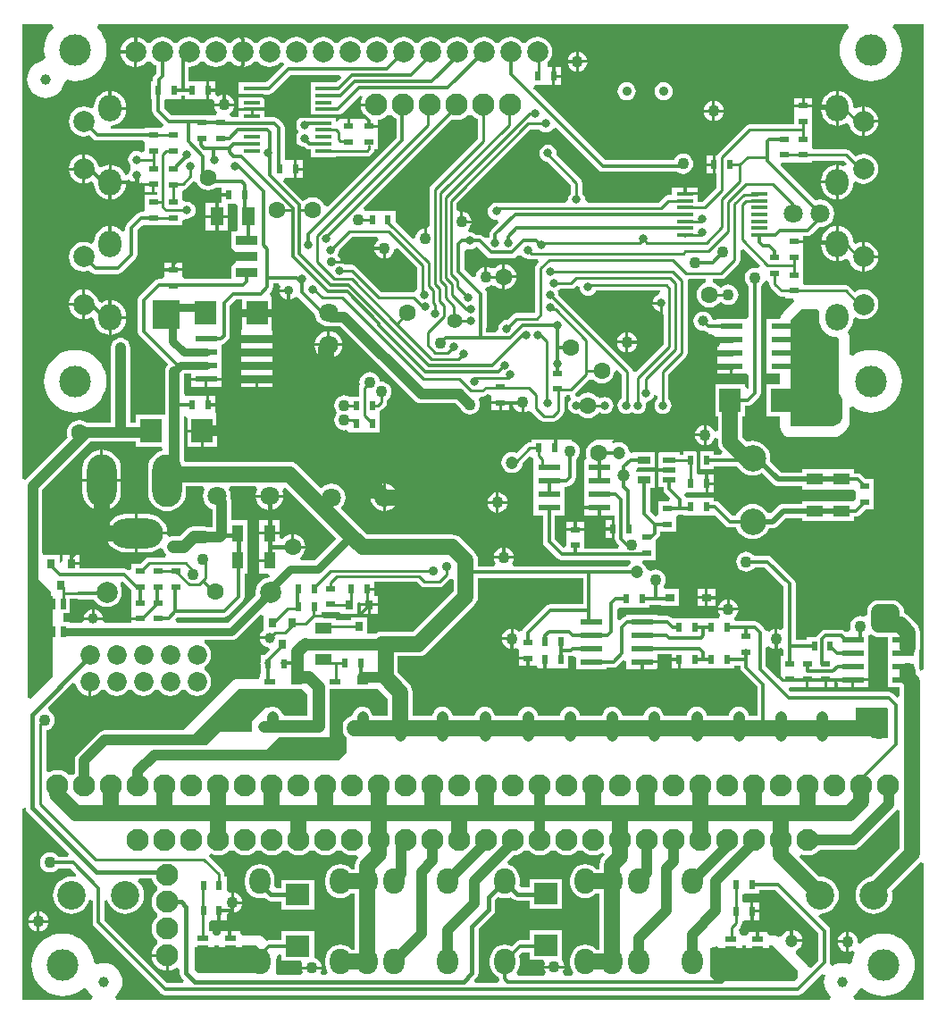
<source format=gbl>
G04 Layer_Physical_Order=2*
G04 Layer_Color=16711680*
%FSAX25Y25*%
%MOIN*%
G70*
G01*
G75*
%ADD13R,0.03543X0.02362*%
%ADD16R,0.03150X0.03543*%
%ADD17R,0.02362X0.03543*%
%ADD22R,0.01968X0.03937*%
%ADD25R,0.08268X0.02362*%
%ADD30C,0.03937*%
%ADD31C,0.05905*%
%ADD32C,0.03937*%
%ADD33C,0.01181*%
%ADD34C,0.00984*%
%ADD35C,0.04331*%
%ADD36C,0.00906*%
%ADD37C,0.04724*%
%ADD38C,0.06299*%
%ADD39C,0.01575*%
%ADD41R,0.10236X0.10630*%
%ADD42C,0.10630*%
%ADD43C,0.08268*%
%ADD44C,0.07874*%
%ADD45C,0.09842*%
%ADD46C,0.07283*%
%ADD47O,0.07874X0.09449*%
%ADD48O,0.19685X0.11024*%
%ADD49O,0.11024X0.19685*%
%ADD50C,0.07087*%
%ADD51O,0.08661X0.09842*%
%ADD52C,0.03543*%
%ADD53C,0.11811*%
%ADD54C,0.04331*%
%ADD55C,0.04724*%
%ADD56C,0.03150*%
%ADD57R,0.06496X0.01575*%
%ADD58R,0.05118X0.07087*%
%ADD59R,0.07874X0.03543*%
%ADD60R,0.07874X0.03780*%
%ADD61R,0.06299X0.01693*%
%ADD62R,0.06299X0.01496*%
%ADD63R,0.06299X0.04331*%
%ADD64R,0.07874X0.09055*%
%ADD65R,0.03937X0.01968*%
%ADD66R,0.03543X0.03150*%
%ADD67R,0.09055X0.07874*%
%ADD68R,0.04724X0.02362*%
%ADD69R,0.04724X0.02756*%
%ADD70R,0.04331X0.06299*%
%ADD71C,0.06299*%
%ADD72C,0.05512*%
%ADD73C,0.03150*%
%ADD74C,0.01968*%
%ADD75C,0.00000*%
%ADD76C,0.02362*%
G36*
X0011614Y0153347D02*
Y0151772D01*
X0012598D01*
X0012598Y0121653D01*
X0004331Y0113386D01*
X0003150Y0113875D01*
Y0160141D01*
X0004331Y0160630D01*
X0011614Y0153347D01*
D02*
G37*
G36*
X0107480Y0114961D02*
Y0107121D01*
X0099179D01*
X0097780Y0108519D01*
X0097755Y0108579D01*
X0097156Y0109360D01*
X0096374Y0109960D01*
X0096315Y0109985D01*
X0096063Y0110236D01*
X0095707D01*
X0095465Y0110337D01*
X0094488Y0110465D01*
X0093512Y0110337D01*
X0093269Y0110236D01*
X0091732D01*
X0086614Y0105118D01*
Y0101181D01*
X0074803D01*
X0069716Y0096094D01*
X0064961D01*
Y0100000D01*
X0081890Y0116929D01*
X0105512D01*
X0107480Y0114961D01*
D02*
G37*
G36*
X0318583Y0136990D02*
X0319684Y0136534D01*
X0320866Y0136378D01*
X0324213D01*
Y0132697D01*
Y0127697D01*
Y0122697D01*
Y0117697D01*
X0328504D01*
Y0114350D01*
X0327413Y0113898D01*
X0325971Y0115341D01*
X0325254Y0115819D01*
X0324410Y0115987D01*
X0287922D01*
X0287087Y0116822D01*
X0287540Y0117913D01*
X0289567D01*
X0290748Y0117913D01*
Y0117913D01*
X0290748D01*
Y0117913D01*
X0293595D01*
Y0120669D01*
X0294595D01*
Y0117913D01*
X0297441D01*
Y0117913D01*
X0297441D01*
Y0117913D01*
X0300287D01*
Y0120669D01*
X0301287D01*
Y0117913D01*
X0304134D01*
Y0120187D01*
X0304134Y0120187D01*
X0304730Y0120044D01*
X0305315Y0119514D01*
Y0117697D01*
X0310524D01*
Y0120453D01*
X0311024D01*
Y0120953D01*
X0316732D01*
Y0122697D01*
Y0127697D01*
Y0132697D01*
Y0136978D01*
X0316990Y0137189D01*
X0317913Y0137504D01*
X0318583Y0136990D01*
D02*
G37*
G36*
X0210391Y0148664D02*
X0198031D01*
X0197187Y0148496D01*
X0196470Y0148018D01*
X0188203Y0139750D01*
X0187724Y0139034D01*
X0187699Y0138906D01*
X0186894Y0138624D01*
X0186427Y0138570D01*
X0185745Y0139094D01*
X0184835Y0139471D01*
X0184358Y0139533D01*
Y0135827D01*
Y0132120D01*
X0184835Y0132183D01*
X0185236Y0132349D01*
X0186417Y0131693D01*
X0186417Y0130512D01*
Y0129043D01*
X0189764D01*
Y0128543D01*
X0190264D01*
Y0125787D01*
X0192323D01*
X0193110Y0125787D01*
X0193504Y0124769D01*
Y0124606D01*
X0195760D01*
Y0127953D01*
X0196760D01*
Y0124606D01*
X0198228D01*
X0199016Y0124606D01*
X0200197Y0124606D01*
X0204921D01*
Y0129288D01*
X0205906D01*
X0206496Y0129406D01*
X0206506Y0129406D01*
X0207335Y0128951D01*
X0207677Y0128655D01*
Y0124390D01*
X0219094D01*
Y0124938D01*
X0221634D01*
X0222479Y0125106D01*
X0223195Y0125584D01*
X0225394Y0127783D01*
X0226575Y0127294D01*
Y0124390D01*
X0231783D01*
Y0127146D01*
X0232283D01*
Y0127646D01*
X0237992D01*
Y0129938D01*
X0243504D01*
Y0128453D01*
X0246260D01*
Y0127953D01*
X0246760D01*
Y0124606D01*
X0249016D01*
Y0124606D01*
X0249410D01*
Y0124606D01*
X0254921D01*
Y0124606D01*
X0255315D01*
Y0124606D01*
X0260827D01*
Y0124606D01*
X0261221D01*
Y0124606D01*
X0266732D01*
Y0125745D01*
X0269052D01*
Y0125197D01*
X0269220Y0124352D01*
X0269699Y0123636D01*
X0275351Y0117983D01*
Y0106929D01*
X0272245D01*
X0272148Y0107669D01*
X0271771Y0108579D01*
X0271171Y0109360D01*
X0270390Y0109960D01*
X0269480Y0110337D01*
X0268504Y0110465D01*
X0267528Y0110337D01*
X0266618Y0109960D01*
X0265836Y0109360D01*
X0265237Y0108579D01*
X0264860Y0107669D01*
X0264763Y0106929D01*
X0256497D01*
X0256400Y0107669D01*
X0256023Y0108579D01*
X0255423Y0109360D01*
X0254642Y0109960D01*
X0253732Y0110337D01*
X0252756Y0110465D01*
X0251780Y0110337D01*
X0250870Y0109960D01*
X0250088Y0109360D01*
X0249489Y0108579D01*
X0249112Y0107669D01*
X0249015Y0106929D01*
X0240355D01*
X0240258Y0107669D01*
X0239881Y0108579D01*
X0239282Y0109360D01*
X0238500Y0109960D01*
X0237591Y0110337D01*
X0236614Y0110465D01*
X0235638Y0110337D01*
X0234728Y0109960D01*
X0233947Y0109360D01*
X0233347Y0108579D01*
X0232970Y0107669D01*
X0232873Y0106929D01*
X0225001D01*
X0224904Y0107669D01*
X0224527Y0108579D01*
X0223927Y0109360D01*
X0223146Y0109960D01*
X0222236Y0110337D01*
X0221260Y0110465D01*
X0220284Y0110337D01*
X0219374Y0109960D01*
X0218592Y0109360D01*
X0217993Y0108579D01*
X0217616Y0107669D01*
X0217518Y0106929D01*
X0209253D01*
X0209156Y0107669D01*
X0208779Y0108579D01*
X0208179Y0109360D01*
X0207398Y0109960D01*
X0206488Y0110337D01*
X0205512Y0110465D01*
X0204535Y0110337D01*
X0203626Y0109960D01*
X0202844Y0109360D01*
X0202245Y0108579D01*
X0201868Y0107669D01*
X0201770Y0106929D01*
X0193505D01*
X0193408Y0107669D01*
X0193031Y0108579D01*
X0192431Y0109360D01*
X0191650Y0109960D01*
X0190740Y0110337D01*
X0189764Y0110465D01*
X0188787Y0110337D01*
X0187878Y0109960D01*
X0187096Y0109360D01*
X0186497Y0108579D01*
X0186120Y0107669D01*
X0186022Y0106929D01*
X0177363D01*
X0177266Y0107669D01*
X0176889Y0108579D01*
X0176290Y0109360D01*
X0175508Y0109960D01*
X0174598Y0110337D01*
X0173622Y0110465D01*
X0172646Y0110337D01*
X0171736Y0109960D01*
X0170955Y0109360D01*
X0170355Y0108579D01*
X0169978Y0107669D01*
X0169881Y0106929D01*
X0161615D01*
X0161518Y0107669D01*
X0161141Y0108579D01*
X0160541Y0109360D01*
X0159760Y0109960D01*
X0158850Y0110337D01*
X0157874Y0110465D01*
X0156898Y0110337D01*
X0155988Y0109960D01*
X0155207Y0109360D01*
X0154607Y0108579D01*
X0154230Y0107669D01*
X0154133Y0106929D01*
X0146693D01*
Y0115748D01*
X0146693Y0115748D01*
X0146537Y0116930D01*
X0146081Y0118031D01*
X0145355Y0118977D01*
X0141181Y0123151D01*
Y0129292D01*
X0148819D01*
X0150001Y0129447D01*
X0151102Y0129903D01*
X0152048Y0130629D01*
X0169764Y0148346D01*
X0170490Y0149292D01*
X0170947Y0150393D01*
X0171102Y0151575D01*
Y0158422D01*
X0210391D01*
Y0148664D01*
D02*
G37*
G36*
X0091142Y0144428D02*
Y0139025D01*
X0090780Y0138748D01*
X0090212Y0138007D01*
X0089855Y0137145D01*
X0089799Y0136721D01*
X0093307D01*
Y0135721D01*
X0089799D01*
X0089855Y0135295D01*
X0090212Y0134433D01*
X0090780Y0133693D01*
X0091520Y0133125D01*
X0092382Y0132768D01*
X0092872Y0132704D01*
X0093342Y0131607D01*
X0093345Y0131507D01*
X0091563Y0129724D01*
X0089961D01*
Y0126985D01*
X0089918Y0126772D01*
X0089961Y0126558D01*
Y0123031D01*
X0089961Y0123031D01*
X0089764Y0122441D01*
X0089764D01*
X0089764Y0122081D01*
X0089403Y0120900D01*
X0081890D01*
X0081890Y0120900D01*
X0080862Y0120765D01*
X0079904Y0120368D01*
X0079082Y0119737D01*
X0079082Y0119737D01*
X0062153Y0102808D01*
X0061522Y0101986D01*
X0061364Y0101605D01*
X0031890D01*
X0030965Y0101484D01*
X0030103Y0101127D01*
X0029363Y0100559D01*
X0021686Y0092881D01*
X0021117Y0092141D01*
X0020761Y0091279D01*
X0020639Y0090354D01*
Y0085556D01*
X0020141Y0085174D01*
X0019957Y0084934D01*
X0018468D01*
X0018284Y0085174D01*
X0017092Y0086089D01*
X0015703Y0086664D01*
X0014213Y0086860D01*
X0012722Y0086664D01*
X0011334Y0086089D01*
X0011163Y0085958D01*
X0009981Y0086540D01*
Y0101810D01*
X0010425Y0101868D01*
X0011335Y0102245D01*
X0012116Y0102844D01*
X0012716Y0103626D01*
X0013093Y0104535D01*
X0013221Y0105512D01*
X0013093Y0106488D01*
X0012716Y0107398D01*
X0012116Y0108179D01*
X0011335Y0108779D01*
X0011168Y0108848D01*
X0010891Y0110241D01*
X0019903Y0119253D01*
X0021150Y0118830D01*
X0021217Y0118323D01*
X0021743Y0117054D01*
X0022579Y0115965D01*
X0023668Y0115128D01*
X0024937Y0114603D01*
X0025799Y0114489D01*
Y0119685D01*
X0026799D01*
Y0114489D01*
X0027661Y0114603D01*
X0028930Y0115128D01*
X0030020Y0115965D01*
X0030602Y0116723D01*
X0030935Y0116820D01*
X0031664D01*
X0031997Y0116723D01*
X0032579Y0115965D01*
X0033668Y0115128D01*
X0034937Y0114603D01*
X0036299Y0114424D01*
X0037661Y0114603D01*
X0038930Y0115128D01*
X0040020Y0115965D01*
X0040602Y0116723D01*
X0040935Y0116820D01*
X0041664D01*
X0041997Y0116723D01*
X0042579Y0115965D01*
X0043668Y0115128D01*
X0044937Y0114603D01*
X0046299Y0114424D01*
X0047661Y0114603D01*
X0048930Y0115128D01*
X0050020Y0115965D01*
X0050602Y0116723D01*
X0050935Y0116820D01*
X0051664D01*
X0051997Y0116723D01*
X0052579Y0115965D01*
X0053668Y0115128D01*
X0054937Y0114603D01*
X0056299Y0114424D01*
X0057661Y0114603D01*
X0058930Y0115128D01*
X0060020Y0115965D01*
X0060602Y0116723D01*
X0060935Y0116820D01*
X0061664D01*
X0061997Y0116723D01*
X0062579Y0115965D01*
X0063668Y0115128D01*
X0064937Y0114603D01*
X0066299Y0114424D01*
X0067661Y0114603D01*
X0068930Y0115128D01*
X0070020Y0115965D01*
X0070856Y0117054D01*
X0071381Y0118323D01*
X0071561Y0119685D01*
X0071381Y0121047D01*
X0070856Y0122316D01*
X0070020Y0123406D01*
X0069261Y0123987D01*
X0069165Y0124321D01*
Y0125049D01*
X0069261Y0125383D01*
X0070020Y0125965D01*
X0070856Y0127054D01*
X0071381Y0128323D01*
X0071561Y0129685D01*
X0071381Y0131047D01*
X0070856Y0132316D01*
X0070020Y0133405D01*
X0068952Y0134225D01*
X0068943Y0134296D01*
X0069206Y0135406D01*
X0079134D01*
X0079956Y0135514D01*
X0080722Y0135831D01*
X0081380Y0136336D01*
X0089961Y0144917D01*
X0091142Y0144428D01*
D02*
G37*
G36*
X0169078Y0330968D02*
X0170271Y0330053D01*
X0171042Y0329733D01*
Y0322448D01*
X0153628Y0305033D01*
X0153171Y0304350D01*
X0153011Y0303543D01*
Y0289678D01*
X0152075Y0288965D01*
Y0285039D01*
X0151075D01*
Y0288746D01*
X0150598Y0288683D01*
X0149689Y0288306D01*
X0148907Y0287707D01*
X0148308Y0286926D01*
X0147931Y0286016D01*
X0147866Y0285525D01*
X0146670Y0285051D01*
X0140354Y0291366D01*
Y0295472D01*
X0134843D01*
Y0295472D01*
X0134449D01*
Y0295472D01*
X0128937D01*
X0128937Y0295472D01*
X0128628Y0295503D01*
X0128336Y0296615D01*
X0161334Y0329612D01*
X0161659Y0329478D01*
X0163150Y0329281D01*
X0164640Y0329478D01*
X0166029Y0330053D01*
X0167221Y0330968D01*
X0167405Y0331208D01*
X0168894D01*
X0169078Y0330968D01*
D02*
G37*
G36*
X0210141Y0056610D02*
X0211334Y0055695D01*
X0212722Y0055119D01*
X0214213Y0054923D01*
X0215703Y0055119D01*
X0217092Y0055695D01*
X0217777Y0056221D01*
X0218558Y0055331D01*
X0217885Y0054658D01*
X0217159Y0053712D01*
X0216703Y0052611D01*
X0216548Y0051429D01*
Y0049909D01*
X0215162D01*
X0215045Y0050061D01*
X0213894Y0050945D01*
X0212553Y0051500D01*
X0211114Y0051689D01*
X0209675Y0051500D01*
X0208334Y0050945D01*
X0207183Y0050061D01*
X0206300Y0048910D01*
X0205744Y0047569D01*
X0205555Y0046130D01*
Y0044555D01*
X0205744Y0043116D01*
X0206300Y0041776D01*
X0207183Y0040624D01*
X0208334Y0039741D01*
X0209675Y0039185D01*
X0211114Y0038996D01*
X0212553Y0039185D01*
X0213894Y0039741D01*
X0215045Y0040624D01*
X0215162Y0040776D01*
X0216548D01*
Y0019909D01*
X0215162D01*
X0215045Y0020061D01*
X0213894Y0020945D01*
X0212553Y0021500D01*
X0211114Y0021689D01*
X0209675Y0021500D01*
X0208334Y0020945D01*
X0207183Y0020061D01*
X0206300Y0018910D01*
X0205744Y0017569D01*
X0205555Y0016130D01*
Y0014555D01*
X0205744Y0013116D01*
X0206300Y0011776D01*
X0206693Y0011263D01*
X0206111Y0010082D01*
X0203274D01*
X0202692Y0011263D01*
X0202873Y0011500D01*
X0203250Y0012410D01*
X0203313Y0012886D01*
X0195900D01*
X0195962Y0012410D01*
X0196339Y0011500D01*
X0196521Y0011263D01*
X0195939Y0010082D01*
X0186118D01*
X0185535Y0011263D01*
X0185929Y0011776D01*
X0186484Y0013116D01*
X0186674Y0014555D01*
Y0016130D01*
X0186484Y0017569D01*
X0186478Y0017584D01*
X0187788Y0018895D01*
X0190354D01*
Y0015984D01*
X0195508D01*
X0196145Y0014803D01*
X0195962Y0014362D01*
X0195900Y0013886D01*
X0203313D01*
X0203250Y0014362D01*
X0202993Y0014983D01*
X0202873Y0015272D01*
X0202760Y0015529D01*
X0202559Y0015984D01*
X0202559Y0015984D01*
X0202559Y0015984D01*
Y0027008D01*
X0190354D01*
Y0023310D01*
X0186874D01*
X0186029Y0023142D01*
X0185313Y0022663D01*
X0183682Y0021032D01*
X0182553Y0021500D01*
X0181114Y0021689D01*
X0179675Y0021500D01*
X0178334Y0020945D01*
X0177183Y0020061D01*
X0176300Y0018910D01*
X0175744Y0017569D01*
X0175555Y0016130D01*
Y0014555D01*
X0175744Y0013116D01*
X0176300Y0011776D01*
X0177183Y0010624D01*
X0178334Y0009741D01*
X0178651Y0009609D01*
X0178948Y0008413D01*
X0178448Y0007556D01*
X0178205Y0007326D01*
X0170149D01*
X0169697Y0008417D01*
X0170601Y0009321D01*
X0171123Y0010102D01*
X0171306Y0011024D01*
Y0027349D01*
X0176900Y0032943D01*
X0177422Y0033724D01*
X0177605Y0034646D01*
Y0038428D01*
X0178747Y0039570D01*
X0179675Y0039185D01*
X0181114Y0038996D01*
X0182553Y0039185D01*
X0183481Y0039570D01*
X0184203Y0038848D01*
X0184984Y0038326D01*
X0185906Y0038143D01*
X0190354D01*
Y0035197D01*
X0202559D01*
Y0046220D01*
X0190354D01*
Y0042960D01*
X0187550D01*
X0186603Y0044016D01*
X0186674Y0044555D01*
Y0046130D01*
X0186484Y0047569D01*
X0185929Y0048910D01*
X0185045Y0050061D01*
X0183894Y0050945D01*
X0182553Y0051500D01*
X0182472Y0051511D01*
X0182093Y0052629D01*
X0184413Y0054950D01*
X0185703Y0055119D01*
X0187092Y0055695D01*
X0188284Y0056610D01*
X0188468Y0056850D01*
X0189957D01*
X0190141Y0056610D01*
X0191334Y0055695D01*
X0192722Y0055119D01*
X0194213Y0054923D01*
X0195703Y0055119D01*
X0197092Y0055695D01*
X0198284Y0056610D01*
X0198468Y0056850D01*
X0199957D01*
X0200141Y0056610D01*
X0201334Y0055695D01*
X0202722Y0055119D01*
X0204213Y0054923D01*
X0205703Y0055119D01*
X0207092Y0055695D01*
X0208284Y0056610D01*
X0208468Y0056850D01*
X0209957D01*
X0210141Y0056610D01*
D02*
G37*
G36*
X0328329Y0071781D02*
X0328504Y0071685D01*
Y0057600D01*
X0317885Y0046981D01*
X0317547Y0046948D01*
X0316248Y0046554D01*
X0315051Y0045914D01*
X0314002Y0045053D01*
X0313141Y0044004D01*
X0312502Y0042807D01*
X0312108Y0041508D01*
X0311975Y0040157D01*
X0312108Y0038807D01*
X0312502Y0037508D01*
X0313141Y0036311D01*
X0314002Y0035262D01*
X0315051Y0034401D01*
X0316248Y0033761D01*
X0317547Y0033367D01*
X0318898Y0033234D01*
X0320248Y0033367D01*
X0321547Y0033761D01*
X0322744Y0034401D01*
X0323793Y0035262D01*
X0324654Y0036311D01*
X0325294Y0037508D01*
X0325688Y0038807D01*
X0325821Y0040157D01*
X0325688Y0041508D01*
X0325604Y0041784D01*
X0336221Y0052400D01*
X0336540Y0052370D01*
X0337402Y0051975D01*
Y0001181D01*
X0311654D01*
X0311255Y0002362D01*
X0311993Y0002968D01*
X0312856Y0004019D01*
X0313418Y0005072D01*
X0313886Y0005282D01*
X0314795Y0005430D01*
X0315593Y0004748D01*
X0317152Y0003793D01*
X0318841Y0003093D01*
X0320619Y0002667D01*
X0322441Y0002523D01*
X0324263Y0002667D01*
X0326041Y0003093D01*
X0327730Y0003793D01*
X0329289Y0004748D01*
X0330679Y0005935D01*
X0331866Y0007326D01*
X0332821Y0008884D01*
X0333521Y0010573D01*
X0333948Y0012351D01*
X0334091Y0014173D01*
X0333948Y0015996D01*
X0333521Y0017773D01*
X0332821Y0019462D01*
X0331866Y0021021D01*
X0330679Y0022411D01*
X0329289Y0023598D01*
X0327730Y0024554D01*
X0326041Y0025253D01*
X0324263Y0025680D01*
X0322441Y0025823D01*
X0320619Y0025680D01*
X0318841Y0025253D01*
X0317152Y0024554D01*
X0315593Y0023598D01*
X0314203Y0022411D01*
X0313919Y0022079D01*
X0312794Y0022580D01*
X0312827Y0022835D01*
X0312699Y0023811D01*
X0312322Y0024721D01*
X0311723Y0025502D01*
X0310941Y0026102D01*
X0310032Y0026478D01*
X0309555Y0026541D01*
Y0022835D01*
Y0019128D01*
X0310032Y0019191D01*
X0310802Y0019510D01*
X0311206Y0019279D01*
X0311742Y0018693D01*
X0311361Y0017773D01*
X0310934Y0015996D01*
X0310858Y0015027D01*
X0309851Y0014357D01*
X0309618Y0014322D01*
X0308440Y0014679D01*
X0307087Y0014812D01*
X0305733Y0014679D01*
X0304431Y0014284D01*
X0303540Y0013808D01*
X0302679Y0014366D01*
X0302523Y0014568D01*
X0302602Y0014961D01*
Y0026772D01*
X0302433Y0027617D01*
X0301955Y0028333D01*
X0298177Y0032111D01*
X0298713Y0033245D01*
X0298819Y0033234D01*
X0300169Y0033367D01*
X0301468Y0033761D01*
X0302665Y0034401D01*
X0303714Y0035262D01*
X0304575Y0036311D01*
X0305215Y0037508D01*
X0305609Y0038807D01*
X0305742Y0040157D01*
X0305609Y0041508D01*
X0305215Y0042807D01*
X0304575Y0044004D01*
X0303714Y0045053D01*
X0302665Y0045914D01*
X0301468Y0046554D01*
X0300169Y0046948D01*
X0298819Y0047081D01*
X0298575Y0047056D01*
X0291131Y0054500D01*
X0291800Y0055501D01*
X0292722Y0055119D01*
X0294213Y0054923D01*
X0295703Y0055119D01*
X0297092Y0055695D01*
X0298284Y0056610D01*
X0298666Y0057107D01*
X0311075D01*
X0312000Y0057229D01*
X0312862Y0057586D01*
X0313602Y0058154D01*
X0326937Y0071489D01*
X0327323Y0071992D01*
X0328329Y0071781D01*
D02*
G37*
G36*
X0137559Y0113228D02*
Y0106929D01*
X0131694D01*
X0131597Y0107669D01*
X0131220Y0108579D01*
X0130620Y0109360D01*
X0129839Y0109960D01*
X0128929Y0110337D01*
X0127953Y0110465D01*
X0126976Y0110337D01*
X0126067Y0109960D01*
X0125285Y0109360D01*
X0124686Y0108579D01*
X0124309Y0107669D01*
X0124265Y0107336D01*
X0123767Y0106837D01*
X0123433Y0106793D01*
X0122523Y0106417D01*
X0121742Y0105817D01*
X0121142Y0105036D01*
X0120766Y0104126D01*
X0120637Y0103150D01*
X0120686Y0102782D01*
X0120630Y0102362D01*
X0120786Y0101180D01*
X0121242Y0100079D01*
X0121968Y0099133D01*
X0122047Y0099072D01*
Y0093307D01*
X0119291Y0090551D01*
X0092126D01*
Y0094488D01*
X0096816Y0099179D01*
X0111811D01*
X0112069Y0099213D01*
X0115748D01*
Y0102892D01*
X0115782Y0103150D01*
Y0116929D01*
X0133858D01*
X0137559Y0113228D01*
D02*
G37*
G36*
X0324187Y0109790D02*
Y0098622D01*
X0318307Y0098622D01*
X0312115Y0104815D01*
X0312115Y0110039D01*
X0323938D01*
X0324187Y0109790D01*
D02*
G37*
G36*
X0043543Y0207283D02*
X0053243D01*
X0053418Y0206102D01*
X0052393Y0205791D01*
X0051162Y0205133D01*
X0050083Y0204248D01*
X0049197Y0203169D01*
X0048539Y0201938D01*
X0048134Y0200602D01*
X0047997Y0199213D01*
Y0190551D01*
X0048134Y0189162D01*
X0048539Y0187826D01*
X0049197Y0186595D01*
X0050083Y0185516D01*
X0051162Y0184630D01*
X0052393Y0183972D01*
X0053729Y0183567D01*
X0055118Y0183430D01*
X0056507Y0183567D01*
X0057843Y0183972D01*
X0059074Y0184630D01*
X0060153Y0185516D01*
X0061039Y0186595D01*
X0061697Y0187826D01*
X0062102Y0189162D01*
X0062239Y0190551D01*
Y0192677D01*
X0068522D01*
X0069151Y0191558D01*
X0068636Y0190313D01*
X0068460Y0188976D01*
X0068636Y0187640D01*
X0069151Y0186395D01*
X0069972Y0185326D01*
X0071041Y0184506D01*
X0072017Y0184101D01*
Y0177294D01*
X0070853D01*
X0070221Y0177556D01*
X0069193Y0177691D01*
X0064961D01*
X0063933Y0177556D01*
X0062975Y0177159D01*
X0062153Y0176528D01*
X0059772Y0174148D01*
X0057579D01*
X0056551Y0174013D01*
X0056209Y0173871D01*
X0055100Y0174666D01*
X0055103Y0174697D01*
X0044201D01*
Y0168076D01*
X0048031D01*
X0049421Y0168213D01*
X0050757Y0168618D01*
X0051988Y0169276D01*
X0052482Y0169682D01*
X0053738Y0169185D01*
X0053743Y0169149D01*
X0054140Y0168192D01*
X0054771Y0167369D01*
X0054779Y0167363D01*
X0054378Y0166182D01*
X0048425D01*
X0047619Y0166022D01*
X0046935Y0165565D01*
X0045150Y0163780D01*
X0041732D01*
Y0161752D01*
X0040641Y0161300D01*
X0040538Y0161404D01*
X0039821Y0161882D01*
X0038976Y0162050D01*
X0022441D01*
Y0163279D01*
X0019291D01*
Y0163779D01*
X0018791D01*
Y0167126D01*
X0016142D01*
Y0164874D01*
X0014961Y0164243D01*
X0014961Y0164243D01*
Y0167126D01*
X0008661D01*
X0008594Y0168279D01*
Y0191335D01*
X0026577Y0209318D01*
X0043543D01*
Y0207283D01*
D02*
G37*
G36*
X0134000Y0284507D02*
X0133553Y0284164D01*
X0132954Y0283382D01*
X0132577Y0282472D01*
X0132514Y0281996D01*
X0136221D01*
Y0281496D01*
X0136721D01*
Y0277789D01*
X0137197Y0277852D01*
X0138107Y0278229D01*
X0138888Y0278829D01*
X0139488Y0279610D01*
X0139864Y0280520D01*
X0139929Y0281011D01*
X0141126Y0281485D01*
X0148286Y0274324D01*
Y0266094D01*
X0147244Y0265100D01*
X0135125D01*
X0125506Y0274718D01*
X0124822Y0275175D01*
X0124016Y0275336D01*
X0121644D01*
X0121538Y0275475D01*
X0120880Y0275979D01*
X0120114Y0276297D01*
X0119904Y0276325D01*
X0119911Y0276378D01*
X0119796Y0277252D01*
X0119458Y0278066D01*
X0118922Y0278765D01*
X0118732Y0278911D01*
X0118893Y0279120D01*
X0119210Y0279887D01*
X0119318Y0280709D01*
X0119296Y0280882D01*
X0124101Y0285688D01*
X0133599D01*
X0134000Y0284507D01*
D02*
G37*
G36*
X0209035Y0266983D02*
X0209028Y0266929D01*
X0209136Y0266107D01*
X0209454Y0265341D01*
X0209958Y0264683D01*
X0210616Y0264178D01*
X0211383Y0263861D01*
X0212205Y0263752D01*
X0213027Y0263861D01*
X0213793Y0264178D01*
X0214451Y0264683D01*
X0214956Y0265341D01*
X0215067Y0265609D01*
X0239118D01*
X0239215Y0265371D01*
X0238548Y0264092D01*
X0237782Y0263775D01*
X0237124Y0263270D01*
X0236619Y0262612D01*
X0236301Y0261846D01*
X0236259Y0261524D01*
X0239370D01*
Y0260524D01*
X0236259D01*
X0236301Y0260201D01*
X0236619Y0259435D01*
X0237124Y0258777D01*
X0237782Y0258272D01*
X0238548Y0257955D01*
X0239370Y0257847D01*
X0240412Y0256822D01*
Y0245755D01*
X0230060Y0235403D01*
X0229734Y0235411D01*
X0228803Y0235816D01*
X0228719Y0236240D01*
X0228262Y0236923D01*
X0201185Y0264000D01*
X0201208Y0264173D01*
X0201100Y0264995D01*
X0200846Y0265608D01*
X0201195Y0265753D01*
X0201853Y0266258D01*
X0201959Y0266396D01*
X0205906D01*
X0206712Y0266557D01*
X0207396Y0267014D01*
X0207916Y0267534D01*
X0209035Y0266983D01*
D02*
G37*
G36*
X0298513Y0257839D02*
X0298553Y0257480D01*
X0298432Y0256252D01*
Y0255071D01*
X0298561Y0253759D01*
X0298944Y0252497D01*
X0299566Y0251334D01*
X0300402Y0250315D01*
X0301421Y0249479D01*
X0302584Y0248857D01*
X0303845Y0248475D01*
X0305157Y0248345D01*
X0305906Y0247667D01*
Y0216929D01*
X0303937Y0214961D01*
X0287795Y0214961D01*
X0287795Y0254724D01*
X0291732Y0258661D01*
X0297903Y0258661D01*
X0298513Y0257839D01*
D02*
G37*
G36*
X0263386Y0200154D02*
X0267667D01*
X0267699Y0200079D01*
X0268424Y0199133D01*
X0268668Y0198946D01*
X0269006Y0198534D01*
X0269996Y0197722D01*
X0271124Y0197119D01*
X0272349Y0196748D01*
X0273622Y0196622D01*
X0274896Y0196748D01*
X0276120Y0197119D01*
X0277070Y0197627D01*
X0281246Y0193450D01*
X0281780Y0193040D01*
X0282403Y0192782D01*
X0283071Y0192694D01*
X0292126D01*
Y0191535D01*
X0301575D01*
Y0191535D01*
X0301969D01*
Y0191535D01*
X0311417D01*
X0312008Y0190599D01*
X0312008Y0189961D01*
X0312008Y0188141D01*
X0311417Y0187205D01*
X0301969D01*
Y0187205D01*
X0301575D01*
Y0187205D01*
X0292126D01*
Y0186046D01*
X0285039D01*
X0284371Y0185958D01*
X0283749Y0185700D01*
X0283214Y0185290D01*
X0280629Y0182704D01*
X0279182Y0182906D01*
X0279049Y0183154D01*
X0278238Y0184143D01*
X0277249Y0184955D01*
X0276120Y0185558D01*
X0274896Y0185930D01*
X0273622Y0186055D01*
X0272349Y0185930D01*
X0271124Y0185558D01*
X0269996Y0184955D01*
X0269006Y0184143D01*
X0268195Y0183154D01*
X0267591Y0182026D01*
X0267503Y0181735D01*
X0265875D01*
X0261010Y0186600D01*
X0260294Y0187079D01*
X0259449Y0187247D01*
X0259252D01*
Y0188386D01*
X0254528D01*
X0253740Y0188386D01*
X0252559Y0188386D01*
X0248907D01*
X0248271Y0189347D01*
X0248797Y0190354D01*
X0252559D01*
X0253346Y0190354D01*
X0254528Y0190354D01*
X0255996D01*
Y0193701D01*
Y0197047D01*
X0254528D01*
X0253740Y0197047D01*
X0252698Y0197383D01*
Y0198680D01*
X0253740Y0199016D01*
X0254528Y0199016D01*
X0259252D01*
Y0200154D01*
X0263386D01*
X0263386Y0200154D01*
D02*
G37*
G36*
X0171352Y0281432D02*
X0174423Y0278360D01*
X0175139Y0277882D01*
X0175984Y0277713D01*
X0183858D01*
X0184703Y0277882D01*
X0185419Y0278360D01*
X0185946Y0278886D01*
X0187376Y0278646D01*
X0187517Y0278462D01*
X0188175Y0277958D01*
X0188942Y0277640D01*
X0189764Y0277532D01*
X0190138Y0277581D01*
X0190138Y0277581D01*
X0190945Y0277420D01*
X0193369D01*
X0193821Y0276329D01*
X0192998Y0275506D01*
X0192541Y0274822D01*
X0192381Y0274016D01*
Y0257566D01*
X0192139Y0257324D01*
X0185531D01*
X0184725Y0257164D01*
X0184041Y0256707D01*
X0182063Y0254729D01*
X0181890Y0254752D01*
X0181068Y0254643D01*
X0180301Y0254326D01*
X0179643Y0253821D01*
X0179139Y0253163D01*
X0178821Y0252397D01*
X0178713Y0251575D01*
X0178733Y0251420D01*
X0177858Y0250239D01*
X0174255D01*
Y0251893D01*
X0174284Y0251937D01*
X0174452Y0252782D01*
Y0264370D01*
X0174284Y0265215D01*
X0173805Y0265931D01*
X0173897Y0266440D01*
X0174278Y0267128D01*
X0174992Y0267222D01*
X0175902Y0267599D01*
X0177339Y0267497D01*
X0178326Y0266739D01*
X0179475Y0266263D01*
X0180209Y0266167D01*
Y0270866D01*
Y0275566D01*
X0179475Y0275469D01*
X0178326Y0274993D01*
X0177339Y0274236D01*
X0175902Y0274133D01*
X0174992Y0274510D01*
X0174516Y0274573D01*
Y0270866D01*
X0173516D01*
Y0274573D01*
X0173039Y0274510D01*
X0172129Y0274133D01*
X0171348Y0273534D01*
X0170749Y0272752D01*
X0170372Y0271843D01*
X0170278Y0271129D01*
X0169591Y0270749D01*
X0169080Y0270657D01*
X0165987Y0273749D01*
Y0280492D01*
X0167168Y0281233D01*
X0167288Y0281183D01*
X0168110Y0281075D01*
X0168932Y0281183D01*
X0169699Y0281501D01*
X0170357Y0282006D01*
X0171352Y0281432D01*
D02*
G37*
G36*
X0041732Y0153964D02*
Y0152362D01*
X0041732D01*
Y0151969D01*
X0041732D01*
Y0146457D01*
X0041732D01*
Y0146063D01*
X0041732D01*
Y0143807D01*
X0045079D01*
Y0142807D01*
X0041732D01*
Y0141759D01*
X0031912D01*
X0031178Y0142807D01*
X0023940D01*
X0023207Y0141759D01*
X0018898D01*
Y0142126D01*
X0016569D01*
X0016569Y0145276D01*
X0018898D01*
Y0150648D01*
X0021543D01*
X0022047Y0150548D01*
X0027789D01*
X0027863Y0150370D01*
X0028746Y0149218D01*
X0029897Y0148335D01*
X0031238Y0147780D01*
X0032677Y0147590D01*
X0034116Y0147780D01*
X0035457Y0148335D01*
X0036608Y0149218D01*
X0037492Y0150370D01*
X0038047Y0151711D01*
X0038236Y0153150D01*
X0038047Y0154588D01*
X0037611Y0155640D01*
X0037924Y0156536D01*
X0038208Y0156936D01*
X0038683Y0157014D01*
X0041732Y0153964D01*
D02*
G37*
G36*
X0276359Y0274992D02*
X0275690Y0273991D01*
X0275386Y0274116D01*
X0274410Y0274245D01*
X0273433Y0274116D01*
X0272523Y0273739D01*
X0271742Y0273140D01*
X0271142Y0272359D01*
X0270766Y0271449D01*
X0270637Y0270472D01*
X0270766Y0269496D01*
X0271142Y0268586D01*
X0271742Y0267805D01*
X0272202Y0267452D01*
Y0256010D01*
X0271457Y0255138D01*
X0271021Y0255138D01*
X0260039D01*
Y0254590D01*
X0258658D01*
X0258570Y0255256D01*
X0258213Y0256118D01*
X0257645Y0256858D01*
X0256905Y0257426D01*
X0256043Y0257783D01*
X0255118Y0257905D01*
X0254193Y0257783D01*
X0253331Y0257426D01*
X0252591Y0256858D01*
X0252023Y0256118D01*
X0251666Y0255256D01*
X0251544Y0254331D01*
X0251666Y0253406D01*
X0252023Y0252544D01*
X0252591Y0251804D01*
X0253331Y0251236D01*
X0254193Y0250879D01*
X0255118Y0250757D01*
X0255522Y0250810D01*
X0256222Y0250342D01*
X0256955Y0250196D01*
X0257131Y0249883D01*
X0257327Y0248993D01*
X0257315Y0248984D01*
X0256748Y0248244D01*
X0256390Y0247382D01*
X0256334Y0246957D01*
X0259842D01*
Y0245957D01*
X0256334D01*
X0256390Y0245532D01*
X0256748Y0244670D01*
X0257315Y0243930D01*
X0258056Y0243362D01*
X0258917Y0243005D01*
X0259842Y0242883D01*
X0259844Y0242882D01*
X0265748D01*
Y0241882D01*
X0260039D01*
Y0239626D01*
Y0237882D01*
X0265748D01*
Y0237382D01*
X0266248D01*
Y0234626D01*
X0271021D01*
X0271457Y0234626D01*
X0272202Y0233753D01*
Y0229311D01*
X0271890Y0229102D01*
X0270709Y0229733D01*
Y0230906D01*
X0259685D01*
Y0218701D01*
X0260630D01*
Y0213265D01*
X0259449Y0213030D01*
X0259173Y0213697D01*
X0258573Y0214478D01*
X0257792Y0215078D01*
X0256882Y0215455D01*
X0256405Y0215518D01*
Y0211811D01*
Y0208104D01*
X0256882Y0208167D01*
X0257792Y0208544D01*
X0258573Y0209143D01*
X0259173Y0209925D01*
X0259449Y0210592D01*
X0260630Y0210357D01*
Y0209213D01*
X0260786Y0208031D01*
X0261242Y0206929D01*
X0261968Y0205984D01*
X0262290Y0205661D01*
X0261838Y0204570D01*
X0259252D01*
Y0205709D01*
X0254528D01*
X0253740Y0205709D01*
X0252559Y0205709D01*
X0247835D01*
Y0204470D01*
X0246457D01*
Y0205315D01*
X0238583D01*
Y0199803D01*
Y0199319D01*
X0242520D01*
Y0198319D01*
X0238583D01*
Y0196063D01*
Y0192323D01*
X0240312D01*
Y0191732D01*
X0240480Y0190887D01*
X0240959Y0190171D01*
X0242834Y0188296D01*
X0242382Y0187205D01*
X0238386D01*
X0238386Y0182151D01*
X0237436Y0181400D01*
X0237254Y0181419D01*
X0235279Y0183395D01*
Y0192126D01*
X0237008D01*
Y0198031D01*
X0230325D01*
X0230084Y0198425D01*
X0230745Y0199606D01*
X0237008D01*
Y0205512D01*
X0229134D01*
Y0205512D01*
X0228454Y0205194D01*
X0227485Y0205936D01*
X0227458Y0206146D01*
X0227061Y0207104D01*
X0226430Y0207926D01*
X0225607Y0208557D01*
X0224650Y0208954D01*
X0223622Y0209089D01*
X0222594Y0208954D01*
X0221881Y0208658D01*
X0221144Y0209565D01*
X0221649Y0210223D01*
X0221966Y0210989D01*
X0222009Y0211311D01*
X0215787D01*
X0215823Y0211033D01*
X0215825Y0210983D01*
X0215082Y0209744D01*
X0214908Y0209721D01*
X0213759Y0209245D01*
X0212772Y0208488D01*
X0212015Y0207501D01*
X0211539Y0206351D01*
X0211377Y0205118D01*
X0211539Y0203885D01*
X0211672Y0203563D01*
X0210883Y0202382D01*
X0210827D01*
Y0196870D01*
Y0191870D01*
Y0186870D01*
Y0185126D01*
X0216535D01*
Y0184626D01*
X0217035D01*
Y0181870D01*
X0222202D01*
Y0180118D01*
X0221957D01*
Y0176772D01*
Y0173425D01*
X0222202D01*
Y0173228D01*
X0222370Y0172383D01*
X0222848Y0171667D01*
X0223804Y0170712D01*
X0223315Y0169531D01*
X0210827D01*
Y0172638D01*
X0210827Y0173425D01*
X0210827Y0174606D01*
Y0176075D01*
X0207480D01*
X0204134D01*
Y0174606D01*
X0204134Y0173819D01*
X0204134Y0172638D01*
Y0170313D01*
X0202953Y0169854D01*
X0199846Y0172962D01*
Y0181870D01*
X0203346D01*
Y0186870D01*
Y0192418D01*
X0204075D01*
X0204920Y0192586D01*
X0205636Y0193065D01*
X0207073Y0194502D01*
X0207552Y0195218D01*
X0207720Y0196063D01*
Y0202885D01*
X0208179Y0203238D01*
X0208779Y0204019D01*
X0209156Y0204929D01*
X0209284Y0205906D01*
X0209156Y0206882D01*
X0208779Y0207792D01*
X0208179Y0208573D01*
X0207398Y0209173D01*
X0206488Y0209549D01*
X0206077Y0209604D01*
X0206024Y0209638D01*
X0205393Y0210668D01*
X0205371Y0210845D01*
X0205431Y0210989D01*
X0205473Y0211311D01*
X0198991D01*
X0198354Y0210433D01*
X0197047D01*
X0197047Y0210433D01*
X0196653D01*
Y0210433D01*
X0195866Y0210433D01*
X0191142D01*
Y0209194D01*
X0190551D01*
X0189745Y0209034D01*
X0189061Y0208577D01*
X0185599Y0205115D01*
X0184886Y0205411D01*
X0183858Y0205546D01*
X0182831Y0205411D01*
X0181873Y0205014D01*
X0181050Y0204383D01*
X0180419Y0203560D01*
X0180023Y0202603D01*
X0179887Y0201575D01*
X0180023Y0200547D01*
X0180419Y0199589D01*
X0181050Y0198767D01*
X0181873Y0198136D01*
X0182831Y0197739D01*
X0183858Y0197604D01*
X0184886Y0197739D01*
X0185844Y0198136D01*
X0186666Y0198767D01*
X0187297Y0199589D01*
X0187694Y0200547D01*
X0187800Y0201356D01*
X0190026Y0203582D01*
X0190070Y0203588D01*
X0191408Y0203446D01*
X0191919Y0202881D01*
X0191929Y0202382D01*
X0191929D01*
Y0196870D01*
Y0191870D01*
Y0186870D01*
Y0181870D01*
X0195430D01*
Y0172047D01*
X0195598Y0171202D01*
X0196077Y0170486D01*
X0200801Y0165762D01*
X0201517Y0165283D01*
X0202362Y0165115D01*
X0227833D01*
X0228077Y0164600D01*
X0228154Y0163934D01*
X0227507Y0163438D01*
X0227047Y0162838D01*
X0184377D01*
X0183794Y0164019D01*
X0183976Y0164255D01*
X0184353Y0165165D01*
X0184415Y0165642D01*
X0177002D01*
X0177065Y0165165D01*
X0177442Y0164255D01*
X0177623Y0164019D01*
X0177041Y0162838D01*
X0171102D01*
Y0164961D01*
X0170947Y0166143D01*
X0170490Y0167244D01*
X0169764Y0168190D01*
X0164646Y0173308D01*
X0163701Y0174033D01*
X0162599Y0174490D01*
X0161417Y0174645D01*
X0129844D01*
X0127048Y0177442D01*
X0120147Y0184343D01*
X0120186Y0184932D01*
X0121006Y0186002D01*
X0121522Y0187247D01*
X0121698Y0188583D01*
X0121522Y0189919D01*
X0121006Y0191164D01*
X0120186Y0192233D01*
X0119116Y0193053D01*
X0117871Y0193569D01*
X0116535Y0193745D01*
X0115199Y0193569D01*
X0113954Y0193053D01*
X0112885Y0192233D01*
X0112295Y0192194D01*
X0104016Y0200473D01*
X0103071Y0201199D01*
X0101969Y0201655D01*
X0100787Y0201811D01*
X0061735D01*
X0061697Y0201938D01*
X0061448Y0202403D01*
Y0218770D01*
X0061575Y0218840D01*
X0061741Y0218820D01*
X0062756Y0218144D01*
Y0213886D01*
X0068268D01*
X0073779D01*
Y0219011D01*
X0073779Y0219488D01*
X0073032Y0220359D01*
X0073032Y0220669D01*
Y0222728D01*
X0070276D01*
Y0223228D01*
X0069776D01*
Y0226575D01*
X0068307D01*
X0067520Y0226575D01*
X0066339Y0226575D01*
X0061614D01*
X0061448Y0227687D01*
Y0234514D01*
X0061552Y0234618D01*
X0063976D01*
Y0233157D01*
X0069685D01*
X0075394D01*
Y0234902D01*
Y0239902D01*
Y0245485D01*
X0076061Y0245618D01*
X0076778Y0246096D01*
X0077939Y0247258D01*
X0078418Y0247974D01*
X0078586Y0248819D01*
Y0260109D01*
X0080836Y0262359D01*
X0083228D01*
Y0257980D01*
X0088740D01*
X0094252D01*
Y0263583D01*
X0093839D01*
X0093387Y0264674D01*
X0094081Y0265368D01*
X0094559Y0266084D01*
X0094727Y0266929D01*
Y0268265D01*
X0096618D01*
X0096878Y0268012D01*
X0097325Y0267084D01*
X0097133Y0266622D01*
X0097084Y0266248D01*
X0100394D01*
Y0265748D01*
X0100894D01*
Y0262439D01*
X0101267Y0262488D01*
X0102081Y0262825D01*
X0102632Y0263247D01*
X0103026Y0263336D01*
X0104148Y0263203D01*
X0105919Y0261431D01*
X0106216Y0261233D01*
X0110226Y0257223D01*
X0110368Y0256144D01*
X0110884Y0254899D01*
X0111704Y0253830D01*
X0112773Y0253010D01*
X0114018Y0252494D01*
X0115354Y0252318D01*
X0115997Y0252403D01*
X0116535Y0252332D01*
X0119780D01*
X0147473Y0224638D01*
X0147473Y0224638D01*
X0148213Y0224070D01*
X0149075Y0223713D01*
X0150000Y0223591D01*
X0162693D01*
X0164773Y0221511D01*
X0164843Y0221342D01*
X0165443Y0220561D01*
X0166224Y0219961D01*
X0167134Y0219584D01*
X0168110Y0219456D01*
X0169087Y0219584D01*
X0169997Y0219961D01*
X0170778Y0220561D01*
X0171377Y0221342D01*
X0171754Y0222252D01*
X0171883Y0223228D01*
X0171754Y0224205D01*
X0171377Y0225115D01*
X0172003Y0226239D01*
X0172835D01*
X0173641Y0226399D01*
X0174325Y0226856D01*
X0174393Y0226924D01*
X0175859Y0226911D01*
X0176181Y0226575D01*
X0176181Y0225787D01*
Y0224319D01*
X0179527D01*
Y0223819D01*
X0180027D01*
Y0221063D01*
X0182874D01*
Y0223693D01*
X0184055Y0223771D01*
X0184151Y0223039D01*
X0184528Y0222130D01*
X0185128Y0221348D01*
X0185909Y0220749D01*
X0186819Y0220372D01*
X0187295Y0220309D01*
Y0224016D01*
X0188295D01*
Y0220309D01*
X0188772Y0220372D01*
X0189681Y0220749D01*
X0189768Y0220815D01*
X0190031Y0220822D01*
X0191217Y0220472D01*
X0191423Y0220163D01*
X0194179Y0217407D01*
X0194863Y0216951D01*
X0195669Y0216790D01*
X0199213D01*
X0200019Y0216951D01*
X0200703Y0217407D01*
X0202671Y0219376D01*
X0203128Y0220060D01*
X0203289Y0220866D01*
Y0226181D01*
X0204134D01*
Y0226633D01*
X0205274D01*
X0205446Y0226419D01*
X0205628Y0225081D01*
X0205123Y0224423D01*
X0204805Y0223657D01*
X0204697Y0222835D01*
X0204805Y0222012D01*
X0205123Y0221246D01*
X0205628Y0220588D01*
X0206286Y0220083D01*
X0207052Y0219766D01*
X0207874Y0219658D01*
X0208613Y0219755D01*
X0208835Y0219465D01*
X0209822Y0218708D01*
X0210971Y0218232D01*
X0212205Y0218070D01*
X0213438Y0218232D01*
X0214587Y0218708D01*
X0215574Y0219465D01*
X0216332Y0220452D01*
X0216332Y0220452D01*
X0216683Y0220262D01*
X0216915Y0220083D01*
X0217682Y0219766D01*
X0218504Y0219658D01*
X0219326Y0219766D01*
X0220092Y0220083D01*
X0220750Y0220588D01*
X0221255Y0221246D01*
X0221572Y0222012D01*
X0221681Y0222835D01*
X0221572Y0223657D01*
X0221255Y0224423D01*
X0220750Y0225081D01*
X0220092Y0225586D01*
X0219326Y0225903D01*
X0218504Y0226011D01*
X0217682Y0225903D01*
X0216916Y0225586D01*
X0216683Y0225407D01*
X0216683D01*
X0215750Y0225975D01*
X0215574Y0226204D01*
X0214587Y0226961D01*
X0213438Y0227437D01*
X0212205Y0227600D01*
X0210971Y0227437D01*
X0209822Y0226961D01*
X0208835Y0226204D01*
X0208711Y0226043D01*
X0207843Y0226130D01*
X0207406Y0227225D01*
X0207400Y0227255D01*
X0212525Y0232379D01*
X0213829Y0232451D01*
X0214067Y0232370D01*
X0214940Y0231700D01*
X0216090Y0231224D01*
X0217323Y0231062D01*
X0218556Y0231224D01*
X0219705Y0231700D01*
X0220692Y0232457D01*
X0221450Y0233444D01*
X0221926Y0234593D01*
X0222046Y0235508D01*
X0222852Y0235920D01*
X0223256Y0235969D01*
X0224664Y0234560D01*
Y0225490D01*
X0224132Y0225081D01*
X0223627Y0224423D01*
X0223309Y0223657D01*
X0223201Y0222835D01*
X0223309Y0222012D01*
X0223627Y0221246D01*
X0224132Y0220588D01*
X0224790Y0220083D01*
X0225556Y0219766D01*
X0226378Y0219658D01*
X0227200Y0219766D01*
X0227966Y0220083D01*
X0228543Y0220526D01*
X0229120Y0220083D01*
X0229886Y0219766D01*
X0230708Y0219657D01*
X0231530Y0219766D01*
X0232297Y0220083D01*
X0232955Y0220588D01*
X0233459Y0221246D01*
X0233777Y0222012D01*
X0233885Y0222834D01*
X0233831Y0223245D01*
X0233842Y0223717D01*
X0234681Y0224490D01*
X0235447Y0224808D01*
X0236105Y0225313D01*
X0236609Y0225971D01*
X0236927Y0226737D01*
X0238050Y0226500D01*
Y0225188D01*
X0237911Y0225081D01*
X0237406Y0224423D01*
X0237089Y0223657D01*
X0236981Y0222835D01*
X0237089Y0222012D01*
X0237406Y0221246D01*
X0237911Y0220588D01*
X0238569Y0220083D01*
X0239335Y0219766D01*
X0240158Y0219658D01*
X0240980Y0219766D01*
X0241746Y0220083D01*
X0242404Y0220588D01*
X0242909Y0221246D01*
X0243226Y0222012D01*
X0243334Y0222835D01*
X0243226Y0223657D01*
X0242909Y0224423D01*
X0242404Y0225081D01*
X0242265Y0225188D01*
Y0234560D01*
X0248734Y0241030D01*
X0249191Y0241713D01*
X0249352Y0242520D01*
Y0269291D01*
X0249884Y0269940D01*
X0256080D01*
X0256247Y0268776D01*
X0255098Y0268300D01*
X0254111Y0267543D01*
X0253354Y0266556D01*
X0252877Y0265407D01*
X0252715Y0264173D01*
X0252877Y0262940D01*
X0253354Y0261791D01*
X0254111Y0260804D01*
X0255098Y0260047D01*
X0256247Y0259570D01*
X0257480Y0259408D01*
X0258714Y0259570D01*
X0259863Y0260047D01*
X0260850Y0260804D01*
X0260900Y0260869D01*
X0261899Y0261506D01*
X0262681Y0260906D01*
X0263591Y0260529D01*
X0264567Y0260401D01*
X0265543Y0260529D01*
X0266453Y0260906D01*
X0267234Y0261506D01*
X0267834Y0262287D01*
X0268211Y0263197D01*
X0268339Y0264173D01*
X0268211Y0265150D01*
X0267834Y0266059D01*
X0267234Y0266841D01*
X0266453Y0267440D01*
X0265543Y0267817D01*
X0264567Y0267946D01*
X0263591Y0267817D01*
X0262681Y0267440D01*
X0261899Y0266841D01*
X0260900Y0267478D01*
X0260850Y0267543D01*
X0259863Y0268300D01*
X0258714Y0268776D01*
X0258880Y0269940D01*
X0261811D01*
X0262617Y0270100D01*
X0263301Y0270557D01*
X0268419Y0275675D01*
X0268876Y0276359D01*
X0269037Y0277165D01*
Y0280771D01*
X0270128Y0281223D01*
X0276359Y0274992D01*
D02*
G37*
G36*
X0088836Y0191558D02*
X0088321Y0190313D01*
X0088211Y0189476D01*
X0093307D01*
X0098404D01*
X0098294Y0190313D01*
X0098087Y0190811D01*
X0098818Y0192061D01*
X0099441Y0192132D01*
X0118343Y0173230D01*
X0110101Y0164988D01*
X0104969D01*
X0104634Y0166169D01*
X0105338Y0166709D01*
X0106095Y0167696D01*
X0106571Y0168845D01*
X0106668Y0169579D01*
X0101969D01*
Y0170079D01*
X0101469D01*
Y0174778D01*
X0100735Y0174681D01*
X0099586Y0174206D01*
X0098599Y0173448D01*
X0098228Y0172965D01*
X0097047Y0173366D01*
Y0174697D01*
X0093307D01*
X0089567D01*
Y0170866D01*
X0089567Y0169685D01*
X0089567Y0169291D01*
Y0165461D01*
X0093307D01*
Y0164461D01*
X0089567D01*
Y0160236D01*
X0092658D01*
X0093294Y0159055D01*
X0093007Y0158618D01*
X0092262Y0158520D01*
X0090921Y0157964D01*
X0089770Y0157081D01*
X0088886Y0155929D01*
X0088331Y0154588D01*
X0088141Y0153150D01*
X0088266Y0152207D01*
X0077818Y0141759D01*
X0058757D01*
X0058267Y0142941D01*
X0059084Y0143757D01*
X0076279D01*
X0077124Y0143925D01*
X0077841Y0144403D01*
X0083353Y0149915D01*
X0083831Y0150631D01*
X0083999Y0151476D01*
Y0160236D01*
X0085236D01*
Y0169685D01*
X0085236D01*
Y0170473D01*
X0085236D01*
Y0179921D01*
X0079164D01*
Y0186614D01*
X0079043Y0187539D01*
X0078703Y0188359D01*
X0078784Y0188976D01*
X0078608Y0190313D01*
X0078093Y0191558D01*
X0078722Y0192677D01*
X0088207D01*
X0088836Y0191558D01*
D02*
G37*
G36*
X0161401Y0158090D02*
X0161969Y0157768D01*
Y0153466D01*
X0146927Y0138425D01*
X0135433D01*
X0134251Y0138269D01*
X0133150Y0137813D01*
X0132912Y0137631D01*
X0129921D01*
Y0143898D01*
X0123622D01*
Y0142659D01*
X0118110D01*
Y0143504D01*
X0113650D01*
X0112795Y0144291D01*
X0112795Y0144685D01*
X0112795Y0145866D01*
X0113976Y0145866D01*
X0119488D01*
X0119882Y0145079D01*
X0126181D01*
Y0148953D01*
X0126772Y0149311D01*
X0127362Y0148953D01*
Y0148925D01*
X0133661D01*
Y0151772D01*
X0132480D01*
Y0153831D01*
X0129724D01*
Y0154831D01*
X0132480D01*
Y0156948D01*
X0148340D01*
X0149691Y0155596D01*
X0150375Y0155140D01*
X0151181Y0154979D01*
X0156693D01*
X0157499Y0155140D01*
X0158183Y0155596D01*
X0160788Y0158201D01*
X0161401Y0158090D01*
D02*
G37*
G36*
X0127168Y0338420D02*
X0128163Y0337918D01*
X0127588Y0336530D01*
X0127457Y0335539D01*
X0133150D01*
Y0334539D01*
X0127457D01*
X0127588Y0333549D01*
X0128163Y0332160D01*
X0129078Y0330968D01*
X0129159Y0330906D01*
X0128759Y0329724D01*
X0126969D01*
Y0329725D01*
X0126181D01*
Y0329724D01*
X0123335D01*
Y0326969D01*
X0122335D01*
Y0329724D01*
X0119488D01*
Y0329570D01*
X0118307Y0328859D01*
X0118110Y0328963D01*
Y0331072D01*
X0118713D01*
X0119557Y0331240D01*
X0120274Y0331718D01*
X0127035Y0338480D01*
X0127168Y0338420D01*
D02*
G37*
G36*
X0092126Y0017717D02*
X0091732Y0017323D01*
Y0011051D01*
X0066670D01*
X0065381Y0012340D01*
Y0020866D01*
X0072835D01*
Y0021260D01*
X0074410D01*
Y0020866D01*
X0083071D01*
Y0021260D01*
X0088583D01*
X0092126Y0017717D01*
D02*
G37*
G36*
X0337402Y0124522D02*
X0337396Y0124511D01*
X0336221Y0123901D01*
X0336006Y0124053D01*
X0335907Y0124804D01*
X0335630Y0125473D01*
Y0130432D01*
X0335907Y0131102D01*
X0336063Y0132283D01*
Y0138189D01*
X0335907Y0139371D01*
X0335451Y0140472D01*
X0334725Y0141418D01*
X0331969Y0144174D01*
X0331024Y0144900D01*
X0330157Y0145258D01*
Y0145669D01*
X0330002Y0146851D01*
X0329545Y0147953D01*
X0328820Y0148898D01*
X0327874Y0149624D01*
X0326772Y0150080D01*
X0325590Y0150236D01*
X0320866D01*
X0319684Y0150080D01*
X0318583Y0149624D01*
X0317637Y0148898D01*
X0316911Y0147953D01*
X0316455Y0146851D01*
X0316300Y0145669D01*
Y0144728D01*
X0315118Y0144045D01*
X0314756Y0144195D01*
X0313779Y0144324D01*
X0312803Y0144195D01*
X0311893Y0143818D01*
X0311112Y0143219D01*
X0310512Y0142437D01*
X0310136Y0141527D01*
X0310007Y0140551D01*
X0310136Y0139575D01*
X0310152Y0139535D01*
X0309518Y0138541D01*
X0308363Y0138460D01*
X0308254Y0138569D01*
X0307538Y0139048D01*
X0306693Y0139216D01*
X0300787D01*
X0299942Y0139048D01*
X0299226Y0138569D01*
X0298045Y0137388D01*
X0297567Y0136672D01*
X0297516Y0136417D01*
X0293898D01*
Y0135279D01*
X0289609D01*
Y0156299D01*
X0289441Y0157144D01*
X0288963Y0157860D01*
X0280695Y0166128D01*
X0279979Y0166607D01*
X0279134Y0166775D01*
X0274280D01*
X0273927Y0167234D01*
X0273146Y0167834D01*
X0272236Y0168211D01*
X0271260Y0168339D01*
X0270284Y0168211D01*
X0269374Y0167834D01*
X0268592Y0167234D01*
X0267993Y0166453D01*
X0267616Y0165543D01*
X0267487Y0164567D01*
X0267616Y0163591D01*
X0267993Y0162681D01*
X0268592Y0161899D01*
X0269374Y0161300D01*
X0270284Y0160923D01*
X0271260Y0160794D01*
X0272236Y0160923D01*
X0273146Y0161300D01*
X0273927Y0161899D01*
X0274280Y0162359D01*
X0278219D01*
X0285194Y0155385D01*
Y0139797D01*
X0284585Y0139379D01*
X0284013Y0139159D01*
X0283260Y0139471D01*
X0282784Y0139533D01*
Y0135827D01*
Y0132120D01*
X0283260Y0132183D01*
X0284013Y0132495D01*
X0284585Y0132275D01*
X0285194Y0131857D01*
Y0129331D01*
X0284055D01*
Y0123819D01*
X0284055D01*
Y0123425D01*
X0284055D01*
Y0121398D01*
X0282964Y0120946D01*
X0278586Y0125324D01*
Y0132562D01*
X0279171Y0132901D01*
X0279767Y0133044D01*
X0280397Y0132560D01*
X0281307Y0132183D01*
X0281784Y0132120D01*
Y0135827D01*
Y0139533D01*
X0281307Y0139471D01*
X0280397Y0139094D01*
X0279714Y0138570D01*
X0279248Y0138624D01*
X0278443Y0138906D01*
X0278418Y0139034D01*
X0277939Y0139750D01*
X0275971Y0141719D01*
X0275254Y0142197D01*
X0274410Y0142365D01*
X0266953D01*
X0266764Y0143546D01*
X0267406Y0144406D01*
X0267834Y0144964D01*
X0268211Y0145874D01*
X0268273Y0146350D01*
X0260860D01*
X0260923Y0145874D01*
X0261300Y0144964D01*
X0261514Y0144685D01*
X0261221Y0143504D01*
X0260827D01*
Y0143504D01*
X0255315D01*
Y0143504D01*
X0254921D01*
Y0143504D01*
X0249410D01*
Y0143504D01*
X0249016D01*
Y0143504D01*
X0244510D01*
X0243406Y0143575D01*
X0243406D01*
X0243274Y0143707D01*
X0242558Y0144185D01*
X0242558Y0144185D01*
X0242435Y0144210D01*
X0241713Y0144353D01*
X0237992D01*
Y0144902D01*
X0226575D01*
Y0144310D01*
X0225946Y0144185D01*
X0225230Y0143707D01*
X0224255Y0142732D01*
X0223074Y0143221D01*
Y0146568D01*
X0223819Y0147441D01*
X0229331D01*
Y0147441D01*
X0229724D01*
Y0147441D01*
X0235236D01*
Y0148580D01*
X0239567D01*
Y0148031D01*
X0246260D01*
Y0154331D01*
X0240823D01*
X0240669Y0154510D01*
X0240303Y0155512D01*
X0240669Y0155988D01*
X0241045Y0156898D01*
X0241174Y0157874D01*
X0241045Y0158850D01*
X0240669Y0159760D01*
X0240069Y0160541D01*
X0239288Y0161141D01*
X0238378Y0161518D01*
X0237402Y0161646D01*
X0236425Y0161518D01*
X0235515Y0161141D01*
X0235420Y0161068D01*
X0234160Y0161590D01*
X0234151Y0161658D01*
X0233754Y0162615D01*
X0233123Y0163438D01*
X0232476Y0163934D01*
X0232553Y0164600D01*
X0232797Y0165115D01*
X0233071D01*
X0233284Y0165157D01*
X0237598D01*
Y0170669D01*
X0237598D01*
Y0171063D01*
X0237598D01*
Y0172665D01*
X0238569Y0173636D01*
X0239048Y0174352D01*
X0239216Y0175197D01*
Y0175787D01*
X0245079D01*
Y0180512D01*
X0245079Y0181299D01*
X0245951Y0182044D01*
X0247835D01*
Y0181693D01*
X0252559D01*
X0253346Y0181693D01*
X0254528Y0181693D01*
X0259252D01*
Y0181693D01*
X0259550Y0181816D01*
X0263400Y0177966D01*
X0264116Y0177488D01*
X0264961Y0177320D01*
X0267503D01*
X0267591Y0177030D01*
X0268195Y0175901D01*
X0269006Y0174912D01*
X0269996Y0174100D01*
X0271124Y0173497D01*
X0272349Y0173126D01*
X0273622Y0173000D01*
X0274896Y0173126D01*
X0276120Y0173497D01*
X0277249Y0174100D01*
X0278238Y0174912D01*
X0279049Y0175901D01*
X0279608Y0176946D01*
X0281102D01*
X0281770Y0177034D01*
X0282393Y0177292D01*
X0282927Y0177702D01*
X0286108Y0180883D01*
X0292126D01*
Y0179724D01*
X0301575D01*
Y0179724D01*
X0301969D01*
Y0179724D01*
X0311417D01*
Y0181257D01*
X0312008D01*
X0312853Y0181425D01*
X0313569Y0181903D01*
X0315721Y0184055D01*
X0318701D01*
Y0188780D01*
X0318701Y0189567D01*
X0318701Y0190748D01*
Y0195473D01*
X0315721D01*
X0314356Y0196837D01*
X0313640Y0197315D01*
X0312795Y0197483D01*
X0311417D01*
Y0199016D01*
X0301969D01*
Y0199016D01*
X0301575D01*
Y0199016D01*
X0292126D01*
Y0197857D01*
X0284140D01*
X0280033Y0201964D01*
X0280150Y0203150D01*
X0280024Y0204423D01*
X0279653Y0205648D01*
X0279049Y0206776D01*
X0278238Y0207765D01*
X0277249Y0208577D01*
X0276120Y0209180D01*
X0274896Y0209552D01*
X0273622Y0209677D01*
X0272349Y0209552D01*
X0271556Y0209311D01*
X0269763Y0211104D01*
Y0218701D01*
X0270709D01*
Y0222595D01*
X0271654D01*
X0272498Y0222763D01*
X0273215Y0223242D01*
X0275971Y0225998D01*
X0276449Y0226714D01*
X0276617Y0227559D01*
Y0267452D01*
X0277077Y0267805D01*
X0277677Y0268586D01*
X0277706Y0268658D01*
X0278543Y0269488D01*
X0278947D01*
X0279782Y0268653D01*
Y0268110D01*
X0279943Y0267304D01*
X0280400Y0266620D01*
X0282915Y0264104D01*
X0283599Y0263647D01*
X0284406Y0263487D01*
X0285653D01*
Y0262839D01*
X0288769D01*
X0289170Y0261657D01*
X0288924Y0261469D01*
X0288924Y0261469D01*
X0284987Y0257532D01*
X0284356Y0256710D01*
X0283960Y0255752D01*
X0283879Y0255138D01*
X0278937D01*
Y0249626D01*
Y0244626D01*
Y0239626D01*
Y0234626D01*
X0283824D01*
Y0230906D01*
X0278898D01*
Y0218701D01*
X0283824D01*
Y0214961D01*
X0283960Y0213933D01*
X0284356Y0212975D01*
X0284987Y0212153D01*
X0285810Y0211522D01*
X0286768Y0211125D01*
X0287795Y0210990D01*
X0303937Y0210990D01*
X0304965Y0211125D01*
X0305923Y0211522D01*
X0306745Y0212153D01*
X0306745Y0212153D01*
X0308713Y0214121D01*
X0308713Y0214121D01*
X0309345Y0214944D01*
X0309741Y0215901D01*
X0309876Y0216929D01*
Y0221974D01*
X0311058Y0222349D01*
X0312427Y0221510D01*
X0314117Y0220810D01*
X0315894Y0220383D01*
X0317717Y0220240D01*
X0319539Y0220383D01*
X0321317Y0220810D01*
X0323006Y0221510D01*
X0324564Y0222465D01*
X0325954Y0223652D01*
X0327142Y0225042D01*
X0328097Y0226601D01*
X0328796Y0228290D01*
X0329223Y0230067D01*
X0329367Y0231890D01*
X0329223Y0233712D01*
X0328796Y0235490D01*
X0328097Y0237179D01*
X0327142Y0238738D01*
X0325954Y0240128D01*
X0324564Y0241315D01*
X0323006Y0242270D01*
X0321317Y0242970D01*
X0319539Y0243396D01*
X0317717Y0243540D01*
X0315894Y0243396D01*
X0314117Y0242970D01*
X0312427Y0242270D01*
X0311058Y0241431D01*
X0309876Y0241806D01*
Y0247667D01*
X0309864Y0247765D01*
X0309872Y0247862D01*
X0309796Y0248277D01*
X0309741Y0248695D01*
X0309704Y0248786D01*
X0309686Y0248882D01*
X0309506Y0249263D01*
X0309345Y0249653D01*
X0309285Y0249731D01*
X0309243Y0249819D01*
X0309353Y0250875D01*
X0310091Y0251774D01*
X0310640Y0252800D01*
X0310978Y0253913D01*
X0311091Y0255071D01*
Y0255146D01*
X0312220Y0255768D01*
X0313561Y0255213D01*
X0315000Y0255023D01*
X0316439Y0255213D01*
X0317780Y0255768D01*
X0318931Y0256652D01*
X0319815Y0257803D01*
X0320370Y0259144D01*
X0320559Y0260583D01*
X0320370Y0262022D01*
X0319815Y0263362D01*
X0318931Y0264514D01*
X0317780Y0265397D01*
X0316439Y0265953D01*
X0315000Y0266142D01*
X0313561Y0265953D01*
X0312220Y0265397D01*
X0311869Y0265127D01*
X0309911Y0267085D01*
X0309228Y0267541D01*
X0308421Y0267702D01*
X0292682D01*
X0292347Y0268744D01*
X0292347Y0268744D01*
X0292347D01*
X0292347Y0268744D01*
Y0274256D01*
X0292347D01*
Y0275339D01*
X0292347D01*
Y0280850D01*
X0292347D01*
Y0281244D01*
X0292347D01*
Y0283500D01*
X0289000D01*
Y0284500D01*
X0292347D01*
Y0285981D01*
X0294094D01*
X0294939Y0286149D01*
X0295656Y0286628D01*
X0298408Y0289380D01*
X0298819Y0289326D01*
X0300155Y0289502D01*
X0301400Y0290018D01*
X0302469Y0290838D01*
X0303290Y0291907D01*
X0303805Y0293152D01*
X0303981Y0294488D01*
X0303805Y0295824D01*
X0303290Y0297069D01*
X0302469Y0298138D01*
X0301400Y0298959D01*
X0300155Y0299475D01*
X0298819Y0299651D01*
X0297483Y0299475D01*
X0297110Y0299320D01*
X0284001Y0312428D01*
X0284453Y0313520D01*
X0288890D01*
Y0313520D01*
X0289197D01*
Y0313520D01*
X0295890D01*
Y0314168D01*
X0307655D01*
X0308908Y0312915D01*
X0308860Y0312808D01*
X0307428Y0312234D01*
X0306315Y0312572D01*
X0305657Y0312637D01*
Y0306161D01*
Y0299686D01*
X0306315Y0299751D01*
X0307428Y0300088D01*
X0308454Y0300637D01*
X0309353Y0301375D01*
X0310091Y0302274D01*
X0310640Y0303300D01*
X0310978Y0304413D01*
X0311091Y0305571D01*
Y0305646D01*
X0312220Y0306268D01*
X0313561Y0305713D01*
X0315000Y0305523D01*
X0316439Y0305713D01*
X0317780Y0306268D01*
X0318931Y0307152D01*
X0319815Y0308303D01*
X0320370Y0309644D01*
X0320559Y0311083D01*
X0320370Y0312522D01*
X0319815Y0313862D01*
X0318931Y0315014D01*
X0317780Y0315897D01*
X0316439Y0316453D01*
X0315000Y0316642D01*
X0313561Y0316453D01*
X0312220Y0315897D01*
X0312031Y0315752D01*
X0310018Y0317766D01*
X0309334Y0318222D01*
X0308528Y0318383D01*
X0296225D01*
X0295890Y0319425D01*
X0295890Y0319425D01*
X0295890D01*
X0295890Y0319425D01*
Y0324937D01*
X0295890D01*
Y0326020D01*
X0295890D01*
Y0330744D01*
X0295890Y0331531D01*
X0295890Y0332713D01*
Y0334181D01*
X0292543D01*
X0289197D01*
Y0332713D01*
X0289197Y0331925D01*
X0289197Y0330744D01*
Y0327698D01*
X0272441D01*
X0271635Y0327537D01*
X0270951Y0327081D01*
X0260715Y0316845D01*
X0260258Y0316161D01*
X0260215Y0315945D01*
X0259752D01*
Y0312598D01*
Y0309252D01*
X0260097D01*
Y0304023D01*
X0254836Y0298761D01*
X0253150D01*
Y0301575D01*
X0248327D01*
Y0301772D01*
X0247827D01*
Y0304134D01*
X0243504D01*
Y0301320D01*
X0242126D01*
X0241320Y0301160D01*
X0240636Y0300703D01*
X0238497Y0298564D01*
X0212076D01*
X0211051Y0299606D01*
X0210943Y0300429D01*
X0210625Y0301195D01*
X0210120Y0301853D01*
X0209981Y0301959D01*
Y0305906D01*
X0209821Y0306712D01*
X0209364Y0307396D01*
X0200352Y0316408D01*
X0200421Y0316929D01*
X0200313Y0317751D01*
X0199995Y0318517D01*
X0199490Y0319176D01*
X0198832Y0319680D01*
X0198066Y0319998D01*
X0197244Y0320106D01*
X0196422Y0319998D01*
X0195656Y0319680D01*
X0194998Y0319176D01*
X0194493Y0318517D01*
X0194176Y0317751D01*
X0194067Y0316929D01*
X0194176Y0316107D01*
X0194493Y0315341D01*
X0194998Y0314683D01*
X0195656Y0314178D01*
X0196422Y0313861D01*
X0197017Y0313782D01*
X0205767Y0305033D01*
Y0301959D01*
X0205628Y0301853D01*
X0205123Y0301195D01*
X0204805Y0300429D01*
X0204697Y0299606D01*
X0203673Y0298564D01*
X0178740D01*
X0178089Y0298434D01*
X0177953Y0298452D01*
X0177130Y0298344D01*
X0176364Y0298027D01*
X0175706Y0297522D01*
X0175202Y0296864D01*
X0174884Y0296098D01*
X0174776Y0295276D01*
X0174884Y0294453D01*
X0175202Y0293687D01*
X0175706Y0293029D01*
X0176364Y0292524D01*
X0177130Y0292207D01*
X0177953Y0292099D01*
X0178296Y0292144D01*
X0178848Y0291025D01*
X0175998Y0288175D01*
X0175519Y0287459D01*
X0175351Y0286614D01*
Y0285740D01*
X0175313Y0285711D01*
X0175171Y0285527D01*
X0173741Y0285287D01*
X0173215Y0285813D01*
X0172498Y0286292D01*
X0171653Y0286460D01*
X0170386D01*
X0170357Y0286498D01*
X0169699Y0287003D01*
X0168932Y0287320D01*
X0168110Y0287429D01*
X0167916Y0287403D01*
X0167448Y0288533D01*
X0167628Y0288671D01*
X0168228Y0289452D01*
X0168605Y0290362D01*
X0168667Y0290839D01*
X0164961D01*
Y0291339D01*
X0164461D01*
Y0295045D01*
X0164312Y0295026D01*
X0163131Y0295750D01*
Y0298340D01*
X0164876Y0300085D01*
X0164876Y0300085D01*
X0190637Y0325845D01*
X0194104Y0325845D01*
X0194210Y0325706D01*
X0194868Y0325202D01*
X0195634Y0324884D01*
X0196457Y0324776D01*
X0197279Y0324884D01*
X0198045Y0325202D01*
X0198703Y0325706D01*
X0199015Y0326113D01*
X0199956Y0326343D01*
X0200471Y0326328D01*
X0216155Y0310644D01*
X0216872Y0310165D01*
X0217717Y0309997D01*
X0245397D01*
X0245752Y0309725D01*
X0246661Y0309348D01*
X0247638Y0309220D01*
X0248614Y0309348D01*
X0249524Y0309725D01*
X0250305Y0310325D01*
X0250905Y0311106D01*
X0251282Y0312016D01*
X0251410Y0312992D01*
X0251282Y0313968D01*
X0250905Y0314878D01*
X0250305Y0315660D01*
X0249524Y0316259D01*
X0248614Y0316636D01*
X0247638Y0316765D01*
X0246661Y0316636D01*
X0245752Y0316259D01*
X0244970Y0315660D01*
X0244371Y0314878D01*
X0244178Y0314412D01*
X0218631D01*
X0191902Y0341142D01*
X0192391Y0342323D01*
X0195473D01*
X0196260Y0342323D01*
X0197441Y0342323D01*
X0198909D01*
Y0345669D01*
Y0349016D01*
X0197149Y0349016D01*
X0197018Y0349181D01*
X0197214Y0350775D01*
X0197238Y0350793D01*
X0198122Y0351945D01*
X0198677Y0353286D01*
X0198866Y0354724D01*
X0198677Y0356163D01*
X0198122Y0357504D01*
X0197238Y0358656D01*
X0196087Y0359539D01*
X0194746Y0360094D01*
X0193307Y0360284D01*
X0191868Y0360094D01*
X0190527Y0359539D01*
X0189376Y0358656D01*
X0189051Y0358232D01*
X0187563D01*
X0187238Y0358656D01*
X0186087Y0359539D01*
X0184746Y0360094D01*
X0183307Y0360284D01*
X0181868Y0360094D01*
X0180527Y0359539D01*
X0179376Y0358656D01*
X0179051Y0358232D01*
X0177563D01*
X0177238Y0358656D01*
X0176087Y0359539D01*
X0174746Y0360094D01*
X0173307Y0360284D01*
X0171868Y0360094D01*
X0170527Y0359539D01*
X0169376Y0358656D01*
X0169052Y0358232D01*
X0167563D01*
X0167238Y0358656D01*
X0166087Y0359539D01*
X0164746Y0360094D01*
X0163307Y0360284D01*
X0161868Y0360094D01*
X0160527Y0359539D01*
X0159376Y0358656D01*
X0159052Y0358232D01*
X0157563D01*
X0157238Y0358656D01*
X0156087Y0359539D01*
X0154746Y0360094D01*
X0153307Y0360284D01*
X0151868Y0360094D01*
X0150527Y0359539D01*
X0149376Y0358656D01*
X0149051Y0358232D01*
X0147563D01*
X0147238Y0358656D01*
X0146087Y0359539D01*
X0144746Y0360094D01*
X0143307Y0360284D01*
X0141868Y0360094D01*
X0140527Y0359539D01*
X0139376Y0358656D01*
X0139051Y0358232D01*
X0137563D01*
X0137238Y0358656D01*
X0136087Y0359539D01*
X0134746Y0360094D01*
X0133307Y0360284D01*
X0131868Y0360094D01*
X0130527Y0359539D01*
X0129376Y0358656D01*
X0129051Y0358232D01*
X0127563D01*
X0127238Y0358656D01*
X0126087Y0359539D01*
X0124746Y0360094D01*
X0123307Y0360284D01*
X0121868Y0360094D01*
X0120527Y0359539D01*
X0119376Y0358656D01*
X0119052Y0358232D01*
X0117563D01*
X0117238Y0358656D01*
X0116087Y0359539D01*
X0114746Y0360094D01*
X0113307Y0360284D01*
X0111868Y0360094D01*
X0110527Y0359539D01*
X0109376Y0358656D01*
X0109052Y0358232D01*
X0107563D01*
X0107238Y0358656D01*
X0106087Y0359539D01*
X0104746Y0360094D01*
X0103307Y0360284D01*
X0101868Y0360094D01*
X0100527Y0359539D01*
X0099376Y0358656D01*
X0099051Y0358232D01*
X0097563D01*
X0097238Y0358656D01*
X0096087Y0359539D01*
X0094746Y0360094D01*
X0093307Y0360284D01*
X0091868Y0360094D01*
X0090527Y0359539D01*
X0089376Y0358656D01*
X0089052Y0358232D01*
X0087563D01*
X0087238Y0358656D01*
X0086087Y0359539D01*
X0084746Y0360094D01*
X0083807Y0360218D01*
Y0354724D01*
Y0349231D01*
X0084746Y0349355D01*
X0086087Y0349910D01*
X0087238Y0350793D01*
X0087563Y0351216D01*
X0089052D01*
X0089376Y0350793D01*
X0090527Y0349910D01*
X0091868Y0349355D01*
X0093307Y0349165D01*
X0094746Y0349355D01*
X0096087Y0349910D01*
X0097238Y0350793D01*
X0098547Y0350675D01*
X0098845Y0350367D01*
X0098835Y0350046D01*
X0098683Y0349836D01*
X0092462Y0343616D01*
X0091339Y0343476D01*
Y0343476D01*
X0081890D01*
Y0338634D01*
Y0338634D01*
X0086614D01*
Y0338162D01*
X0081890D01*
Y0336075D01*
Y0333516D01*
Y0333516D01*
X0086614D01*
X0091339D01*
Y0333516D01*
Y0336075D01*
Y0338847D01*
X0093024D01*
X0093868Y0339015D01*
X0094585Y0339494D01*
X0101308Y0346217D01*
X0119505D01*
X0119957Y0345126D01*
X0118975Y0344145D01*
X0118110Y0343476D01*
Y0343476D01*
X0118110Y0343476D01*
X0108661D01*
Y0338634D01*
Y0336075D01*
Y0333516D01*
Y0330996D01*
X0108502Y0330892D01*
X0107486Y0330479D01*
X0107480Y0330479D01*
X0107121Y0330628D01*
X0106299Y0330736D01*
X0105477Y0330628D01*
X0104711Y0330310D01*
X0104053Y0329805D01*
X0103548Y0329147D01*
X0103231Y0328381D01*
X0103122Y0327559D01*
X0103231Y0326737D01*
X0103548Y0325971D01*
X0104053Y0325313D01*
Y0324687D01*
X0103548Y0324029D01*
X0103231Y0323263D01*
X0103122Y0322441D01*
X0103231Y0321619D01*
X0103548Y0320853D01*
X0104053Y0320195D01*
X0104711Y0319690D01*
X0105477Y0319372D01*
X0106299Y0319264D01*
X0106347Y0319270D01*
X0106695Y0318923D01*
X0107411Y0318445D01*
X0108256Y0318277D01*
X0108661D01*
Y0315406D01*
X0118110D01*
Y0315719D01*
X0129638D01*
X0130444Y0315880D01*
X0131128Y0316337D01*
X0132002Y0317211D01*
X0132459Y0317894D01*
X0132541Y0318307D01*
X0133661D01*
Y0323819D01*
X0133661D01*
Y0324213D01*
X0133661D01*
Y0326468D01*
X0130315D01*
Y0327468D01*
X0133661D01*
Y0329349D01*
X0134640Y0329478D01*
X0136029Y0330053D01*
X0137221Y0330968D01*
X0137405Y0331208D01*
X0138894D01*
X0139078Y0330968D01*
X0140271Y0330053D01*
X0140706Y0329873D01*
Y0322568D01*
X0115143Y0297005D01*
X0113852Y0297385D01*
X0113576Y0298052D01*
X0112818Y0299039D01*
X0111831Y0299796D01*
X0110682Y0300272D01*
X0109449Y0300434D01*
X0108215Y0300272D01*
X0107066Y0299796D01*
X0106965Y0299718D01*
X0105906Y0299206D01*
X0105263Y0299828D01*
X0098588Y0306503D01*
X0099040Y0307594D01*
X0099803Y0307594D01*
X0100984Y0307594D01*
X0102453D01*
Y0310941D01*
Y0314287D01*
X0100984D01*
X0100197Y0314287D01*
X0099058Y0314390D01*
Y0326378D01*
X0098890Y0327223D01*
X0098412Y0327939D01*
X0096628Y0329722D01*
X0095912Y0330201D01*
X0095067Y0330369D01*
X0091339D01*
Y0332780D01*
X0086614D01*
X0081890D01*
Y0330369D01*
X0079127D01*
X0079091Y0330405D01*
X0078513Y0331550D01*
X0078766Y0332157D01*
X0079045Y0332372D01*
X0079645Y0333153D01*
X0080022Y0334063D01*
X0080085Y0334539D01*
X0072671D01*
X0072734Y0334063D01*
X0073111Y0333153D01*
X0073711Y0332372D01*
X0073764Y0332331D01*
X0073363Y0331150D01*
X0071654D01*
Y0331150D01*
X0071346D01*
Y0331150D01*
X0064653D01*
Y0330948D01*
X0056820D01*
X0053979Y0333788D01*
Y0336627D01*
X0054921Y0337205D01*
X0060433D01*
Y0338343D01*
X0061614D01*
Y0337205D01*
X0066339D01*
X0067126Y0337205D01*
X0068307Y0337205D01*
X0069776D01*
Y0340551D01*
Y0343898D01*
X0068307D01*
X0067520Y0343898D01*
X0066339Y0343898D01*
X0063231D01*
Y0349099D01*
X0063307Y0349165D01*
X0064746Y0349355D01*
X0066087Y0349910D01*
X0067238Y0350793D01*
X0067563Y0351216D01*
X0069051D01*
X0069376Y0350793D01*
X0070527Y0349910D01*
X0071868Y0349355D01*
X0073307Y0349165D01*
X0074746Y0349355D01*
X0076087Y0349910D01*
X0077238Y0350793D01*
X0077563Y0351216D01*
X0079052D01*
X0079376Y0350793D01*
X0080527Y0349910D01*
X0081868Y0349355D01*
X0082807Y0349231D01*
Y0354724D01*
Y0360218D01*
X0081868Y0360094D01*
X0080527Y0359539D01*
X0079376Y0358656D01*
X0079052Y0358232D01*
X0077563D01*
X0077238Y0358656D01*
X0076087Y0359539D01*
X0074746Y0360094D01*
X0073307Y0360284D01*
X0071868Y0360094D01*
X0070527Y0359539D01*
X0069376Y0358656D01*
X0069051Y0358232D01*
X0067563D01*
X0067238Y0358656D01*
X0066087Y0359539D01*
X0064746Y0360094D01*
X0063307Y0360284D01*
X0061868Y0360094D01*
X0060527Y0359539D01*
X0059376Y0358656D01*
X0059052Y0358232D01*
X0057563D01*
X0057238Y0358656D01*
X0056087Y0359539D01*
X0054746Y0360094D01*
X0053307Y0360284D01*
X0051868Y0360094D01*
X0050527Y0359539D01*
X0049376Y0358656D01*
X0049051Y0358232D01*
X0047563D01*
X0047238Y0358656D01*
X0046087Y0359539D01*
X0044746Y0360094D01*
X0043807Y0360218D01*
Y0354724D01*
Y0349231D01*
X0044746Y0349355D01*
X0046087Y0349910D01*
X0047238Y0350793D01*
X0047563Y0351216D01*
X0049051D01*
X0049376Y0350793D01*
X0050527Y0349910D01*
X0051099Y0349673D01*
Y0346741D01*
X0050407Y0346049D01*
X0049929Y0345333D01*
X0049761Y0344488D01*
Y0343898D01*
X0049016D01*
Y0337205D01*
X0049564D01*
Y0332874D01*
X0049732Y0332029D01*
X0050210Y0331313D01*
X0053875Y0327649D01*
X0053912Y0327493D01*
X0053152Y0326575D01*
X0046654D01*
Y0326027D01*
X0034021D01*
X0033963Y0327208D01*
X0035000Y0327310D01*
X0036114Y0327648D01*
X0037139Y0328196D01*
X0038039Y0328934D01*
X0038777Y0329833D01*
X0039325Y0330859D01*
X0039663Y0331972D01*
X0039777Y0333130D01*
Y0333221D01*
X0033843D01*
Y0333720D01*
X0033343D01*
Y0340196D01*
X0032685Y0340131D01*
X0031572Y0339793D01*
X0030546Y0339245D01*
X0029647Y0338507D01*
X0028909Y0337608D01*
X0028360Y0336582D01*
X0028023Y0335469D01*
X0027909Y0334311D01*
Y0334236D01*
X0026780Y0333614D01*
X0025439Y0334169D01*
X0024000Y0334359D01*
X0022561Y0334169D01*
X0021220Y0333614D01*
X0020069Y0332730D01*
X0019185Y0331579D01*
X0018630Y0330238D01*
X0018441Y0328799D01*
X0018630Y0327360D01*
X0019185Y0326020D01*
X0020069Y0324868D01*
X0021220Y0323985D01*
X0022561Y0323429D01*
X0024000Y0323240D01*
X0025439Y0323429D01*
X0026011Y0323666D01*
X0027419Y0322258D01*
X0028135Y0321779D01*
X0028980Y0321611D01*
X0046076D01*
X0046654Y0320669D01*
Y0317760D01*
X0045472Y0317178D01*
X0045289Y0317318D01*
X0044523Y0317635D01*
X0043701Y0317744D01*
X0042879Y0317635D01*
X0042112Y0317318D01*
X0041454Y0316813D01*
X0040950Y0316155D01*
X0040632Y0315389D01*
X0040524Y0314567D01*
X0040632Y0313745D01*
X0040950Y0312979D01*
X0041454Y0312321D01*
Y0310908D01*
X0040950Y0310250D01*
X0040632Y0309484D01*
X0040568Y0308994D01*
X0039364Y0308896D01*
X0039325Y0309023D01*
X0038777Y0310049D01*
X0038039Y0310948D01*
X0037139Y0311686D01*
X0036114Y0312234D01*
X0035000Y0312572D01*
X0034343Y0312637D01*
Y0306661D01*
X0039777D01*
Y0306752D01*
X0039768Y0306839D01*
X0040926Y0307129D01*
X0040950Y0307073D01*
X0041454Y0306415D01*
X0042112Y0305910D01*
X0042879Y0305593D01*
X0043201Y0305551D01*
Y0308661D01*
X0044201D01*
Y0305551D01*
X0044523Y0305593D01*
X0045289Y0305910D01*
X0045472Y0306051D01*
X0046654Y0305468D01*
Y0302559D01*
X0049500D01*
Y0305315D01*
X0050500D01*
Y0302559D01*
X0051436D01*
Y0301378D01*
X0046654D01*
Y0295866D01*
X0046076Y0294924D01*
X0045472D01*
X0044627Y0294756D01*
X0043911Y0294278D01*
X0040171Y0290538D01*
X0039693Y0289821D01*
X0039524Y0288976D01*
Y0288058D01*
X0038343Y0287636D01*
X0038039Y0288007D01*
X0037139Y0288745D01*
X0036114Y0289294D01*
X0035000Y0289631D01*
X0034343Y0289696D01*
Y0283221D01*
X0033343D01*
Y0289696D01*
X0032685Y0289631D01*
X0031572Y0289294D01*
X0030546Y0288745D01*
X0029647Y0288007D01*
X0028909Y0287108D01*
X0028360Y0286082D01*
X0028023Y0284969D01*
X0027909Y0283811D01*
Y0283736D01*
X0026780Y0283114D01*
X0025439Y0283669D01*
X0024000Y0283858D01*
X0022561Y0283669D01*
X0021220Y0283114D01*
X0020069Y0282230D01*
X0019185Y0281079D01*
X0018630Y0279738D01*
X0018441Y0278299D01*
X0018630Y0276860D01*
X0019185Y0275519D01*
X0020069Y0274368D01*
X0021220Y0273485D01*
X0022561Y0272929D01*
X0024000Y0272740D01*
X0025439Y0272929D01*
X0026011Y0273166D01*
X0026722Y0272455D01*
X0027439Y0271976D01*
X0028283Y0271808D01*
X0036614D01*
X0037459Y0271976D01*
X0038175Y0272455D01*
X0043293Y0277573D01*
X0043772Y0278289D01*
X0043940Y0279134D01*
Y0288062D01*
X0045580Y0289702D01*
X0046654Y0289961D01*
Y0289961D01*
X0052966D01*
X0053346Y0289961D01*
Y0289961D01*
X0054134Y0289992D01*
Y0289992D01*
X0060827D01*
Y0291716D01*
X0061374Y0292225D01*
X0062008Y0292570D01*
X0062598Y0292493D01*
X0063421Y0292601D01*
X0064187Y0292918D01*
X0064845Y0293423D01*
X0065350Y0294081D01*
X0065667Y0294847D01*
X0065775Y0295669D01*
X0065667Y0296492D01*
X0065350Y0297258D01*
X0064845Y0297916D01*
X0064187Y0298421D01*
X0063421Y0298738D01*
X0062598Y0298846D01*
X0062008Y0298768D01*
X0061374Y0299113D01*
X0060827Y0299623D01*
Y0301410D01*
X0060827D01*
Y0302223D01*
X0060893Y0302620D01*
X0061329Y0303465D01*
X0061830Y0303565D01*
X0062514Y0304022D01*
X0064778Y0306286D01*
X0066132Y0306008D01*
X0066346Y0305491D01*
X0067103Y0304504D01*
X0068090Y0303747D01*
X0069239Y0303271D01*
X0070472Y0303109D01*
X0071706Y0303271D01*
X0072855Y0303747D01*
X0073304Y0304091D01*
X0075394D01*
Y0302075D01*
X0078150D01*
Y0301075D01*
X0075394D01*
Y0298425D01*
X0074122D01*
Y0293807D01*
X0077756D01*
Y0298228D01*
X0080905D01*
X0081299Y0297210D01*
Y0288189D01*
X0080363Y0287598D01*
X0079134D01*
Y0281811D01*
X0080709Y0280236D01*
Y0278847D01*
X0084646D01*
Y0277847D01*
X0080709D01*
Y0276457D01*
X0079134Y0274882D01*
Y0269924D01*
X0061699D01*
X0060827Y0270669D01*
X0060827Y0271457D01*
Y0272925D01*
X0057480D01*
X0054134D01*
Y0271457D01*
X0054134Y0270669D01*
X0053261Y0269924D01*
X0051968D01*
X0051124Y0269756D01*
X0050407Y0269278D01*
X0044896Y0263766D01*
X0044417Y0263050D01*
X0044249Y0262205D01*
Y0250394D01*
X0044417Y0249549D01*
X0044896Y0248833D01*
X0055373Y0238355D01*
X0055347Y0237960D01*
X0054779Y0237220D01*
X0054422Y0236358D01*
X0054300Y0235433D01*
Y0224410D01*
Y0219488D01*
X0043543D01*
Y0216466D01*
X0041369D01*
Y0234252D01*
Y0239370D01*
Y0244488D01*
X0041247Y0245413D01*
X0040890Y0246275D01*
X0040322Y0247015D01*
X0039582Y0247583D01*
X0038720Y0247940D01*
X0037795Y0248062D01*
X0036870Y0247940D01*
X0036008Y0247583D01*
X0035268Y0247015D01*
X0034700Y0246275D01*
X0034343Y0245413D01*
X0034221Y0244488D01*
Y0239370D01*
Y0234252D01*
Y0216466D01*
X0025162D01*
X0024824Y0216725D01*
X0023674Y0217201D01*
X0022441Y0217364D01*
X0021208Y0217201D01*
X0020058Y0216725D01*
X0019072Y0215968D01*
X0018314Y0214981D01*
X0017838Y0213832D01*
X0017676Y0212598D01*
X0017838Y0211365D01*
X0018037Y0210886D01*
X0002493Y0195342D01*
X0002362Y0195172D01*
X0001181Y0195573D01*
X0001181Y0364961D01*
X0012228D01*
X0012663Y0363779D01*
X0012628Y0363750D01*
X0011441Y0362360D01*
X0010486Y0360801D01*
X0009786Y0359112D01*
X0009359Y0357334D01*
X0009216Y0355512D01*
X0009359Y0353689D01*
X0009623Y0352592D01*
X0008907Y0351408D01*
X0008753Y0351319D01*
X0008489Y0351293D01*
X0007187Y0350898D01*
X0005988Y0350257D01*
X0004936Y0349394D01*
X0004073Y0348343D01*
X0003432Y0347143D01*
X0003038Y0345842D01*
X0002904Y0344488D01*
X0003038Y0343135D01*
X0003432Y0341833D01*
X0004073Y0340634D01*
X0004936Y0339582D01*
X0005988Y0338719D01*
X0007187Y0338078D01*
X0008489Y0337683D01*
X0009843Y0337550D01*
X0011196Y0337683D01*
X0012498Y0338078D01*
X0013697Y0338719D01*
X0014749Y0339582D01*
X0015611Y0340634D01*
X0016253Y0341833D01*
X0016647Y0343135D01*
X0016673Y0343399D01*
X0016762Y0343553D01*
X0017946Y0344269D01*
X0019044Y0344005D01*
X0020866Y0343862D01*
X0022689Y0344005D01*
X0024466Y0344432D01*
X0026155Y0345131D01*
X0027714Y0346087D01*
X0029104Y0347274D01*
X0030291Y0348664D01*
X0031246Y0350223D01*
X0031946Y0351912D01*
X0032373Y0353689D01*
X0032516Y0355512D01*
X0032373Y0357334D01*
X0031946Y0359112D01*
X0031246Y0360801D01*
X0030291Y0362360D01*
X0029104Y0363750D01*
X0029069Y0363779D01*
X0029505Y0364961D01*
X0309078Y0364961D01*
X0309514Y0363779D01*
X0309479Y0363750D01*
X0308291Y0362360D01*
X0307336Y0360801D01*
X0306637Y0359112D01*
X0306210Y0357334D01*
X0306066Y0355512D01*
X0306210Y0353689D01*
X0306637Y0351912D01*
X0307336Y0350223D01*
X0308291Y0348664D01*
X0309479Y0347274D01*
X0310869Y0346087D01*
X0312427Y0345131D01*
X0314117Y0344432D01*
X0315894Y0344005D01*
X0317717Y0343862D01*
X0319539Y0344005D01*
X0321317Y0344432D01*
X0323006Y0345131D01*
X0324564Y0346087D01*
X0325954Y0347274D01*
X0327142Y0348664D01*
X0328097Y0350223D01*
X0328796Y0351912D01*
X0329223Y0353689D01*
X0329367Y0355512D01*
X0329223Y0357334D01*
X0328796Y0359112D01*
X0328097Y0360801D01*
X0327142Y0362360D01*
X0325954Y0363750D01*
X0325919Y0363779D01*
X0326355Y0364961D01*
X0337402D01*
X0337402Y0124522D01*
D02*
G37*
G36*
X0049556Y0046187D02*
X0050132Y0044798D01*
X0051047Y0043606D01*
X0051287Y0043422D01*
Y0041933D01*
X0051047Y0041749D01*
X0050132Y0040556D01*
X0049556Y0039167D01*
X0049360Y0037677D01*
X0049556Y0036187D01*
X0050132Y0034798D01*
X0051047Y0033606D01*
X0051287Y0033422D01*
Y0031933D01*
X0051047Y0031749D01*
X0050132Y0030556D01*
X0049556Y0029167D01*
X0049360Y0027677D01*
X0049556Y0026187D01*
X0050132Y0024798D01*
X0051047Y0023606D01*
X0051287Y0023422D01*
Y0021933D01*
X0051047Y0021749D01*
X0050132Y0020556D01*
X0049556Y0019167D01*
X0049426Y0018177D01*
X0055118D01*
Y0017677D01*
X0055618D01*
Y0011985D01*
X0056608Y0012115D01*
X0057997Y0012691D01*
X0058615Y0013165D01*
X0059796Y0012583D01*
Y0011024D01*
X0059980Y0010102D01*
X0060502Y0009321D01*
X0061405Y0008417D01*
X0060953Y0007326D01*
X0055245D01*
X0031735Y0030836D01*
Y0038172D01*
X0032916Y0038347D01*
X0033171Y0037508D01*
X0033811Y0036311D01*
X0034672Y0035262D01*
X0035721Y0034401D01*
X0036918Y0033761D01*
X0038216Y0033367D01*
X0039567Y0033234D01*
X0040918Y0033367D01*
X0042216Y0033761D01*
X0043413Y0034401D01*
X0044462Y0035262D01*
X0045323Y0036311D01*
X0045963Y0037508D01*
X0046357Y0038807D01*
X0046490Y0040157D01*
X0046357Y0041508D01*
X0045963Y0042807D01*
X0045323Y0044004D01*
X0044462Y0045053D01*
X0044247Y0045229D01*
X0044670Y0046410D01*
X0049527D01*
X0049556Y0046187D01*
D02*
G37*
G36*
X0286614Y0015748D02*
X0290551Y0011811D01*
Y0009330D01*
X0289317Y0008096D01*
X0259620D01*
X0257874Y0009843D01*
Y0020472D01*
X0260406Y0020979D01*
X0261024Y0020472D01*
Y0020472D01*
X0269685D01*
Y0021260D01*
X0271260D01*
Y0020472D01*
X0279921D01*
Y0021260D01*
X0281102D01*
X0286614Y0015748D01*
D02*
G37*
G36*
X0120141Y0056610D02*
X0121334Y0055695D01*
X0122722Y0055119D01*
X0124213Y0054923D01*
X0125703Y0055119D01*
X0125751Y0055139D01*
X0126484Y0054202D01*
X0125758Y0053256D01*
X0125302Y0052154D01*
X0125146Y0050972D01*
Y0049842D01*
X0123812D01*
X0123644Y0050061D01*
X0122492Y0050945D01*
X0121151Y0051500D01*
X0119713Y0051689D01*
X0118274Y0051500D01*
X0116933Y0050945D01*
X0115782Y0050061D01*
X0114898Y0048910D01*
X0114343Y0047569D01*
X0114153Y0046130D01*
Y0044555D01*
X0114343Y0043116D01*
X0114898Y0041775D01*
X0115782Y0040624D01*
X0116933Y0039741D01*
X0118274Y0039185D01*
X0119713Y0038996D01*
X0121151Y0039185D01*
X0122492Y0039741D01*
X0123644Y0040624D01*
X0123709Y0040709D01*
X0125146D01*
Y0019909D01*
X0123760D01*
X0123644Y0020061D01*
X0122492Y0020944D01*
X0121151Y0021500D01*
X0119713Y0021689D01*
X0118274Y0021500D01*
X0116933Y0020944D01*
X0115782Y0020061D01*
X0114898Y0018910D01*
X0114343Y0017569D01*
X0114153Y0016130D01*
Y0014555D01*
X0114343Y0013116D01*
X0114898Y0011775D01*
X0115137Y0011464D01*
X0114555Y0010283D01*
X0113179D01*
X0112923Y0010529D01*
X0112470Y0011464D01*
X0112699Y0012016D01*
X0112762Y0012492D01*
X0105349D01*
X0105411Y0012016D01*
X0105640Y0011464D01*
X0105188Y0010529D01*
X0104931Y0010283D01*
X0096377D01*
X0095703Y0011051D01*
Y0016065D01*
X0095962Y0016689D01*
X0096057Y0017413D01*
X0097102Y0018180D01*
X0097835Y0017904D01*
Y0015591D01*
X0104957D01*
X0105594Y0014410D01*
X0105411Y0013969D01*
X0105349Y0013492D01*
X0112762D01*
X0112699Y0013969D01*
X0112322Y0014878D01*
X0111723Y0015660D01*
X0110941Y0016259D01*
X0110039Y0016633D01*
Y0026614D01*
X0097835D01*
Y0023310D01*
X0093150D01*
X0092314Y0023144D01*
X0091391Y0024068D01*
X0090568Y0024699D01*
X0089610Y0025095D01*
X0088583Y0025231D01*
X0083071D01*
X0082284Y0025921D01*
Y0026772D01*
X0075197D01*
Y0025921D01*
X0074410Y0025231D01*
X0072835D01*
X0072047Y0025921D01*
Y0026772D01*
X0070611D01*
Y0030095D01*
X0071457Y0030906D01*
X0071850D01*
Y0030906D01*
X0074106D01*
Y0034252D01*
X0075106D01*
Y0030906D01*
X0077362D01*
Y0032972D01*
X0078543Y0033761D01*
X0078551Y0033758D01*
X0079028Y0033695D01*
Y0037402D01*
Y0041108D01*
X0078551Y0041045D01*
X0078543Y0041042D01*
X0077362Y0041831D01*
Y0047047D01*
X0076517D01*
Y0048031D01*
X0076356Y0048838D01*
X0075900Y0049522D01*
X0070682Y0054740D01*
X0071334Y0055695D01*
X0072722Y0055119D01*
X0074213Y0054923D01*
X0075703Y0055119D01*
X0077092Y0055695D01*
X0078284Y0056610D01*
X0078468Y0056850D01*
X0079957D01*
X0080141Y0056610D01*
X0081334Y0055695D01*
X0082722Y0055119D01*
X0084213Y0054923D01*
X0085703Y0055119D01*
X0087092Y0055695D01*
X0088284Y0056610D01*
X0088468Y0056850D01*
X0089957D01*
X0090141Y0056610D01*
X0091334Y0055695D01*
X0092722Y0055119D01*
X0094213Y0054923D01*
X0095703Y0055119D01*
X0097092Y0055695D01*
X0098284Y0056610D01*
X0098468Y0056850D01*
X0099957D01*
X0100141Y0056610D01*
X0101334Y0055695D01*
X0102722Y0055119D01*
X0104213Y0054923D01*
X0105703Y0055119D01*
X0107092Y0055695D01*
X0108284Y0056610D01*
X0108468Y0056850D01*
X0109957D01*
X0110141Y0056610D01*
X0111334Y0055695D01*
X0112722Y0055119D01*
X0114213Y0054923D01*
X0115703Y0055119D01*
X0117092Y0055695D01*
X0118284Y0056610D01*
X0118468Y0056850D01*
X0119957D01*
X0120141Y0056610D01*
D02*
G37*
G36*
X0002499Y0071913D02*
X0003021Y0071132D01*
X0018492Y0055661D01*
X0018040Y0054570D01*
X0014438D01*
X0014085Y0055030D01*
X0013304Y0055629D01*
X0012394Y0056006D01*
X0011417Y0056135D01*
X0010441Y0056006D01*
X0009531Y0055629D01*
X0008750Y0055030D01*
X0008150Y0054248D01*
X0007773Y0053339D01*
X0007645Y0052362D01*
X0007773Y0051386D01*
X0008150Y0050476D01*
X0008750Y0049695D01*
X0009531Y0049095D01*
X0010441Y0048718D01*
X0011417Y0048590D01*
X0012394Y0048718D01*
X0013304Y0049095D01*
X0014085Y0049695D01*
X0014438Y0050154D01*
X0019164D01*
X0021267Y0048052D01*
X0020967Y0047278D01*
X0020686Y0046963D01*
X0019488Y0047080D01*
X0018138Y0046948D01*
X0016839Y0046554D01*
X0015642Y0045914D01*
X0014593Y0045053D01*
X0013732Y0044004D01*
X0013092Y0042807D01*
X0012698Y0041508D01*
X0012565Y0040157D01*
X0012698Y0038807D01*
X0013092Y0037508D01*
X0013732Y0036311D01*
X0014593Y0035262D01*
X0015642Y0034401D01*
X0016839Y0033761D01*
X0018138Y0033367D01*
X0019488Y0033234D01*
X0020839Y0033367D01*
X0022138Y0033761D01*
X0023335Y0034401D01*
X0024384Y0035262D01*
X0025245Y0036311D01*
X0025884Y0037508D01*
X0026139Y0038347D01*
X0027320Y0038171D01*
Y0029921D01*
X0027488Y0029076D01*
X0027966Y0028360D01*
X0052770Y0003557D01*
X0053486Y0003078D01*
X0054331Y0002910D01*
X0290551D01*
X0291396Y0003078D01*
X0292112Y0003557D01*
X0299442Y0010887D01*
X0300587Y0010528D01*
X0300642Y0010417D01*
X0300282Y0009228D01*
X0300148Y0007874D01*
X0300282Y0006520D01*
X0300676Y0005219D01*
X0301318Y0004019D01*
X0302181Y0002968D01*
X0302919Y0002362D01*
X0302519Y0001181D01*
X0036064Y0001181D01*
X0035664Y0002362D01*
X0036402Y0002968D01*
X0037265Y0004019D01*
X0037906Y0005219D01*
X0038301Y0006520D01*
X0038434Y0007874D01*
X0038301Y0009228D01*
X0037906Y0010529D01*
X0037265Y0011729D01*
X0036402Y0012780D01*
X0035351Y0013643D01*
X0034151Y0014284D01*
X0032850Y0014679D01*
X0031496Y0014812D01*
X0030143Y0014679D01*
X0028965Y0014322D01*
X0028732Y0014357D01*
X0027725Y0015027D01*
X0027648Y0015996D01*
X0027222Y0017773D01*
X0026522Y0019462D01*
X0025567Y0021021D01*
X0024380Y0022411D01*
X0022989Y0023598D01*
X0021431Y0024554D01*
X0019742Y0025253D01*
X0017964Y0025680D01*
X0016142Y0025823D01*
X0014319Y0025680D01*
X0012542Y0025253D01*
X0010853Y0024554D01*
X0009294Y0023598D01*
X0007904Y0022411D01*
X0006717Y0021021D01*
X0005761Y0019462D01*
X0005062Y0017773D01*
X0004635Y0015996D01*
X0004492Y0014173D01*
X0004635Y0012351D01*
X0005062Y0010573D01*
X0005761Y0008884D01*
X0006717Y0007326D01*
X0007904Y0005935D01*
X0009294Y0004748D01*
X0010853Y0003793D01*
X0012542Y0003093D01*
X0014319Y0002667D01*
X0016142Y0002523D01*
X0017964Y0002667D01*
X0019742Y0003093D01*
X0021431Y0003793D01*
X0022989Y0004748D01*
X0023788Y0005430D01*
X0024697Y0005282D01*
X0025164Y0005072D01*
X0025727Y0004019D01*
X0026590Y0002968D01*
X0027328Y0002362D01*
X0026928Y0001181D01*
X0001181D01*
X0001181Y0072486D01*
X0002362Y0072602D01*
X0002499Y0071913D01*
D02*
G37*
G36*
X0298186Y0025857D02*
Y0015875D01*
X0295478Y0013167D01*
X0294121Y0013480D01*
X0293990Y0013796D01*
X0293359Y0014619D01*
X0293359Y0014619D01*
X0289674Y0018304D01*
X0289716Y0019189D01*
X0289951Y0019697D01*
X0290175Y0019789D01*
X0290997Y0020420D01*
X0291628Y0021243D01*
X0292025Y0022201D01*
X0292094Y0022728D01*
X0288189D01*
Y0023228D01*
X0287689D01*
Y0027134D01*
X0287161Y0027064D01*
X0286204Y0026667D01*
X0285381Y0026036D01*
X0284750Y0025214D01*
X0284649Y0024970D01*
X0283262Y0024565D01*
X0283088Y0024699D01*
X0282130Y0025095D01*
X0281102Y0025231D01*
X0279921D01*
X0279134Y0025921D01*
Y0026378D01*
X0272047D01*
Y0025921D01*
X0271260Y0025231D01*
X0269685D01*
X0268898Y0025921D01*
Y0026378D01*
X0268824D01*
X0268335Y0027559D01*
X0269014Y0028238D01*
X0269471Y0028922D01*
X0269631Y0029728D01*
Y0030448D01*
X0270673Y0030784D01*
X0271461Y0030784D01*
X0272929D01*
Y0034130D01*
Y0037476D01*
X0271461D01*
X0270673Y0037477D01*
X0269631Y0037812D01*
Y0040448D01*
X0270673Y0040784D01*
X0270673Y0040784D01*
Y0040784D01*
X0270673Y0040784D01*
X0276185D01*
Y0041922D01*
X0282121D01*
X0298186Y0025857D01*
D02*
G37*
%LPC*%
G36*
X0316732Y0119953D02*
X0311524D01*
Y0117697D01*
X0316732D01*
Y0119953D01*
D02*
G37*
G36*
X0183358Y0139533D02*
X0182882Y0139471D01*
X0181972Y0139094D01*
X0181191Y0138494D01*
X0180591Y0137713D01*
X0180214Y0136803D01*
X0180152Y0136327D01*
X0183358D01*
Y0139533D01*
D02*
G37*
G36*
X0189264Y0128043D02*
X0186417D01*
Y0125787D01*
X0189264D01*
Y0128043D01*
D02*
G37*
G36*
X0183358Y0135327D02*
X0180152D01*
X0180214Y0134850D01*
X0180591Y0133941D01*
X0181191Y0133159D01*
X0181972Y0132560D01*
X0182882Y0132183D01*
X0183358Y0132120D01*
Y0135327D01*
D02*
G37*
G36*
X0237992Y0126646D02*
X0232783D01*
Y0124390D01*
X0237992D01*
Y0126646D01*
D02*
G37*
G36*
X0245760Y0127453D02*
X0243504D01*
Y0124606D01*
X0245760D01*
Y0127453D01*
D02*
G37*
G36*
X0308555Y0022335D02*
X0305348D01*
X0305411Y0021858D01*
X0305788Y0020948D01*
X0306388Y0020167D01*
X0307169Y0019568D01*
X0308079Y0019191D01*
X0308555Y0019128D01*
Y0022335D01*
D02*
G37*
G36*
Y0026541D02*
X0308079Y0026478D01*
X0307169Y0026102D01*
X0306388Y0025502D01*
X0305788Y0024721D01*
X0305411Y0023811D01*
X0305348Y0023335D01*
X0308555D01*
Y0026541D01*
D02*
G37*
G36*
X0037830Y0194382D02*
X0031209D01*
Y0183479D01*
X0032098Y0183567D01*
X0033434Y0183972D01*
X0034665Y0184630D01*
X0035744Y0185516D01*
X0036629Y0186595D01*
X0037287Y0187826D01*
X0037693Y0189162D01*
X0037830Y0190551D01*
Y0194382D01*
D02*
G37*
G36*
X0030209D02*
X0023588D01*
Y0190551D01*
X0023724Y0189162D01*
X0024130Y0187826D01*
X0024788Y0186595D01*
X0025673Y0185516D01*
X0026752Y0184630D01*
X0027983Y0183972D01*
X0029319Y0183567D01*
X0030209Y0183479D01*
Y0194382D01*
D02*
G37*
G36*
X0043201Y0182318D02*
X0039370D01*
X0037981Y0182181D01*
X0036645Y0181776D01*
X0035414Y0181118D01*
X0034335Y0180232D01*
X0033449Y0179153D01*
X0032791Y0177922D01*
X0032386Y0176586D01*
X0032298Y0175697D01*
X0043201D01*
Y0182318D01*
D02*
G37*
G36*
X0048031D02*
X0044201D01*
Y0175697D01*
X0055103D01*
X0055016Y0176586D01*
X0054610Y0177922D01*
X0053952Y0179153D01*
X0053067Y0180232D01*
X0051988Y0181118D01*
X0050757Y0181776D01*
X0049421Y0182181D01*
X0048031Y0182318D01*
D02*
G37*
G36*
X0030209Y0206284D02*
X0029319Y0206197D01*
X0027983Y0205791D01*
X0026752Y0205133D01*
X0025673Y0204248D01*
X0024788Y0203169D01*
X0024130Y0201938D01*
X0023724Y0200602D01*
X0023588Y0199213D01*
Y0195382D01*
X0030209D01*
Y0206284D01*
D02*
G37*
G36*
X0031209D02*
Y0195382D01*
X0037830D01*
Y0199213D01*
X0037693Y0200602D01*
X0037287Y0201938D01*
X0036629Y0203169D01*
X0035744Y0204248D01*
X0034665Y0205133D01*
X0033434Y0205791D01*
X0032098Y0206197D01*
X0031209Y0206284D01*
D02*
G37*
G36*
X0022441Y0167126D02*
X0019791D01*
Y0164279D01*
X0022441D01*
Y0167126D01*
D02*
G37*
G36*
X0043201Y0174697D02*
X0032298D01*
X0032386Y0173808D01*
X0032791Y0172472D01*
X0033449Y0171241D01*
X0034335Y0170162D01*
X0035414Y0169276D01*
X0036645Y0168618D01*
X0037981Y0168213D01*
X0039370Y0168076D01*
X0043201D01*
Y0174697D01*
D02*
G37*
G36*
X0135721Y0280996D02*
X0132514D01*
X0132577Y0280520D01*
X0132954Y0279610D01*
X0133553Y0278829D01*
X0134334Y0278229D01*
X0135244Y0277852D01*
X0135721Y0277789D01*
Y0280996D01*
D02*
G37*
G36*
X0226272Y0245957D02*
X0223065D01*
X0223128Y0245480D01*
X0223505Y0244570D01*
X0224104Y0243789D01*
X0224885Y0243190D01*
X0225795Y0242813D01*
X0226272Y0242750D01*
Y0245957D01*
D02*
G37*
G36*
X0230478D02*
X0227272D01*
Y0242750D01*
X0227748Y0242813D01*
X0228658Y0243190D01*
X0229439Y0243789D01*
X0230039Y0244570D01*
X0230416Y0245480D01*
X0230478Y0245957D01*
D02*
G37*
G36*
X0227272Y0250163D02*
Y0246957D01*
X0230478D01*
X0230416Y0247433D01*
X0230039Y0248343D01*
X0229439Y0249124D01*
X0228658Y0249724D01*
X0227748Y0250101D01*
X0227272Y0250163D01*
D02*
G37*
G36*
X0226272D02*
X0225795Y0250101D01*
X0224885Y0249724D01*
X0224104Y0249124D01*
X0223505Y0248343D01*
X0223128Y0247433D01*
X0223065Y0246957D01*
X0226272D01*
Y0250163D01*
D02*
G37*
G36*
X0259252Y0193201D02*
X0256996D01*
Y0190354D01*
X0259252D01*
Y0193201D01*
D02*
G37*
G36*
X0256996Y0197047D02*
Y0194201D01*
X0259252D01*
Y0197047D01*
X0256996D01*
D02*
G37*
G36*
X0181209Y0275566D02*
Y0271366D01*
X0185408D01*
X0185311Y0272099D01*
X0184835Y0273249D01*
X0184078Y0274236D01*
X0183091Y0274993D01*
X0181942Y0275469D01*
X0181209Y0275566D01*
D02*
G37*
G36*
X0185408Y0270366D02*
X0181209D01*
Y0266167D01*
X0181942Y0266263D01*
X0183091Y0266739D01*
X0184078Y0267497D01*
X0184835Y0268484D01*
X0185311Y0269633D01*
X0185408Y0270366D01*
D02*
G37*
G36*
X0027059Y0146815D02*
X0026634Y0146759D01*
X0025772Y0146402D01*
X0025032Y0145834D01*
X0024464Y0145094D01*
X0024107Y0144232D01*
X0024051Y0143807D01*
X0027059D01*
Y0146815D01*
D02*
G37*
G36*
X0028059D02*
Y0143807D01*
X0031067D01*
X0031011Y0144232D01*
X0030654Y0145094D01*
X0030086Y0145834D01*
X0029346Y0146402D01*
X0028484Y0146759D01*
X0028059Y0146815D01*
D02*
G37*
G36*
X0177847Y0186114D02*
X0174640D01*
X0174703Y0185638D01*
X0175079Y0184728D01*
X0175679Y0183947D01*
X0176460Y0183347D01*
X0177370Y0182970D01*
X0177847Y0182908D01*
Y0186114D01*
D02*
G37*
G36*
X0216035Y0184126D02*
X0210827D01*
Y0181870D01*
X0216035D01*
Y0184126D01*
D02*
G37*
G36*
X0135721Y0188083D02*
X0131124D01*
X0131234Y0187247D01*
X0131750Y0186002D01*
X0132570Y0184932D01*
X0133639Y0184112D01*
X0134885Y0183596D01*
X0135721Y0183486D01*
Y0188083D01*
D02*
G37*
G36*
X0182053Y0186114D02*
X0178847D01*
Y0182908D01*
X0179323Y0182970D01*
X0180233Y0183347D01*
X0181014Y0183947D01*
X0181614Y0184728D01*
X0181990Y0185638D01*
X0182053Y0186114D01*
D02*
G37*
G36*
X0220957Y0176272D02*
X0218701D01*
Y0173425D01*
X0220957D01*
Y0176272D01*
D02*
G37*
G36*
X0210827Y0179331D02*
X0207980D01*
Y0177075D01*
X0210827D01*
Y0179331D01*
D02*
G37*
G36*
X0220957Y0180118D02*
X0218701D01*
Y0177272D01*
X0220957D01*
Y0180118D01*
D02*
G37*
G36*
X0206980Y0179331D02*
X0204134D01*
Y0177075D01*
X0206980D01*
Y0179331D01*
D02*
G37*
G36*
X0073779Y0212886D02*
X0068768D01*
Y0207283D01*
X0073779D01*
Y0212886D01*
D02*
G37*
G36*
X0255405Y0211311D02*
X0252199D01*
X0252262Y0210835D01*
X0252639Y0209925D01*
X0253238Y0209143D01*
X0254019Y0208544D01*
X0254929Y0208167D01*
X0255405Y0208104D01*
Y0211311D01*
D02*
G37*
G36*
X0067768Y0212886D02*
X0062756D01*
Y0207283D01*
X0067768D01*
Y0212886D01*
D02*
G37*
G36*
X0177847Y0190321D02*
X0177370Y0190258D01*
X0176460Y0189881D01*
X0175679Y0189282D01*
X0175079Y0188500D01*
X0174703Y0187591D01*
X0174640Y0187114D01*
X0177847D01*
Y0190321D01*
D02*
G37*
G36*
X0141317Y0188083D02*
X0136721D01*
Y0183486D01*
X0137557Y0183596D01*
X0138802Y0184112D01*
X0139871Y0184932D01*
X0140691Y0186002D01*
X0141207Y0187247D01*
X0141317Y0188083D01*
D02*
G37*
G36*
X0136721Y0193679D02*
Y0189083D01*
X0141317D01*
X0141207Y0189919D01*
X0140691Y0191164D01*
X0139871Y0192233D01*
X0138802Y0193053D01*
X0137557Y0193569D01*
X0136721Y0193679D01*
D02*
G37*
G36*
X0178847Y0190321D02*
Y0187114D01*
X0182053D01*
X0181990Y0187591D01*
X0181614Y0188500D01*
X0181014Y0189282D01*
X0180233Y0189881D01*
X0179323Y0190258D01*
X0178847Y0190321D01*
D02*
G37*
G36*
X0135721Y0193679D02*
X0134885Y0193569D01*
X0133639Y0193053D01*
X0132570Y0192233D01*
X0131750Y0191164D01*
X0131234Y0189919D01*
X0131124Y0189083D01*
X0135721D01*
Y0193679D01*
D02*
G37*
G36*
X0180209Y0169848D02*
X0179732Y0169786D01*
X0178823Y0169409D01*
X0178041Y0168809D01*
X0177442Y0168028D01*
X0177065Y0167118D01*
X0177002Y0166642D01*
X0180209D01*
Y0169848D01*
D02*
G37*
G36*
X0181209D02*
Y0166642D01*
X0184415D01*
X0184353Y0167118D01*
X0183976Y0168028D01*
X0183376Y0168809D01*
X0182595Y0169409D01*
X0181685Y0169786D01*
X0181209Y0169848D01*
D02*
G37*
G36*
X0094291Y0237158D02*
X0088583D01*
X0082874D01*
Y0234902D01*
Y0233157D01*
X0088583D01*
X0094291D01*
Y0234902D01*
Y0237158D01*
D02*
G37*
G36*
X0265248Y0236882D02*
X0260039D01*
Y0234626D01*
X0265248D01*
Y0236882D01*
D02*
G37*
G36*
X0094291Y0232157D02*
X0089083D01*
Y0229902D01*
X0094291D01*
Y0232157D01*
D02*
G37*
G36*
X0075394D02*
X0070185D01*
Y0229902D01*
X0075394D01*
Y0232157D01*
D02*
G37*
G36*
X0088083D02*
X0082874D01*
Y0229902D01*
X0088083D01*
Y0232157D01*
D02*
G37*
G36*
X0120451Y0244972D02*
X0115854D01*
Y0240376D01*
X0116690Y0240486D01*
X0117936Y0241002D01*
X0119005Y0241822D01*
X0119825Y0242891D01*
X0120341Y0244136D01*
X0120451Y0244972D01*
D02*
G37*
G36*
X0094291Y0242158D02*
X0088583D01*
X0082874D01*
Y0239902D01*
Y0238158D01*
X0088583D01*
X0094291D01*
Y0239902D01*
Y0242158D01*
D02*
G37*
G36*
X0114854Y0244972D02*
X0110258D01*
X0110368Y0244136D01*
X0110884Y0242891D01*
X0111704Y0241822D01*
X0112773Y0241002D01*
X0114018Y0240486D01*
X0114854Y0240376D01*
Y0244972D01*
D02*
G37*
G36*
X0219398Y0214922D02*
Y0212311D01*
X0222009D01*
X0221966Y0212633D01*
X0221649Y0213399D01*
X0221144Y0214057D01*
X0220486Y0214562D01*
X0219720Y0214880D01*
X0219398Y0214922D01*
D02*
G37*
G36*
X0255405Y0215518D02*
X0254929Y0215455D01*
X0254019Y0215078D01*
X0253238Y0214478D01*
X0252639Y0213697D01*
X0252262Y0212787D01*
X0252199Y0212311D01*
X0255405D01*
Y0215518D01*
D02*
G37*
G36*
X0218398Y0214922D02*
X0218075Y0214880D01*
X0217309Y0214562D01*
X0216651Y0214057D01*
X0216146Y0213399D01*
X0215829Y0212633D01*
X0215787Y0212311D01*
X0218398D01*
Y0214922D01*
D02*
G37*
G36*
X0201862D02*
X0201540Y0214880D01*
X0200774Y0214562D01*
X0200116Y0214057D01*
X0199611Y0213399D01*
X0199294Y0212633D01*
X0199251Y0212311D01*
X0201862D01*
Y0214922D01*
D02*
G37*
G36*
X0202862D02*
Y0212311D01*
X0205473D01*
X0205431Y0212633D01*
X0205113Y0213399D01*
X0204608Y0214057D01*
X0203951Y0214562D01*
X0203184Y0214880D01*
X0202862Y0214922D01*
D02*
G37*
G36*
X0130709Y0235268D02*
X0129732Y0235140D01*
X0128823Y0234763D01*
X0128041Y0234164D01*
X0127442Y0233382D01*
X0127065Y0232472D01*
X0126936Y0231496D01*
X0127048Y0230645D01*
X0126830Y0230319D01*
X0126673Y0229528D01*
Y0226181D01*
X0123031D01*
Y0226181D01*
X0123031Y0226181D01*
X0122705Y0226284D01*
X0122236Y0226479D01*
X0121987Y0226511D01*
X0121260Y0226607D01*
X0120283Y0226479D01*
X0119374Y0226102D01*
X0118592Y0225502D01*
X0117993Y0224721D01*
X0117616Y0223811D01*
X0117487Y0222835D01*
X0117616Y0221858D01*
X0117993Y0220948D01*
X0118537Y0220079D01*
X0117993Y0219209D01*
X0117616Y0218299D01*
X0117487Y0217323D01*
X0117616Y0216347D01*
X0117993Y0215437D01*
X0118592Y0214655D01*
X0119374Y0214056D01*
X0120283Y0213679D01*
X0121260Y0213550D01*
X0121850Y0213628D01*
X0123031Y0212878D01*
Y0212795D01*
X0128543D01*
X0128543Y0212795D01*
X0128937D01*
Y0212795D01*
X0129724Y0212795D01*
X0134449D01*
Y0218307D01*
X0134449Y0219488D01*
X0134449D01*
Y0219488D01*
X0134449D01*
Y0220885D01*
X0134649Y0220925D01*
X0135320Y0221373D01*
X0136501Y0222554D01*
X0136949Y0223225D01*
X0137107Y0224016D01*
Y0224825D01*
X0137707Y0225285D01*
X0138306Y0226067D01*
X0138683Y0226976D01*
X0138812Y0227953D01*
X0138683Y0228929D01*
X0138306Y0229839D01*
X0137707Y0230620D01*
X0136926Y0231220D01*
X0136016Y0231597D01*
X0135039Y0231725D01*
X0134461Y0231649D01*
X0134353Y0232472D01*
X0133976Y0233382D01*
X0133376Y0234164D01*
X0132595Y0234763D01*
X0131685Y0235140D01*
X0130709Y0235268D01*
D02*
G37*
G36*
X0069185Y0232157D02*
X0063976D01*
Y0229902D01*
X0069185D01*
Y0232157D01*
D02*
G37*
G36*
X0070776Y0226575D02*
Y0223728D01*
X0073032D01*
Y0226575D01*
X0070776D01*
D02*
G37*
G36*
X0179027Y0223319D02*
X0176181D01*
Y0221063D01*
X0179027D01*
Y0223319D01*
D02*
G37*
G36*
X0094291Y0247158D02*
X0088583D01*
X0082874D01*
Y0244902D01*
Y0243158D01*
X0088583D01*
X0094291D01*
Y0244902D01*
Y0247158D01*
D02*
G37*
G36*
X0099894Y0265248D02*
X0097084D01*
X0097133Y0264874D01*
X0097471Y0264060D01*
X0098007Y0263361D01*
X0098706Y0262825D01*
X0099520Y0262488D01*
X0099894Y0262439D01*
Y0265248D01*
D02*
G37*
G36*
X0094252Y0256980D02*
X0088740D01*
X0083228D01*
Y0251594D01*
X0083228Y0251448D01*
X0082874Y0250413D01*
X0082874Y0250344D01*
Y0248158D01*
X0088583D01*
X0094291D01*
Y0250213D01*
X0094291Y0250413D01*
X0094252Y0251578D01*
Y0256980D01*
D02*
G37*
G36*
X0114854Y0250569D02*
X0114018Y0250459D01*
X0112773Y0249943D01*
X0111704Y0249123D01*
X0110884Y0248054D01*
X0110368Y0246809D01*
X0110258Y0245972D01*
X0114854D01*
Y0250569D01*
D02*
G37*
G36*
X0115854D02*
Y0245972D01*
X0120451D01*
X0120341Y0246809D01*
X0119825Y0248054D01*
X0119005Y0249123D01*
X0117936Y0249943D01*
X0116690Y0250459D01*
X0115854Y0250569D01*
D02*
G37*
G36*
X0092807Y0179921D02*
X0089567D01*
Y0175697D01*
X0092807D01*
Y0179921D01*
D02*
G37*
G36*
X0097047D02*
X0093807D01*
Y0175697D01*
X0097047D01*
Y0179921D01*
D02*
G37*
G36*
X0092807Y0188476D02*
X0088211D01*
X0088321Y0187640D01*
X0088836Y0186395D01*
X0089657Y0185326D01*
X0090726Y0184506D01*
X0091971Y0183990D01*
X0092807Y0183880D01*
Y0188476D01*
D02*
G37*
G36*
X0098404D02*
X0093807D01*
Y0183880D01*
X0094643Y0183990D01*
X0095888Y0184506D01*
X0096957Y0185326D01*
X0097778Y0186395D01*
X0098294Y0187640D01*
X0098404Y0188476D01*
D02*
G37*
G36*
X0102469Y0174778D02*
Y0170579D01*
X0106668D01*
X0106571Y0171312D01*
X0106095Y0172461D01*
X0105338Y0173448D01*
X0104351Y0174206D01*
X0103202Y0174681D01*
X0102469Y0174778D01*
D02*
G37*
G36*
X0130012Y0147925D02*
X0127362D01*
Y0145079D01*
X0130012D01*
Y0147925D01*
D02*
G37*
G36*
X0133661D02*
X0131012D01*
Y0145079D01*
X0133661D01*
Y0147925D01*
D02*
G37*
G36*
X0264067Y0150557D02*
X0263591Y0150494D01*
X0262681Y0150117D01*
X0261899Y0149518D01*
X0261300Y0148737D01*
X0260923Y0147827D01*
X0260860Y0147350D01*
X0264067D01*
Y0150557D01*
D02*
G37*
G36*
X0265067D02*
Y0147350D01*
X0268273D01*
X0268211Y0147827D01*
X0267834Y0148737D01*
X0267234Y0149518D01*
X0266453Y0150117D01*
X0265543Y0150494D01*
X0265067Y0150557D01*
D02*
G37*
G36*
X0255799Y0154331D02*
X0252953D01*
Y0151681D01*
X0255799D01*
Y0154331D01*
D02*
G37*
G36*
X0259646D02*
X0256799D01*
Y0151681D01*
X0259646D01*
Y0154331D01*
D02*
G37*
G36*
X0255799Y0150681D02*
X0252953D01*
Y0148031D01*
X0255799D01*
Y0150681D01*
D02*
G37*
G36*
X0259646D02*
X0256799D01*
Y0148031D01*
X0259646D01*
Y0150681D01*
D02*
G37*
G36*
X0103453Y0314287D02*
Y0311441D01*
X0105709D01*
Y0314287D01*
X0103453D01*
D02*
G37*
G36*
X0023500Y0316576D02*
X0022561Y0316453D01*
X0021220Y0315897D01*
X0020069Y0315014D01*
X0019185Y0313862D01*
X0018630Y0312522D01*
X0018507Y0311583D01*
X0023500D01*
Y0316576D01*
D02*
G37*
G36*
X0258752Y0312098D02*
X0256496D01*
Y0309252D01*
X0258752D01*
Y0312098D01*
D02*
G37*
G36*
X0304657Y0312637D02*
X0304000Y0312572D01*
X0302887Y0312234D01*
X0301861Y0311686D01*
X0300961Y0310948D01*
X0300223Y0310049D01*
X0299675Y0309023D01*
X0299337Y0307910D01*
X0299223Y0306752D01*
Y0306661D01*
X0304657D01*
Y0312637D01*
D02*
G37*
G36*
X0105709Y0310441D02*
X0103453D01*
Y0307594D01*
X0105709D01*
Y0310441D01*
D02*
G37*
G36*
X0304657Y0333221D02*
X0299223D01*
Y0333130D01*
X0299337Y0331972D01*
X0299675Y0330859D01*
X0300223Y0329833D01*
X0300961Y0328934D01*
X0301861Y0328196D01*
X0302887Y0327648D01*
X0304000Y0327310D01*
X0304657Y0327245D01*
Y0333221D01*
D02*
G37*
G36*
X0258555Y0332177D02*
X0255348D01*
X0255411Y0331701D01*
X0255788Y0330791D01*
X0256388Y0330010D01*
X0257169Y0329410D01*
X0258079Y0329033D01*
X0258555Y0328971D01*
Y0332177D01*
D02*
G37*
G36*
X0320494Y0328299D02*
X0315500D01*
Y0323306D01*
X0316439Y0323429D01*
X0317780Y0323985D01*
X0318931Y0324868D01*
X0319815Y0326020D01*
X0320370Y0327360D01*
X0320494Y0328299D01*
D02*
G37*
G36*
X0258752Y0315945D02*
X0256496D01*
Y0313098D01*
X0258752D01*
Y0315945D01*
D02*
G37*
G36*
X0305657Y0340196D02*
Y0333720D01*
Y0327245D01*
X0306315Y0327310D01*
X0307428Y0327648D01*
X0308337Y0328133D01*
X0308790Y0328023D01*
X0309598Y0327607D01*
X0309630Y0327360D01*
X0310185Y0326020D01*
X0311069Y0324868D01*
X0312220Y0323985D01*
X0313561Y0323429D01*
X0314500Y0323306D01*
Y0328799D01*
Y0334293D01*
X0313561Y0334169D01*
X0312220Y0333614D01*
X0311091Y0334236D01*
Y0334311D01*
X0310978Y0335469D01*
X0310640Y0336582D01*
X0310091Y0337608D01*
X0309353Y0338507D01*
X0308454Y0339245D01*
X0307428Y0339793D01*
X0306315Y0340131D01*
X0305657Y0340196D01*
D02*
G37*
G36*
X0165461Y0295045D02*
Y0291839D01*
X0168667D01*
X0168605Y0292315D01*
X0168228Y0293225D01*
X0167628Y0294006D01*
X0166847Y0294606D01*
X0165937Y0294983D01*
X0165461Y0295045D01*
D02*
G37*
G36*
X0073122Y0298425D02*
X0069488D01*
Y0293807D01*
X0073122D01*
Y0298425D01*
D02*
G37*
G36*
X0077756Y0292807D02*
X0074122D01*
Y0288189D01*
X0077756D01*
Y0292807D01*
D02*
G37*
G36*
X0304657Y0289696D02*
X0304000Y0289631D01*
X0302887Y0289294D01*
X0301861Y0288745D01*
X0300961Y0288007D01*
X0300223Y0287108D01*
X0299675Y0286082D01*
X0299337Y0284969D01*
X0299223Y0283811D01*
Y0283720D01*
X0304657D01*
Y0289696D01*
D02*
G37*
G36*
X0073122Y0292807D02*
X0069488D01*
Y0288189D01*
X0073122D01*
Y0292807D01*
D02*
G37*
G36*
X0253150Y0304134D02*
X0248827D01*
Y0302272D01*
X0253150D01*
Y0304134D01*
D02*
G37*
G36*
X0023500Y0310583D02*
X0018507D01*
X0018630Y0309644D01*
X0019185Y0308303D01*
X0020069Y0307152D01*
X0021220Y0306268D01*
X0022561Y0305713D01*
X0023500Y0305589D01*
Y0310583D01*
D02*
G37*
G36*
X0039777Y0305661D02*
X0034343D01*
Y0299686D01*
X0035000Y0299751D01*
X0036114Y0300088D01*
X0037139Y0300637D01*
X0038039Y0301375D01*
X0038777Y0302274D01*
X0039325Y0303300D01*
X0039663Y0304413D01*
X0039777Y0305571D01*
Y0305661D01*
D02*
G37*
G36*
X0024500Y0316576D02*
Y0311083D01*
Y0305589D01*
X0025439Y0305713D01*
X0026780Y0306268D01*
X0027909Y0305646D01*
Y0305571D01*
X0028023Y0304413D01*
X0028360Y0303300D01*
X0028909Y0302274D01*
X0029647Y0301375D01*
X0030546Y0300637D01*
X0031572Y0300088D01*
X0032685Y0299751D01*
X0033343Y0299686D01*
Y0306161D01*
Y0312637D01*
X0032685Y0312572D01*
X0031572Y0312234D01*
X0030663Y0311749D01*
X0030210Y0311859D01*
X0029402Y0312275D01*
X0029370Y0312522D01*
X0028815Y0313862D01*
X0027931Y0315014D01*
X0026780Y0315897D01*
X0025439Y0316453D01*
X0024500Y0316576D01*
D02*
G37*
G36*
X0304657Y0305661D02*
X0299223D01*
Y0305571D01*
X0299337Y0304413D01*
X0299675Y0303300D01*
X0300223Y0302274D01*
X0300961Y0301375D01*
X0301861Y0300637D01*
X0302887Y0300088D01*
X0304000Y0299751D01*
X0304657Y0299686D01*
Y0305661D01*
D02*
G37*
G36*
X0262762Y0332177D02*
X0259555D01*
Y0328971D01*
X0260032Y0329033D01*
X0260941Y0329410D01*
X0261723Y0330010D01*
X0262322Y0330791D01*
X0262699Y0331701D01*
X0262762Y0332177D01*
D02*
G37*
G36*
X0199909Y0349016D02*
Y0346169D01*
X0202165D01*
Y0349016D01*
X0199909D01*
D02*
G37*
G36*
X0207768Y0350681D02*
X0204561D01*
X0204624Y0350205D01*
X0205001Y0349295D01*
X0205600Y0348514D01*
X0206382Y0347914D01*
X0207291Y0347537D01*
X0207768Y0347475D01*
Y0350681D01*
D02*
G37*
G36*
X0202165Y0345169D02*
X0199909D01*
Y0342323D01*
X0202165D01*
Y0345169D01*
D02*
G37*
G36*
X0240390Y0343411D02*
X0239516Y0343296D01*
X0238702Y0342958D01*
X0238003Y0342422D01*
X0237467Y0341723D01*
X0237129Y0340909D01*
X0237015Y0340035D01*
X0237129Y0339162D01*
X0237467Y0338348D01*
X0238003Y0337649D01*
X0238702Y0337112D01*
X0239516Y0336775D01*
X0240390Y0336660D01*
X0241263Y0336775D01*
X0242077Y0337112D01*
X0242776Y0337649D01*
X0243313Y0338348D01*
X0243650Y0339162D01*
X0243765Y0340035D01*
X0243650Y0340909D01*
X0243313Y0341723D01*
X0242776Y0342422D01*
X0242077Y0342958D01*
X0241263Y0343296D01*
X0240390Y0343411D01*
D02*
G37*
G36*
X0070776Y0343898D02*
Y0341051D01*
X0073032D01*
Y0343898D01*
X0070776D01*
D02*
G37*
G36*
X0208768Y0354888D02*
Y0351681D01*
X0211974D01*
X0211912Y0352157D01*
X0211535Y0353067D01*
X0210935Y0353849D01*
X0210154Y0354448D01*
X0209244Y0354825D01*
X0208768Y0354888D01*
D02*
G37*
G36*
X0042807Y0360218D02*
X0041868Y0360094D01*
X0040527Y0359539D01*
X0039376Y0358656D01*
X0038493Y0357504D01*
X0037937Y0356163D01*
X0037813Y0355224D01*
X0042807D01*
Y0360218D01*
D02*
G37*
G36*
X0207768Y0354888D02*
X0207291Y0354825D01*
X0206382Y0354448D01*
X0205600Y0353849D01*
X0205001Y0353067D01*
X0204624Y0352157D01*
X0204561Y0351681D01*
X0207768D01*
Y0354888D01*
D02*
G37*
G36*
X0211974Y0350681D02*
X0208768D01*
Y0347475D01*
X0209244Y0347537D01*
X0210154Y0347914D01*
X0210935Y0348514D01*
X0211535Y0349295D01*
X0211912Y0350205D01*
X0211974Y0350681D01*
D02*
G37*
G36*
X0042807Y0354224D02*
X0037813D01*
X0037937Y0353286D01*
X0038493Y0351945D01*
X0039376Y0350793D01*
X0040527Y0349910D01*
X0041868Y0349355D01*
X0042807Y0349231D01*
Y0354224D01*
D02*
G37*
G36*
X0304657Y0340196D02*
X0304000Y0340131D01*
X0302887Y0339793D01*
X0301861Y0339245D01*
X0300961Y0338507D01*
X0300223Y0337608D01*
X0299675Y0336582D01*
X0299337Y0335469D01*
X0299223Y0334311D01*
Y0334221D01*
X0304657D01*
Y0340196D01*
D02*
G37*
G36*
X0034343Y0340196D02*
Y0334221D01*
X0039777D01*
Y0334311D01*
X0039663Y0335469D01*
X0039325Y0336582D01*
X0038777Y0337608D01*
X0038039Y0338507D01*
X0037139Y0339245D01*
X0036114Y0339793D01*
X0035000Y0340131D01*
X0034343Y0340196D01*
D02*
G37*
G36*
X0259555Y0336384D02*
Y0333177D01*
X0262762D01*
X0262699Y0333653D01*
X0262322Y0334563D01*
X0261723Y0335345D01*
X0260941Y0335944D01*
X0260032Y0336321D01*
X0259555Y0336384D01*
D02*
G37*
G36*
X0315500Y0334293D02*
Y0329299D01*
X0320494D01*
X0320370Y0330238D01*
X0319815Y0331579D01*
X0318931Y0332730D01*
X0317780Y0333614D01*
X0316439Y0334169D01*
X0315500Y0334293D01*
D02*
G37*
G36*
X0258555Y0336384D02*
X0258079Y0336321D01*
X0257169Y0335944D01*
X0256388Y0335345D01*
X0255788Y0334563D01*
X0255411Y0333653D01*
X0255348Y0333177D01*
X0258555D01*
Y0336384D01*
D02*
G37*
G36*
X0076878Y0338746D02*
Y0335539D01*
X0080085D01*
X0080022Y0336016D01*
X0079645Y0336926D01*
X0079045Y0337707D01*
X0078264Y0338306D01*
X0077354Y0338683D01*
X0076878Y0338746D01*
D02*
G37*
G36*
X0226610Y0343411D02*
X0225737Y0343296D01*
X0224922Y0342958D01*
X0224223Y0342422D01*
X0223687Y0341723D01*
X0223350Y0340909D01*
X0223235Y0340035D01*
X0223350Y0339162D01*
X0223687Y0338348D01*
X0224223Y0337649D01*
X0224922Y0337112D01*
X0225737Y0336775D01*
X0226610Y0336660D01*
X0227484Y0336775D01*
X0228298Y0337112D01*
X0228997Y0337649D01*
X0229533Y0338348D01*
X0229871Y0339162D01*
X0229985Y0340035D01*
X0229871Y0340909D01*
X0229533Y0341723D01*
X0228997Y0342422D01*
X0228298Y0342958D01*
X0227484Y0343296D01*
X0226610Y0343411D01*
D02*
G37*
G36*
X0073032Y0340051D02*
X0070776D01*
Y0337205D01*
X0071948D01*
X0072737Y0336024D01*
X0072734Y0336016D01*
X0072671Y0335539D01*
X0075878D01*
Y0338746D01*
X0075402Y0338683D01*
X0074492Y0338306D01*
X0074213Y0338092D01*
X0073032Y0338675D01*
Y0340051D01*
D02*
G37*
G36*
X0292043Y0337437D02*
X0289197D01*
Y0335181D01*
X0292043D01*
Y0337437D01*
D02*
G37*
G36*
X0295890D02*
X0293043D01*
Y0335181D01*
X0295890D01*
Y0337437D01*
D02*
G37*
G36*
X0020866Y0243540D02*
X0019044Y0243396D01*
X0017266Y0242970D01*
X0015577Y0242270D01*
X0014018Y0241315D01*
X0012628Y0240128D01*
X0011441Y0238738D01*
X0010486Y0237179D01*
X0009786Y0235490D01*
X0009359Y0233712D01*
X0009216Y0231890D01*
X0009359Y0230067D01*
X0009786Y0228290D01*
X0010486Y0226601D01*
X0011441Y0225042D01*
X0012628Y0223652D01*
X0014018Y0222465D01*
X0015577Y0221510D01*
X0017266Y0220810D01*
X0019044Y0220383D01*
X0020866Y0220240D01*
X0022689Y0220383D01*
X0024466Y0220810D01*
X0026155Y0221510D01*
X0027714Y0222465D01*
X0029104Y0223652D01*
X0030291Y0225042D01*
X0031246Y0226601D01*
X0031946Y0228290D01*
X0032373Y0230067D01*
X0032516Y0231890D01*
X0032373Y0233712D01*
X0031946Y0235490D01*
X0031246Y0237179D01*
X0030291Y0238738D01*
X0029104Y0240128D01*
X0027714Y0241315D01*
X0026155Y0242270D01*
X0024466Y0242970D01*
X0022689Y0243396D01*
X0020866Y0243540D01*
D02*
G37*
G36*
X0305657Y0289696D02*
Y0283221D01*
Y0276745D01*
X0306315Y0276810D01*
X0307428Y0277148D01*
X0308337Y0277633D01*
X0308790Y0277523D01*
X0309598Y0277106D01*
X0309630Y0276860D01*
X0310185Y0275519D01*
X0311069Y0274368D01*
X0312220Y0273485D01*
X0313561Y0272929D01*
X0314500Y0272806D01*
Y0278299D01*
Y0283793D01*
X0313561Y0283669D01*
X0312220Y0283114D01*
X0311091Y0283736D01*
Y0283811D01*
X0310978Y0284969D01*
X0310640Y0286082D01*
X0310091Y0287108D01*
X0309353Y0288007D01*
X0308454Y0288745D01*
X0307428Y0289294D01*
X0306315Y0289631D01*
X0305657Y0289696D01*
D02*
G37*
G36*
X0320494Y0277799D02*
X0315500D01*
Y0272806D01*
X0316439Y0272929D01*
X0317780Y0273485D01*
X0318931Y0274368D01*
X0319815Y0275519D01*
X0320370Y0276860D01*
X0320494Y0277799D01*
D02*
G37*
G36*
X0315500Y0283793D02*
Y0278799D01*
X0320494D01*
X0320370Y0279738D01*
X0319815Y0281079D01*
X0318931Y0282230D01*
X0317780Y0283114D01*
X0316439Y0283669D01*
X0315500Y0283793D01*
D02*
G37*
G36*
X0304657Y0282720D02*
X0299223D01*
Y0282630D01*
X0299337Y0281472D01*
X0299675Y0280359D01*
X0300223Y0279333D01*
X0300961Y0278434D01*
X0301861Y0277696D01*
X0302887Y0277148D01*
X0304000Y0276810D01*
X0304657Y0276745D01*
Y0282720D01*
D02*
G37*
G36*
X0056980Y0276181D02*
X0054134D01*
Y0273925D01*
X0056980D01*
Y0276181D01*
D02*
G37*
G36*
X0060827D02*
X0057980D01*
Y0273925D01*
X0060827D01*
Y0276181D01*
D02*
G37*
G36*
X0034343Y0262137D02*
Y0256161D01*
X0039777D01*
Y0256252D01*
X0039663Y0257410D01*
X0039325Y0258523D01*
X0038777Y0259549D01*
X0038039Y0260448D01*
X0037139Y0261186D01*
X0036114Y0261734D01*
X0035000Y0262072D01*
X0034343Y0262137D01*
D02*
G37*
G36*
X0023500Y0266076D02*
X0022561Y0265953D01*
X0021220Y0265397D01*
X0020069Y0264514D01*
X0019185Y0263362D01*
X0018630Y0262022D01*
X0018507Y0261083D01*
X0023500D01*
Y0266076D01*
D02*
G37*
G36*
Y0260083D02*
X0018507D01*
X0018630Y0259144D01*
X0019185Y0257803D01*
X0020069Y0256652D01*
X0021220Y0255768D01*
X0022561Y0255213D01*
X0023500Y0255089D01*
Y0260083D01*
D02*
G37*
G36*
X0024500Y0266076D02*
Y0260583D01*
Y0255089D01*
X0025439Y0255213D01*
X0026780Y0255768D01*
X0027909Y0255146D01*
Y0255071D01*
X0028023Y0253913D01*
X0028360Y0252800D01*
X0028909Y0251774D01*
X0029647Y0250875D01*
X0030546Y0250137D01*
X0031572Y0249588D01*
X0032685Y0249251D01*
X0033343Y0249186D01*
Y0255661D01*
Y0262137D01*
X0032685Y0262072D01*
X0031572Y0261734D01*
X0030663Y0261248D01*
X0030210Y0261359D01*
X0029402Y0261775D01*
X0029370Y0262022D01*
X0028815Y0263362D01*
X0027931Y0264514D01*
X0026780Y0265397D01*
X0025439Y0265953D01*
X0024500Y0266076D01*
D02*
G37*
G36*
X0039777Y0255161D02*
X0034343D01*
Y0249186D01*
X0035000Y0249251D01*
X0036114Y0249588D01*
X0037139Y0250137D01*
X0038039Y0250875D01*
X0038777Y0251774D01*
X0039325Y0252800D01*
X0039663Y0253913D01*
X0039777Y0255071D01*
Y0255161D01*
D02*
G37*
G36*
X0054618Y0017177D02*
X0049426D01*
X0049556Y0016187D01*
X0050132Y0014798D01*
X0051047Y0013606D01*
X0052239Y0012691D01*
X0053628Y0012115D01*
X0054618Y0011985D01*
Y0017177D01*
D02*
G37*
G36*
X0083234Y0036902D02*
X0080028D01*
Y0033695D01*
X0080504Y0033758D01*
X0081414Y0034135D01*
X0082195Y0034734D01*
X0082795Y0035515D01*
X0083171Y0036425D01*
X0083234Y0036902D01*
D02*
G37*
G36*
X0080028Y0041108D02*
Y0037902D01*
X0083234D01*
X0083171Y0038378D01*
X0082795Y0039288D01*
X0082195Y0040069D01*
X0081414Y0040669D01*
X0080504Y0041045D01*
X0080028Y0041108D01*
D02*
G37*
G36*
X0089713Y0051689D02*
X0088274Y0051500D01*
X0086933Y0050945D01*
X0085782Y0050061D01*
X0084898Y0048910D01*
X0084343Y0047569D01*
X0084153Y0046130D01*
Y0044555D01*
X0084343Y0043116D01*
X0084898Y0041775D01*
X0085782Y0040624D01*
X0086933Y0039741D01*
X0088274Y0039185D01*
X0089713Y0038996D01*
X0091151Y0039185D01*
X0091512Y0039334D01*
X0092234Y0038612D01*
X0093015Y0038090D01*
X0093937Y0037907D01*
X0097835D01*
Y0034803D01*
X0110039D01*
Y0045827D01*
X0097835D01*
Y0042724D01*
X0096174D01*
X0096093Y0042753D01*
X0095186Y0043905D01*
X0095272Y0044555D01*
Y0046130D01*
X0095083Y0047569D01*
X0094527Y0048910D01*
X0093644Y0050061D01*
X0092492Y0050945D01*
X0091151Y0051500D01*
X0089713Y0051689D01*
D02*
G37*
G36*
X0006587Y0034022D02*
X0006110Y0033959D01*
X0005200Y0033582D01*
X0004419Y0032983D01*
X0003820Y0032201D01*
X0003443Y0031291D01*
X0003380Y0030815D01*
X0006587D01*
Y0034022D01*
D02*
G37*
G36*
X0007587D02*
Y0030815D01*
X0010793D01*
X0010730Y0031291D01*
X0010354Y0032201D01*
X0009754Y0032983D01*
X0008973Y0033582D01*
X0008063Y0033959D01*
X0007587Y0034022D01*
D02*
G37*
G36*
X0006587Y0029815D02*
X0003380D01*
X0003443Y0029339D01*
X0003820Y0028429D01*
X0004419Y0027648D01*
X0005200Y0027048D01*
X0006110Y0026671D01*
X0006587Y0026608D01*
Y0029815D01*
D02*
G37*
G36*
X0010793D02*
X0007587D01*
Y0026608D01*
X0008063Y0026671D01*
X0008973Y0027048D01*
X0009754Y0027648D01*
X0010354Y0028429D01*
X0010730Y0029339D01*
X0010793Y0029815D01*
D02*
G37*
G36*
X0273929Y0037476D02*
Y0034630D01*
X0276185D01*
Y0037476D01*
X0273929D01*
D02*
G37*
G36*
X0288689Y0027134D02*
Y0023728D01*
X0292094D01*
X0292025Y0024256D01*
X0291628Y0025214D01*
X0290997Y0026036D01*
X0290175Y0026667D01*
X0289217Y0027064D01*
X0288689Y0027134D01*
D02*
G37*
G36*
X0276185Y0033630D02*
X0273929D01*
Y0030784D01*
X0276185D01*
Y0033630D01*
D02*
G37*
%LPD*%
D13*
X0050000Y0311221D02*
D03*
Y0305315D02*
D03*
X0057480Y0305248D02*
D03*
Y0311154D02*
D03*
X0292543Y0328776D02*
D03*
Y0334681D02*
D03*
X0289000Y0278094D02*
D03*
Y0284000D02*
D03*
X0057480Y0317913D02*
D03*
Y0323819D02*
D03*
X0050000Y0298622D02*
D03*
Y0292717D02*
D03*
X0285543Y0322181D02*
D03*
Y0316276D02*
D03*
X0281890Y0278150D02*
D03*
Y0272244D02*
D03*
X0050000Y0317913D02*
D03*
Y0323819D02*
D03*
X0057480Y0298654D02*
D03*
Y0292748D02*
D03*
X0292543Y0322181D02*
D03*
Y0316276D02*
D03*
X0289000Y0271500D02*
D03*
Y0265594D02*
D03*
X0200787Y0234842D02*
D03*
Y0228937D02*
D03*
X0179528Y0229724D02*
D03*
Y0223819D02*
D03*
X0287402Y0126575D02*
D03*
Y0120669D02*
D03*
X0122835Y0321063D02*
D03*
Y0326969D02*
D03*
X0130315Y0321063D02*
D03*
Y0326969D02*
D03*
X0075000Y0328394D02*
D03*
Y0322488D02*
D03*
X0068000Y0328394D02*
D03*
Y0322488D02*
D03*
X0116142Y0148622D02*
D03*
Y0154528D02*
D03*
X0207480Y0170669D02*
D03*
Y0176575D02*
D03*
X0051772Y0161024D02*
D03*
Y0155118D02*
D03*
X0234252Y0173819D02*
D03*
Y0167913D02*
D03*
X0058465Y0160925D02*
D03*
Y0155020D02*
D03*
X0045079Y0143307D02*
D03*
Y0149213D02*
D03*
Y0155118D02*
D03*
Y0161024D02*
D03*
X0294094Y0126575D02*
D03*
Y0120669D02*
D03*
X0300787Y0126575D02*
D03*
Y0120669D02*
D03*
X0057480Y0267520D02*
D03*
Y0273425D02*
D03*
X0271260Y0136811D02*
D03*
Y0130905D02*
D03*
X0051772Y0143307D02*
D03*
Y0149213D02*
D03*
X0315354Y0186811D02*
D03*
Y0192717D02*
D03*
X0189764Y0134449D02*
D03*
Y0128543D02*
D03*
X0241732Y0184449D02*
D03*
Y0178543D02*
D03*
D16*
X0126772Y0140551D02*
D03*
X0130512Y0148425D02*
D03*
X0123031D02*
D03*
X0015551Y0155905D02*
D03*
X0019291Y0163779D02*
D03*
X0011811D02*
D03*
X0098032Y0133858D02*
D03*
X0101772Y0141732D02*
D03*
X0094291D02*
D03*
D17*
X0265158Y0312598D02*
D03*
X0259252D02*
D03*
X0102953Y0310941D02*
D03*
X0097047D02*
D03*
X0123819Y0154331D02*
D03*
X0129724D02*
D03*
X0226575Y0150787D02*
D03*
X0232480D02*
D03*
X0131693Y0292126D02*
D03*
X0137598D02*
D03*
X0125787Y0216142D02*
D03*
X0131693D02*
D03*
Y0222835D02*
D03*
X0125787D02*
D03*
X0064370Y0340551D02*
D03*
X0070276D02*
D03*
X0051772D02*
D03*
X0057677D02*
D03*
X0296654Y0133071D02*
D03*
X0302559D02*
D03*
X0273429Y0034130D02*
D03*
X0267524D02*
D03*
X0074606Y0034252D02*
D03*
X0068701D02*
D03*
X0267524Y0044130D02*
D03*
X0273429D02*
D03*
X0068701Y0043701D02*
D03*
X0074606D02*
D03*
X0199409Y0345669D02*
D03*
X0193504D02*
D03*
X0196260Y0134646D02*
D03*
X0202165D02*
D03*
Y0127953D02*
D03*
X0196260D02*
D03*
X0246260D02*
D03*
X0252165D02*
D03*
X0246260Y0140157D02*
D03*
X0252165D02*
D03*
X0258071Y0127953D02*
D03*
X0263976D02*
D03*
X0258071Y0140157D02*
D03*
X0263976D02*
D03*
X0127362Y0126772D02*
D03*
X0121457D02*
D03*
X0098622Y0126378D02*
D03*
X0092716D02*
D03*
X0104134Y0154331D02*
D03*
X0110039D02*
D03*
X0084055Y0301575D02*
D03*
X0078150D02*
D03*
X0064370Y0223228D02*
D03*
X0070276D02*
D03*
X0227362Y0176772D02*
D03*
X0221457D02*
D03*
X0193898Y0207087D02*
D03*
X0199803D02*
D03*
X0256496Y0185039D02*
D03*
X0250590D02*
D03*
X0256496Y0202362D02*
D03*
X0250590D02*
D03*
Y0193701D02*
D03*
X0256496D02*
D03*
X0104134Y0147638D02*
D03*
X0110039D02*
D03*
D22*
X0008858Y0148819D02*
D03*
X0012598D02*
D03*
X0016339D02*
D03*
Y0138583D02*
D03*
X0008858D02*
D03*
X0012598D02*
D03*
D25*
X0088583Y0247657D02*
D03*
Y0242657D02*
D03*
Y0237657D02*
D03*
Y0232658D02*
D03*
X0069685Y0247657D02*
D03*
Y0242657D02*
D03*
Y0237657D02*
D03*
Y0232658D02*
D03*
X0284646Y0252382D02*
D03*
Y0247382D02*
D03*
Y0242382D02*
D03*
Y0237382D02*
D03*
X0265748Y0252382D02*
D03*
Y0247382D02*
D03*
Y0242382D02*
D03*
Y0237382D02*
D03*
X0311024Y0120453D02*
D03*
Y0125453D02*
D03*
Y0130453D02*
D03*
Y0135453D02*
D03*
X0329921Y0120453D02*
D03*
Y0125453D02*
D03*
Y0130453D02*
D03*
Y0135453D02*
D03*
X0213386Y0127146D02*
D03*
Y0132146D02*
D03*
Y0137146D02*
D03*
Y0142146D02*
D03*
X0232283Y0127146D02*
D03*
Y0132146D02*
D03*
Y0137146D02*
D03*
Y0142146D02*
D03*
X0216535Y0199626D02*
D03*
Y0194626D02*
D03*
Y0189626D02*
D03*
Y0184626D02*
D03*
X0197638Y0199626D02*
D03*
Y0194626D02*
D03*
Y0189626D02*
D03*
Y0184626D02*
D03*
D30*
X0031496Y0007874D02*
D03*
X0307087D02*
D03*
X0009843Y0344488D02*
D03*
X0027559Y0143307D02*
D03*
X0093307Y0136221D02*
D03*
X0037795Y0244488D02*
D03*
Y0239370D02*
D03*
Y0234252D02*
D03*
X0255118Y0254331D02*
D03*
X0259842Y0246457D02*
D03*
D31*
X0119713Y0045276D02*
X0128740D01*
X0125197Y0102362D02*
X0142126D01*
X0173622D02*
X0189764D01*
X0142126D02*
X0157874D01*
X0173622D01*
X0205512D02*
X0221260D01*
X0189764D02*
X0205512D01*
X0055118Y0190157D02*
Y0197244D01*
X0100787D02*
X0123819Y0174213D01*
X0221260Y0102362D02*
X0236614D01*
X0252756D01*
X0268504D01*
X0284252D02*
X0299606D01*
X0268504D02*
X0277559D01*
X0284252D01*
X0299606D02*
X0320079D01*
X0271654Y0202362D02*
Y0203150D01*
Y0203937D01*
X0320866Y0140945D02*
X0325590D01*
X0320866D02*
Y0145669D01*
X0325590Y0140945D02*
X0328740D01*
X0331496Y0132283D02*
Y0138189D01*
X0320866Y0145669D02*
X0325590D01*
Y0140945D02*
Y0145669D01*
X0114567Y0210236D02*
X0136221Y0188583D01*
X0170473D01*
X0129713Y0045342D02*
Y0050972D01*
X0211114Y0045343D02*
X0221114D01*
X0211114Y0015343D02*
X0221114D01*
X0194488Y0070866D02*
X0213386D01*
X0165354D02*
X0174016D01*
X0221114Y0015343D02*
Y0045343D01*
X0254213Y0070866D02*
X0273622D01*
X0224016D02*
X0233465D01*
X0284213D02*
X0293307D01*
X0129713Y0015342D02*
Y0045342D01*
X0134213Y0055472D02*
Y0060681D01*
X0224213Y0054528D02*
Y0060681D01*
X0284213Y0054961D02*
Y0060681D01*
X0029528Y0175197D02*
X0041339D01*
X0027953D02*
X0029528D01*
X0030709Y0176378D01*
X0027953Y0175197D02*
X0028150Y0175000D01*
X0333071Y0055709D02*
Y0119685D01*
X0318307Y0040945D02*
X0333071Y0055709D01*
X0331496Y0121260D02*
X0333071Y0119685D01*
X0293307Y0070866D02*
X0309842D01*
X0293307D02*
X0294213Y0071772D01*
Y0081102D01*
X0273622Y0070866D02*
X0284213D01*
X0273622D02*
X0274213Y0071457D01*
Y0081102D01*
X0213386Y0070866D02*
X0224016D01*
X0224213Y0070669D01*
Y0060681D02*
Y0070669D01*
X0034252Y0070866D02*
X0053150D01*
X0021260D02*
X0034252D01*
X0034213Y0070906D02*
X0034252Y0070866D01*
X0034213Y0070906D02*
Y0081102D01*
X0053150Y0070866D02*
X0074213D01*
X0053150D02*
X0054213Y0071929D01*
Y0081102D01*
X0074213Y0070866D02*
X0093701D01*
X0074213D02*
Y0081102D01*
Y0060681D02*
Y0070866D01*
X0093701D02*
X0104331D01*
X0093701D02*
X0094213Y0071378D01*
Y0081102D01*
X0104331Y0070866D02*
X0114173D01*
X0104213Y0070748D02*
X0104331Y0070866D01*
X0104213Y0060681D02*
Y0070748D01*
X0114173Y0070866D02*
X0134213D01*
X0114173D02*
X0114213Y0070906D01*
Y0081102D01*
X0134213Y0070866D02*
X0134646D01*
X0134213D02*
Y0081102D01*
Y0070433D02*
Y0070866D01*
X0134646D02*
X0154331D01*
X0134213Y0070433D02*
X0134646Y0070866D01*
X0134213Y0060681D02*
Y0070433D01*
X0154331Y0070866D02*
X0165354D01*
X0164213Y0069724D02*
X0165354Y0070866D01*
X0164213Y0060681D02*
Y0069724D01*
X0154213Y0070984D02*
X0154331Y0070866D01*
X0154213Y0070984D02*
Y0081102D01*
X0174016Y0070866D02*
X0194213D01*
X0174016D02*
X0174213Y0071063D01*
Y0081102D01*
X0194213Y0070866D02*
X0194488D01*
X0213386D02*
X0214213Y0071693D01*
Y0081102D01*
X0233465Y0070866D02*
X0254213D01*
X0233465D02*
X0234213Y0071614D01*
Y0081102D01*
X0254213Y0070866D02*
Y0081102D01*
Y0060681D02*
Y0070866D01*
X0314213Y0075236D02*
Y0081102D01*
X0309842Y0070866D02*
X0314213Y0075236D01*
X0284213Y0060681D02*
Y0070866D01*
X0014213Y0077913D02*
X0021260Y0070866D01*
X0014213Y0077913D02*
Y0081102D01*
X0030709Y0176378D02*
Y0190157D01*
X0284213Y0054961D02*
X0298228Y0040945D01*
X0265197Y0209213D02*
Y0224803D01*
Y0209213D02*
X0271260Y0203150D01*
X0123819Y0174213D02*
X0127953Y0170079D01*
X0257480Y0235039D02*
Y0242126D01*
X0250000Y0227559D02*
X0257480Y0235039D01*
X0320079Y0102362D02*
X0320866Y0101575D01*
X0331496Y0121260D02*
Y0123622D01*
X0271654Y0203150D02*
X0273622D01*
X0271260D02*
X0271654D01*
X0328740Y0140945D02*
X0331496Y0138189D01*
X0166535Y0151575D02*
Y0164961D01*
X0148819Y0133858D02*
X0166535Y0151575D01*
X0135433Y0133858D02*
X0148819D01*
X0161417Y0170079D02*
X0166535Y0164961D01*
X0127953Y0170079D02*
X0161417D01*
X0136614Y0121260D02*
X0142126Y0115748D01*
Y0106693D02*
Y0115748D01*
Y0103150D02*
Y0106693D01*
X0129713Y0050972D02*
X0134213Y0055472D01*
X0221114Y0045343D02*
Y0051429D01*
X0224213Y0054528D01*
X0119713Y0045276D02*
Y0045342D01*
Y0015342D02*
X0129713D01*
X0188976Y0212992D02*
X0200787D01*
X0244094D02*
X0250000Y0218898D01*
Y0227559D01*
X0136614Y0121260D02*
Y0132677D01*
X0057874Y0197244D02*
X0100787D01*
X0136221Y0188583D02*
X0136221D01*
X0114567Y0210236D02*
Y0244094D01*
X0257480Y0242126D02*
Y0246457D01*
X0208661Y0212992D02*
X0244094D01*
X0200787D02*
X0208661D01*
X0041339Y0175197D02*
X0043701Y0172835D01*
D32*
X0127953Y0121260D02*
X0136614D01*
X0005020Y0192815D02*
X0025096Y0212892D01*
X0067480Y0213386D02*
X0068268D01*
X0118110Y0098032D02*
Y0109449D01*
X0324410Y0074016D02*
Y0080905D01*
X0311075Y0060681D02*
X0324410Y0074016D01*
X0294213Y0060681D02*
X0311075D01*
X0194213Y0070866D02*
Y0081102D01*
Y0070591D02*
Y0070866D01*
Y0070591D02*
X0194488Y0070866D01*
X0194213Y0060681D02*
Y0070591D01*
X0050394Y0092520D02*
X0112598D01*
X0044213Y0086339D02*
X0050394Y0092520D01*
X0044213Y0084181D02*
Y0086339D01*
X0005020Y0155118D02*
Y0192815D01*
X0075590Y0174508D02*
Y0186614D01*
X0074803Y0173721D02*
X0075590Y0174508D01*
X0069193Y0173721D02*
X0074803D01*
X0074016Y0188189D02*
X0075590Y0186614D01*
X0324213Y0081102D02*
X0324410Y0080905D01*
X0057874Y0224410D02*
Y0235433D01*
X0037795Y0239370D02*
Y0244488D01*
Y0234252D02*
Y0239370D01*
X0025096Y0212892D02*
X0037795D01*
X0022734D02*
X0025096D01*
X0022441Y0212598D02*
X0022734Y0212892D01*
X0037795D02*
X0046986D01*
X0037795D02*
Y0234252D01*
X0079134Y0226378D02*
Y0231496D01*
Y0226378D02*
X0081496Y0224016D01*
X0024213Y0090354D02*
X0031890Y0098032D01*
X0024213Y0084181D02*
Y0090354D01*
X0184213Y0059803D02*
Y0060681D01*
Y0058622D02*
Y0059803D01*
X0169685Y0037008D02*
Y0045276D01*
X0159713Y0027035D02*
X0169685Y0037008D01*
X0159713Y0015342D02*
Y0027035D01*
X0241339Y0034252D02*
Y0050000D01*
X0231114Y0024028D02*
X0241339Y0034252D01*
X0231114Y0015343D02*
Y0024028D01*
X0259842Y0034252D02*
Y0045276D01*
X0251114Y0025524D02*
X0259842Y0034252D01*
X0251114Y0015343D02*
Y0025524D01*
X0259842Y0045276D02*
X0274213Y0059646D01*
Y0060681D01*
X0251114Y0045343D02*
X0264213Y0058441D01*
Y0060681D01*
X0241339Y0050000D02*
X0244213Y0052874D01*
Y0060681D01*
X0234213Y0048441D02*
Y0060681D01*
X0142520Y0058988D02*
X0144213Y0060681D01*
X0142520Y0048149D02*
Y0058988D01*
X0139713Y0045342D02*
X0142520Y0048149D01*
X0139713Y0015342D02*
X0150000Y0025630D01*
Y0048819D01*
X0154213Y0053031D01*
Y0060681D01*
X0169685Y0045276D02*
X0184213Y0059803D01*
X0159713Y0045342D02*
X0174213Y0059842D01*
Y0060681D01*
X0046986Y0212892D02*
X0047874Y0213779D01*
X0031890Y0098032D02*
X0067323D01*
X0081496Y0112205D01*
X0091339D01*
X0112598Y0092520D02*
X0118110Y0098032D01*
X0116535Y0255906D02*
X0121260D01*
X0067086Y0212992D02*
X0067480Y0213386D01*
X0057874Y0197244D02*
Y0224410D01*
X0081496Y0213386D02*
X0112205D01*
X0081496D02*
Y0224016D01*
X0068268Y0213386D02*
X0074213D01*
X0081496D01*
X0088740Y0257480D02*
Y0258661D01*
X0121260Y0255906D02*
X0150000Y0227165D01*
X0164173D01*
X0164173D01*
X0168110Y0223228D01*
D33*
X0314213Y0084181D02*
X0314890D01*
X0070472Y0306299D02*
X0083071D01*
X0084252Y0295276D02*
Y0305118D01*
X0068504Y0308268D02*
X0070472Y0306299D01*
X0299606Y0126378D02*
Y0135827D01*
X0217717Y0312205D02*
X0248031D01*
X0216535Y0194626D02*
Y0199626D01*
X0098032Y0126772D02*
X0103543D01*
X0091732Y0152362D02*
Y0153543D01*
X0227165Y0177165D02*
X0227559Y0176772D01*
X0275197Y0205118D02*
X0275984Y0204331D01*
X0216535Y0199626D02*
Y0204331D01*
X0059055Y0277165D02*
X0069685D01*
X0073622Y0281102D02*
Y0293307D01*
X0081681Y0338398D02*
X0086614D01*
X0102756Y0330720D02*
X0113386D01*
X0096850Y0311138D02*
Y0326378D01*
X0086614Y0328161D02*
X0095067D01*
X0081508Y0325602D02*
X0086614D01*
X0030315Y0152756D02*
X0032677Y0150394D01*
X0058169Y0145965D02*
Y0155118D01*
X0055118Y0048819D02*
X0056693Y0047244D01*
X0092126Y0126772D02*
X0092913Y0125984D01*
X0103839Y0147244D02*
Y0153150D01*
X0074410Y0034252D02*
X0074606D01*
X0213386Y0137146D02*
X0219429D01*
X0314890Y0084181D02*
X0327165Y0096457D01*
X0168110Y0160630D02*
X0212598D01*
X0271260Y0127953D02*
Y0130905D01*
X0226791Y0142146D02*
X0232283D01*
X0053307Y0345827D02*
Y0354724D01*
X0183465Y0346457D02*
Y0353150D01*
X0083465Y0349606D02*
Y0354567D01*
X0153307Y0353307D02*
Y0354724D01*
X0163307Y0353071D02*
Y0354724D01*
X0167717Y0160236D02*
X0168110Y0160630D01*
X0212598Y0146457D02*
Y0160630D01*
X0172244Y0252782D02*
Y0264370D01*
X0172047Y0252585D02*
X0172244Y0252782D01*
X0163779Y0272835D02*
X0172244Y0264370D01*
X0172047Y0248031D02*
Y0252585D01*
Y0248031D02*
X0183071D01*
X0163779Y0272835D02*
Y0283071D01*
X0164961Y0284252D01*
X0242126Y0127953D02*
X0246260D01*
X0237402Y0123228D02*
X0242126Y0127953D01*
X0232283Y0123228D02*
X0237402D01*
X0233071Y0182480D02*
Y0195079D01*
Y0182480D02*
X0237008Y0178543D01*
X0227165Y0177165D02*
Y0190945D01*
X0225590Y0192520D02*
X0227165Y0190945D01*
X0237795Y0198819D02*
X0242520D01*
X0237795D02*
Y0205118D01*
X0253543Y0198031D02*
Y0205512D01*
X0104331Y0295669D02*
Y0297638D01*
Y0279528D02*
Y0295669D01*
X0019291Y0166142D02*
X0028150Y0175000D01*
X0022047Y0152756D02*
X0030315D01*
X0038976Y0159843D02*
X0043701Y0155118D01*
X0014961Y0159843D02*
X0038976D01*
X0107874Y0286614D02*
X0142913Y0321654D01*
X0107874Y0282677D02*
Y0286614D01*
X0090551Y0151181D02*
X0091732Y0152362D01*
X0225590Y0192520D02*
Y0196850D01*
X0224410Y0173228D02*
Y0187795D01*
X0222579Y0189626D02*
X0224410Y0187795D01*
X0216535Y0189626D02*
X0222579D01*
X0224410Y0173228D02*
X0226772Y0170866D01*
X0228346D01*
X0225590Y0200000D02*
X0228150Y0202559D01*
X0225590Y0196850D02*
Y0200000D01*
X0287402Y0133071D02*
Y0156299D01*
Y0126575D02*
Y0133071D01*
X0296654D01*
X0242520Y0150787D02*
X0242913Y0151181D01*
X0237402Y0150787D02*
X0242520D01*
X0237402D02*
Y0157874D01*
X0232480Y0150787D02*
X0237402D01*
X0222441D02*
X0226575D01*
X0220866Y0149213D02*
X0222441Y0150787D01*
X0279134Y0164567D02*
X0287402Y0156299D01*
X0092520Y0270472D02*
X0103543D01*
X0095669Y0257480D02*
X0098032D01*
X0107480Y0262992D02*
X0107579D01*
X0312008Y0183465D02*
X0315354Y0186811D01*
X0306693Y0183465D02*
X0312008D01*
X0306693Y0195276D02*
X0312795D01*
X0315354Y0192717D01*
X0264961Y0179528D02*
X0273622D01*
X0081791Y0151476D02*
Y0164173D01*
X0076279Y0145965D02*
X0081791Y0151476D01*
X0058169Y0145965D02*
X0076279D01*
X0055709Y0143504D02*
X0058169Y0145965D01*
X0052165Y0143504D02*
X0055709D01*
X0012205Y0162598D02*
X0014961Y0159843D01*
X0019291Y0163779D02*
Y0166142D01*
X0043701Y0155118D02*
X0045079D01*
Y0149213D02*
Y0155118D01*
X0265197Y0224803D02*
X0271654D01*
X0263386Y0202362D02*
X0272835D01*
X0256496Y0202362D02*
X0271654D01*
X0083307Y0354724D02*
X0083465Y0354882D01*
X0068504Y0308268D02*
Y0315748D01*
X0051772Y0332874D02*
Y0340551D01*
X0080315Y0339764D02*
X0081681Y0338398D01*
X0057677Y0340551D02*
X0061024D01*
X0051968Y0267717D02*
X0056693D01*
X0046457Y0262205D02*
X0051968Y0267717D01*
X0046457Y0250394D02*
Y0262205D01*
Y0250394D02*
X0059055Y0237795D01*
X0130315Y0327468D02*
Y0329134D01*
X0128728Y0330720D02*
X0130315Y0329134D01*
X0113386Y0330720D02*
X0128728D01*
X0105512Y0268504D02*
Y0270079D01*
X0220866Y0138583D02*
Y0149213D01*
X0074606Y0034252D02*
X0079528D01*
Y0037402D01*
X0180709Y0166142D02*
Y0170866D01*
X0170866Y0180709D02*
X0180709Y0170866D01*
X0170866Y0180709D02*
Y0187795D01*
X0100394Y0259842D02*
Y0265748D01*
X0098032Y0257480D02*
X0100394Y0259842D01*
X0171653Y0284252D02*
X0175984Y0279921D01*
X0164961Y0284252D02*
X0168110D01*
X0171653D01*
X0178740Y0235433D02*
X0180118Y0236811D01*
X0187795Y0249213D02*
X0188976D01*
X0176378Y0237795D02*
X0187795Y0249213D01*
X0152756Y0237795D02*
X0176378D01*
X0122835Y0267717D02*
X0152756Y0237795D01*
X0134153Y0252854D02*
X0151575Y0235433D01*
X0116142Y0267717D02*
X0122835D01*
X0122330Y0265354D02*
X0134153Y0253531D01*
X0114961Y0265354D02*
X0122330D01*
X0134153Y0252854D02*
Y0253531D01*
X0183071Y0248031D02*
X0187795Y0252756D01*
X0200787D01*
X0157087Y0246063D02*
X0157481D01*
X0157874Y0245670D01*
X0159055Y0248031D02*
X0172047D01*
X0158268Y0247244D02*
X0159055Y0248031D01*
X0126772Y0341339D02*
X0159921D01*
X0118713Y0333279D02*
X0126772Y0341339D01*
X0125197Y0343701D02*
X0153937D01*
X0183858Y0124409D02*
Y0135827D01*
Y0124409D02*
X0185039Y0123228D01*
X0189370D02*
X0196260D01*
X0185039D02*
X0189370D01*
X0189764Y0123622D01*
Y0128543D01*
X0196260Y0123228D02*
X0231890D01*
X0196260D02*
Y0127953D01*
X0212598Y0142933D02*
Y0146457D01*
X0198031D02*
X0212598D01*
X0189764Y0138189D02*
X0198031Y0146457D01*
X0189764Y0134449D02*
Y0138189D01*
X0271260Y0125197D02*
X0277559Y0118898D01*
Y0102362D02*
Y0118898D01*
X0271260Y0125197D02*
Y0127953D01*
X0263976D02*
X0271260D01*
Y0140157D02*
X0274410D01*
X0271260Y0137205D02*
Y0140157D01*
X0263976D02*
X0271260D01*
X0274410D02*
X0276378Y0138189D01*
X0271260Y0130905D02*
Y0131299D01*
X0232283Y0123228D02*
Y0127146D01*
X0243701Y0140157D02*
X0246260D01*
X0241713Y0142146D02*
X0243701Y0140157D01*
X0232283Y0142146D02*
X0241713D01*
X0255118Y0127953D02*
X0258071D01*
X0252165D02*
X0255118D01*
X0232283Y0132146D02*
X0253681D01*
X0255118Y0130709D01*
Y0127953D02*
Y0130709D01*
X0252165Y0140157D02*
X0255118D01*
X0258071D01*
X0255118Y0137008D02*
Y0140157D01*
X0254331Y0136221D02*
X0255118Y0137008D01*
X0242520Y0136221D02*
X0254331D01*
X0241595Y0137146D02*
X0242520Y0136221D01*
X0232283Y0137146D02*
X0241595D01*
X0224803Y0130315D02*
Y0140157D01*
X0221634Y0127146D02*
X0224803Y0130315D01*
X0213386Y0127146D02*
X0221634D01*
X0224803Y0140157D02*
X0226791Y0142146D01*
X0219429Y0137146D02*
X0220866Y0138583D01*
X0206555Y0137146D02*
X0213386D01*
X0205118Y0138583D02*
X0206555Y0137146D01*
X0197638Y0138583D02*
X0205118D01*
X0196260Y0137205D02*
X0197638Y0138583D01*
X0196260Y0134646D02*
Y0137205D01*
X0205906Y0131496D02*
X0206555Y0132146D01*
X0213386D01*
X0202165Y0131496D02*
Y0134646D01*
Y0127953D02*
Y0131496D01*
X0205906D01*
X0287008Y0113779D02*
X0324410D01*
X0276378Y0124409D02*
X0287008Y0113779D01*
X0276378Y0124409D02*
Y0138189D01*
X0212598Y0160630D02*
X0230315D01*
X0212598Y0142933D02*
X0213386Y0142146D01*
X0167323Y0160630D02*
X0167717Y0160236D01*
X0207480Y0167323D02*
X0233071D01*
X0202362D02*
X0207480D01*
X0242913Y0207677D02*
X0251378D01*
X0240354D02*
X0242913D01*
Y0211811D02*
X0244094Y0212992D01*
X0242913Y0207677D02*
Y0211811D01*
X0251378Y0207677D02*
X0253543Y0205512D01*
X0324410Y0113779D02*
X0327165Y0111024D01*
Y0096457D02*
Y0111024D01*
X0287402Y0120275D02*
X0287560Y0120433D01*
X0294287D02*
X0294311Y0120453D01*
X0313779Y0135827D02*
Y0140551D01*
X0306693Y0137008D02*
X0308248Y0135453D01*
X0300787Y0137008D02*
X0306693D01*
X0299606Y0135827D02*
X0300787Y0137008D01*
X0305177Y0130453D02*
X0311024D01*
X0302559Y0133071D02*
X0305177Y0130453D01*
X0308248Y0135453D02*
X0311024D01*
X0294094Y0123622D02*
Y0126575D01*
Y0123622D02*
X0303543D01*
X0305374Y0125453D01*
X0311024D01*
X0274410Y0227559D02*
Y0270472D01*
X0271654Y0224803D02*
X0274410Y0227559D01*
X0090158Y0264567D02*
X0092520Y0266929D01*
X0079921Y0264567D02*
X0090158D01*
X0076378Y0261024D02*
X0079921Y0264567D01*
X0092520Y0266929D02*
Y0270472D01*
Y0281102D01*
X0105512Y0264961D02*
X0107480Y0262992D01*
X0105512Y0264961D02*
Y0268504D01*
X0084646Y0284252D02*
X0085433Y0285039D01*
Y0293307D01*
X0073622D02*
Y0300394D01*
X0074803Y0301575D01*
X0078150D01*
X0083071Y0306299D02*
X0084252Y0305118D01*
X0041929Y0273425D02*
X0057480D01*
X0033843Y0265339D02*
X0041929Y0273425D01*
X0033843Y0255661D02*
Y0265339D01*
X0057480Y0274606D02*
Y0275590D01*
X0059055Y0277165D01*
X0084842Y0269094D02*
Y0270669D01*
X0083465Y0267717D02*
X0084842Y0269094D01*
X0058464Y0267717D02*
X0083465D01*
X0076378Y0248819D02*
Y0261024D01*
X0075217Y0247657D02*
X0076378Y0248819D01*
X0069685Y0277165D02*
X0072835Y0280315D01*
X0041732Y0288976D02*
X0045472Y0292717D01*
X0041732Y0279134D02*
Y0288976D01*
X0045472Y0292717D02*
X0050000D01*
X0279134Y0315354D02*
Y0321260D01*
Y0314173D02*
Y0315354D01*
X0200787Y0238583D02*
Y0244488D01*
Y0234842D02*
Y0238583D01*
X0029528Y0029921D02*
X0054331Y0005118D01*
X0205512Y0196063D02*
Y0205512D01*
X0204075Y0194626D02*
X0205512Y0196063D01*
X0276083Y0283760D02*
X0277559Y0282283D01*
X0276083Y0283760D02*
Y0286417D01*
X0228150Y0202559D02*
X0233071D01*
X0217323Y0205118D02*
X0222047D01*
X0200787Y0244488D02*
X0205906D01*
X0183465Y0346457D02*
X0217717Y0312205D01*
X0119894Y0338398D02*
X0125197Y0343701D01*
X0124016Y0346063D02*
X0146063D01*
X0119008Y0341055D02*
X0124016Y0346063D01*
X0093024Y0341055D02*
X0100394Y0348425D01*
X0113386Y0333279D02*
X0118713D01*
X0113386Y0338398D02*
X0119894D01*
X0113386Y0341055D02*
X0119008D01*
X0179528Y0223819D02*
X0187598D01*
X0175984Y0279921D02*
X0183858D01*
X0188189Y0284252D01*
X0197638Y0172047D02*
X0202362Y0167323D01*
X0273429Y0029720D02*
X0275590Y0027559D01*
X0265354Y0011024D02*
Y0016339D01*
X0262205Y0007874D02*
X0265354Y0011024D01*
X0194488Y0282677D02*
X0194882D01*
X0258661Y0275984D02*
X0262598Y0279921D01*
X0251969Y0275984D02*
X0258661D01*
X0279134Y0314173D02*
X0296457Y0296850D01*
X0279921Y0322047D02*
X0284646D01*
X0279134Y0321260D02*
X0279921Y0322047D01*
X0192913Y0284252D02*
X0194488Y0282677D01*
X0188189Y0284252D02*
X0192913D01*
X0182283Y0283465D02*
Y0285827D01*
X0177559Y0283465D02*
Y0286614D01*
X0255118Y0254331D02*
X0257067Y0252382D01*
X0207480Y0182283D02*
X0209823Y0184626D01*
X0216535D01*
X0209842Y0184646D02*
Y0211811D01*
X0207480Y0176575D02*
Y0182283D01*
X0208661Y0212992D02*
X0209842Y0211811D01*
X0294094Y0288189D02*
X0298819Y0292913D01*
X0283858Y0288189D02*
X0294094D01*
X0282087Y0286417D02*
X0283858Y0288189D01*
X0218110Y0176772D02*
X0221457D01*
X0237008Y0175197D02*
Y0178543D01*
X0235630Y0173819D02*
X0237008Y0175197D01*
X0234252Y0173819D02*
X0235630D01*
X0216535Y0178347D02*
X0218110Y0176772D01*
X0216535Y0178347D02*
Y0184626D01*
X0200000Y0212205D02*
X0200787Y0212992D01*
X0200000Y0207283D02*
Y0212205D01*
X0207480Y0167323D02*
Y0170669D01*
X0197638Y0172047D02*
Y0184626D01*
Y0194626D02*
X0204075D01*
X0197638Y0189626D02*
Y0194626D01*
X0237795Y0205118D02*
X0240354Y0207677D01*
X0256496Y0193701D02*
Y0198031D01*
X0237008Y0178543D02*
X0241732D01*
X0241732Y0178543D01*
X0242520Y0191732D02*
X0246457Y0187795D01*
Y0184252D02*
Y0187795D01*
Y0184252D02*
X0249803D01*
X0250590Y0185039D01*
X0241929Y0184252D02*
X0246457D01*
X0242520Y0191732D02*
Y0195079D01*
X0241732Y0184449D02*
X0241929Y0184252D01*
X0256496Y0185039D02*
X0259449D01*
X0264961Y0179528D01*
X0272835Y0202362D02*
X0272835Y0202362D01*
X0271654D02*
X0272835D01*
X0273622Y0203150D01*
X0298819Y0292913D02*
Y0294488D01*
X0276083Y0286417D02*
X0282087D01*
X0281890Y0278150D02*
Y0280315D01*
X0279921Y0282283D02*
X0281890Y0280315D01*
X0277559Y0282283D02*
X0279921D01*
X0062992Y0328740D02*
X0067654D01*
X0055905D02*
X0062992D01*
X0033843Y0283221D02*
Y0306161D01*
X0072441Y0318898D02*
X0078347D01*
X0068898D02*
X0072441D01*
Y0314961D02*
X0072835Y0314567D01*
X0072441Y0314961D02*
Y0318898D01*
X0092508Y0325602D02*
X0093307Y0324803D01*
X0086614Y0325602D02*
X0092508D01*
X0095067Y0328161D02*
X0096850Y0326378D01*
X0100197Y0333279D02*
X0102756Y0330720D01*
X0092126Y0333279D02*
X0100197D01*
X0092126D02*
Y0337008D01*
X0086614Y0333279D02*
X0092126D01*
X0106299Y0322441D02*
X0108256Y0320484D01*
X0113386D01*
X0106299Y0327559D02*
X0106902Y0328161D01*
X0113386D01*
X0080315Y0346457D02*
X0083465Y0349606D01*
X0080315Y0339764D02*
Y0346457D01*
X0086614Y0341055D02*
X0093024D01*
X0090736Y0338398D02*
X0092126Y0337008D01*
X0086614Y0338398D02*
X0090736D01*
X0067654Y0328740D02*
X0068000Y0328394D01*
X0051772Y0332874D02*
X0055905Y0328740D01*
X0061024Y0340551D02*
X0064370D01*
X0051772D02*
X0051968Y0340748D01*
Y0344488D01*
X0053307Y0345827D01*
X0067716Y0322205D02*
X0068000Y0322488D01*
X0067716Y0320079D02*
Y0322205D01*
Y0320079D02*
X0068898Y0318898D01*
X0079933Y0320484D02*
X0086614D01*
X0075000Y0322488D02*
X0078394D01*
X0081508Y0325602D01*
X0075000Y0328394D02*
X0075232Y0328161D01*
X0086614D01*
X0068000Y0328394D02*
X0075000D01*
X0096850Y0311138D02*
X0097047Y0310941D01*
X0028980Y0323819D02*
X0050000D01*
X0024000Y0328799D02*
X0028980Y0323819D01*
X0087453Y0043083D02*
X0089713Y0045342D01*
Y0015342D02*
Y0017665D01*
X0093150Y0021102D01*
X0101575D01*
X0089713Y0044539D02*
Y0045342D01*
X0273429Y0029720D02*
Y0034130D01*
X0011417Y0052362D02*
X0020079D01*
X0029528Y0042913D01*
X0257067Y0252382D02*
X0265748D01*
X0074410Y0030709D02*
X0078347Y0026772D01*
X0029528Y0029921D02*
Y0042913D01*
X0200787Y0244488D02*
Y0252756D01*
X0182283Y0285827D02*
X0185433Y0288976D01*
X0248327D01*
X0177559Y0286614D02*
X0185039Y0294094D01*
X0248327D01*
X0273429Y0044130D02*
X0283035D01*
X0300394Y0026772D01*
X0054331Y0005118D02*
X0290551D01*
X0300394Y0014961D01*
Y0026772D01*
X0288189Y0023228D02*
Y0027559D01*
X0275590Y0023819D02*
Y0027559D01*
X0288189D01*
X0181114Y0008996D02*
Y0015343D01*
Y0008996D02*
X0182236Y0007874D01*
X0262205D01*
X0024000Y0260583D02*
X0026819D01*
X0031740Y0255661D01*
X0033843D01*
X0024000Y0278299D02*
X0028283Y0274016D01*
X0036614D01*
X0041732Y0279134D01*
X0024000Y0311083D02*
X0026319D01*
X0031240Y0306161D01*
X0033843D01*
X0043307Y0361024D02*
X0044094Y0361811D01*
X0127362Y0121850D02*
Y0126772D01*
Y0121850D02*
X0127953Y0121260D01*
X0142913Y0333465D02*
X0143701Y0334252D01*
X0056693Y0267717D02*
X0057087Y0267323D01*
X0081102Y0361811D02*
X0083465Y0359449D01*
X0044094Y0361811D02*
X0081102D01*
X0062992Y0321260D02*
Y0328740D01*
Y0321260D02*
X0068504Y0315748D01*
X0057480Y0311154D02*
X0057610D01*
X0062598Y0316142D01*
Y0316535D01*
X0104331Y0279528D02*
X0116142Y0267717D01*
X0093307Y0308661D02*
X0104331Y0297638D01*
X0101969Y0278346D02*
Y0296457D01*
Y0278346D02*
X0114961Y0265354D01*
X0080512Y0312008D02*
X0081693D01*
X0082677Y0315748D02*
X0101969Y0296457D01*
X0078347Y0318898D02*
X0079933Y0320484D01*
X0079921Y0315748D02*
X0082677D01*
X0078347Y0317323D02*
X0079921Y0315748D01*
X0078347Y0317323D02*
Y0318898D01*
X0059055Y0223228D02*
X0064370D01*
X0073228D02*
X0074213Y0222244D01*
X0070276Y0223228D02*
X0073228D01*
X0057874Y0224410D02*
X0059055Y0223228D01*
X0074213Y0213386D02*
Y0222244D01*
X0069685Y0247657D02*
X0075217D01*
X0090945Y0282677D02*
Y0302756D01*
X0081693Y0312008D02*
X0090945Y0302756D01*
X0092913Y0120276D02*
X0093307Y0119882D01*
X0092913Y0120276D02*
Y0125984D01*
X0092716Y0126378D02*
Y0127756D01*
X0098032Y0133071D01*
Y0133858D01*
X0090945Y0282677D02*
X0092520Y0281102D01*
X0103543Y0126772D02*
X0103937Y0126378D01*
X0271260Y0164567D02*
X0279134D01*
X0100394Y0348425D02*
X0137008D01*
X0033843Y0333720D02*
Y0351953D01*
X0036614Y0354724D01*
X0061024Y0340551D02*
Y0352441D01*
X0146063Y0346063D02*
X0153307Y0353307D01*
X0153937Y0343701D02*
X0163307Y0353071D01*
X0083307Y0354724D02*
X0083465Y0354567D01*
X0142913Y0321654D02*
Y0333465D01*
X0083465Y0354882D02*
Y0359449D01*
X0043307Y0354724D02*
Y0361024D01*
X0151575Y0235433D02*
X0178740D01*
X0159921Y0341339D02*
X0173307Y0354724D01*
X0137008Y0348425D02*
X0143307Y0354724D01*
X0036614D02*
X0043307D01*
X0061024Y0352441D02*
X0063307Y0354724D01*
X0181114Y0015343D02*
X0186874Y0021102D01*
X0195276D01*
X0216535Y0204331D02*
X0217323Y0205118D01*
X0204724Y0206299D02*
X0205512Y0205512D01*
X0294311Y0120453D02*
X0311024D01*
X0287560Y0120433D02*
X0294287D01*
X0133937Y0334354D02*
Y0335039D01*
X0030709Y0190157D02*
X0033843Y0193291D01*
X0051575Y0149213D02*
Y0155118D01*
X0078347Y0024213D02*
Y0026772D01*
X0074410Y0030709D02*
Y0034252D01*
X0296457Y0296850D02*
X0299606D01*
X0103543Y0270472D02*
X0105512Y0268504D01*
X0107579Y0262992D02*
X0115354Y0255217D01*
X0093307Y0308661D02*
Y0324803D01*
D34*
X0292543Y0316276D02*
X0308528D01*
X0049802Y0298622D02*
X0050000D01*
X0284406Y0265594D02*
X0289000D01*
X0068504Y0024213D02*
Y0042520D01*
X0119882Y0321457D02*
X0122835D01*
X0044291Y0161417D02*
X0045768D01*
X0193701Y0344685D02*
Y0354331D01*
X0079134Y0016732D02*
Y0020472D01*
X0094291Y0141339D02*
X0100197Y0147244D01*
X0285543Y0316276D02*
X0292543D01*
X0267524Y0029728D02*
Y0034130D01*
X0068504Y0016732D02*
X0078740D01*
Y0020472D02*
X0079134D01*
X0255118Y0312598D02*
X0259252D01*
X0254724D02*
X0255118D01*
X0254724Y0332677D02*
X0259055D01*
X0254724Y0312598D02*
Y0332677D01*
X0159055Y0300394D02*
X0190551Y0331890D01*
X0159055Y0270472D02*
Y0300394D01*
Y0270472D02*
X0161417Y0268110D01*
X0161024Y0271654D02*
X0163386Y0269291D01*
Y0266929D02*
Y0269291D01*
X0161024Y0271654D02*
Y0299213D01*
X0161417Y0264173D02*
Y0268110D01*
X0159055Y0262992D02*
Y0267323D01*
X0157087Y0269291D02*
X0159055Y0267323D01*
X0157087Y0269291D02*
Y0301969D01*
X0156693Y0261911D02*
Y0266535D01*
X0155118Y0268110D02*
X0156693Y0266535D01*
X0155118Y0268110D02*
Y0303543D01*
X0154331Y0261123D02*
Y0265748D01*
X0152756Y0267323D02*
X0154331Y0265748D01*
X0152756Y0267323D02*
Y0275984D01*
X0150394Y0264961D02*
X0151181Y0264173D01*
X0150394Y0264961D02*
Y0275197D01*
X0163386Y0266929D02*
X0167323Y0262992D01*
X0264567Y0146850D02*
Y0151181D01*
X0256299D02*
X0264567D01*
X0173150Y0321575D02*
Y0332205D01*
X0155118Y0303543D02*
X0173150Y0321575D01*
X0182677Y0327559D02*
Y0333071D01*
X0157087Y0301969D02*
X0182677Y0327559D01*
X0137795Y0287795D02*
X0150394Y0275197D01*
X0137598Y0291142D02*
X0152756Y0275984D01*
X0127953Y0281496D02*
X0135827D01*
X0122835Y0276378D02*
X0127953Y0281496D01*
X0116535Y0276378D02*
X0122835D01*
X0124016Y0273228D02*
X0134252Y0262992D01*
X0119291Y0273228D02*
X0124016D01*
X0134252Y0262992D02*
X0147244D01*
X0150787Y0259449D01*
X0140551Y0253543D02*
X0153937Y0240158D01*
X0124016Y0270079D02*
X0140551Y0253543D01*
X0140945D01*
X0144882Y0257480D01*
X0104331Y0295669D02*
X0109449D01*
X0125787Y0292717D02*
X0126378Y0292126D01*
X0126378D02*
X0131299D01*
X0111024Y0286221D02*
X0152362Y0327559D01*
X0111024Y0276378D02*
Y0286221D01*
X0183858Y0201575D02*
X0185039D01*
X0190551Y0207087D01*
X0116142Y0161024D02*
X0154331D01*
X0110187Y0155069D02*
X0116142Y0161024D01*
X0100197Y0147244D02*
X0103839D01*
X0109843Y0144488D02*
Y0147047D01*
X0102362Y0141339D02*
X0106693D01*
X0016339Y0152756D02*
X0022047D01*
X0016339D02*
Y0155118D01*
Y0148819D02*
Y0152756D01*
X0015551Y0155905D02*
X0016339Y0155118D01*
X0048425Y0164075D02*
X0062008D01*
X0045768Y0161417D02*
X0048425Y0164075D01*
X0045669Y0143307D02*
X0051575Y0149213D01*
X0051772Y0161024D02*
X0058268D01*
X0067126Y0156004D02*
X0068504Y0157382D01*
X0063287Y0156004D02*
X0067126D01*
X0068504Y0157382D02*
X0069587Y0158465D01*
X0072342Y0153543D02*
X0073032D01*
X0068504Y0157382D02*
X0072342Y0153543D01*
X0064865Y0159752D02*
Y0161217D01*
X0062008Y0164075D02*
X0064865Y0161217D01*
X0068602Y0165453D02*
X0069587Y0164469D01*
Y0158465D02*
Y0164469D01*
X0027559Y0143307D02*
X0044193D01*
X0095276Y0138189D02*
X0099213D01*
X0093307Y0136221D02*
Y0136221D01*
X0076378Y0335039D02*
Y0339764D01*
Y0335039D02*
X0080709D01*
X0289000Y0275197D02*
Y0278094D01*
Y0271500D02*
Y0275197D01*
X0130512Y0318701D02*
Y0319882D01*
X0129638Y0317827D02*
X0130512Y0318701D01*
X0113386Y0317827D02*
X0129638D01*
X0233858Y0232677D02*
X0244882Y0243701D01*
X0233858Y0227559D02*
Y0232677D01*
X0230709Y0222835D02*
Y0233071D01*
X0230708Y0222834D02*
X0230709Y0222835D01*
X0081102Y0333279D02*
X0086614D01*
X0075590Y0340551D02*
X0076378Y0339764D01*
X0070276Y0340551D02*
X0075590D01*
X0239370Y0253937D02*
Y0261024D01*
X0231890Y0246457D02*
X0239370Y0253937D01*
X0226772Y0246457D02*
X0231890D01*
X0282283Y0122835D02*
Y0135039D01*
Y0122835D02*
X0284646Y0120472D01*
X0079134Y0016732D02*
X0087402D01*
X0078740D02*
X0079134D01*
X0068504Y0020472D02*
X0078740D01*
X0111024Y0276378D02*
X0117323Y0270079D01*
X0124016D01*
X0190157Y0229528D02*
X0192913Y0226772D01*
X0120472Y0262992D02*
X0132283Y0251181D01*
X0112992Y0262992D02*
X0120472D01*
X0159843Y0242520D02*
X0162205Y0244882D01*
X0155118Y0242520D02*
X0159843D01*
X0152362Y0245276D02*
X0155118Y0242520D01*
X0152362Y0245276D02*
Y0250000D01*
X0158563Y0256201D01*
X0153937Y0240158D02*
X0163779D01*
X0181890Y0251575D02*
X0185531Y0255217D01*
X0163779Y0240158D02*
X0165748Y0242126D01*
X0185531Y0255217D02*
X0193012D01*
X0194488Y0256693D01*
X0158563Y0256201D02*
Y0260041D01*
X0156693Y0261911D02*
X0158563Y0260041D01*
X0173150Y0332205D02*
X0174409Y0333465D01*
X0172441Y0331496D02*
X0173150Y0332205D01*
Y0335039D01*
X0284646Y0120472D02*
X0285827D01*
X0109449Y0266142D02*
Y0266535D01*
X0154331Y0261123D02*
X0155118Y0260336D01*
Y0257087D02*
Y0260336D01*
X0151181Y0259842D02*
X0151575D01*
X0151181Y0259843D02*
X0151181Y0259842D01*
X0150787Y0259449D02*
X0151181Y0259843D01*
X0196850Y0316929D02*
X0197244D01*
X0207874Y0299606D02*
Y0305906D01*
X0159055Y0262992D02*
X0162205Y0259842D01*
Y0256299D02*
Y0259842D01*
X0162598Y0254331D02*
X0168504D01*
X0161811D02*
X0162598D01*
X0161417Y0264173D02*
X0166929Y0258661D01*
X0044094Y0306161D02*
Y0308268D01*
Y0305315D02*
Y0306161D01*
X0043701Y0308661D02*
X0044094Y0308268D01*
Y0305315D02*
X0050000D01*
X0033843Y0306161D02*
X0044094D01*
X0043701Y0314567D02*
X0050000D01*
X0053543Y0296850D02*
Y0298622D01*
Y0296850D02*
X0054724Y0295669D01*
X0053543Y0298622D02*
Y0316535D01*
X0050000Y0298622D02*
X0053543D01*
X0054724Y0295669D02*
X0062598D01*
X0050000Y0292717D02*
X0057449D01*
X0212205Y0222835D02*
X0218504D01*
X0207874D02*
X0212205D01*
X0106693Y0141339D02*
X0109843Y0144488D01*
X0126575D01*
X0130512Y0148425D01*
X0281102Y0305512D02*
X0288819Y0297795D01*
X0271260Y0305512D02*
X0281102D01*
X0264567Y0298819D02*
X0271260Y0305512D01*
X0257480Y0264173D02*
X0264567D01*
X0269685Y0284646D02*
X0279134Y0275197D01*
X0269685Y0284646D02*
Y0297638D01*
X0211811Y0235827D02*
X0217323D01*
X0226772Y0223228D02*
Y0235433D01*
X0174016Y0270866D02*
X0180709D01*
X0205906Y0228740D02*
X0211417Y0234252D01*
X0201181Y0228740D02*
X0205906D01*
X0119095Y0322244D02*
X0119882Y0321457D01*
X0119095Y0322244D02*
Y0324606D01*
X0118098Y0325602D02*
X0119095Y0324606D01*
X0113386Y0325602D02*
X0118098D01*
X0122835Y0327362D02*
Y0330327D01*
X0190551Y0331890D02*
X0192520D01*
X0189764Y0327953D02*
X0196457Y0327953D01*
X0163386Y0301575D02*
X0189764Y0327953D01*
X0192913Y0221654D02*
Y0226772D01*
X0201181Y0220866D02*
Y0228740D01*
X0199213Y0218898D02*
X0201181Y0220866D01*
X0226378Y0222835D02*
X0226772Y0223228D01*
X0195669Y0218898D02*
X0199213D01*
X0192913Y0221654D02*
X0195669Y0218898D01*
X0187795Y0214173D02*
Y0224016D01*
Y0214173D02*
X0188976Y0212992D01*
X0194488Y0274016D02*
X0197638Y0277165D01*
X0212205Y0266929D02*
Y0267717D01*
X0242913Y0270472D02*
X0244882Y0268504D01*
X0207874Y0270472D02*
X0242913D01*
X0205906Y0268504D02*
X0207874Y0270472D01*
X0241339Y0267717D02*
X0242520Y0266535D01*
Y0244882D02*
Y0266535D01*
X0247244Y0242520D02*
Y0269291D01*
X0243701Y0272835D02*
X0247244Y0269291D01*
X0198031Y0272835D02*
X0243701D01*
X0199606Y0268504D02*
X0205906D01*
X0197638Y0277165D02*
X0243701D01*
X0244882Y0243701D02*
Y0268504D01*
X0230709Y0233071D02*
X0242520Y0244882D01*
X0240158Y0235433D02*
X0247244Y0242520D01*
X0240158Y0222835D02*
Y0235433D01*
X0243701Y0277165D02*
X0248819Y0272047D01*
X0178740Y0296457D02*
X0239370D01*
X0242126Y0299213D01*
X0256299Y0283465D02*
X0262205Y0289370D01*
X0234252Y0283465D02*
X0256299D01*
X0232677Y0285039D02*
X0234252Y0283465D01*
X0268898Y0306299D02*
Y0312598D01*
X0262205Y0299606D02*
X0268898Y0306299D01*
X0262205Y0289370D02*
Y0299606D01*
X0264567Y0287795D02*
Y0298819D01*
X0270472Y0301575D02*
X0275590D01*
X0266929Y0298031D02*
X0270472Y0301575D01*
X0266929Y0277165D02*
Y0298031D01*
X0257087Y0280315D02*
X0264567Y0287795D01*
X0271260Y0299213D02*
X0275197D01*
X0269685Y0297638D02*
X0271260Y0299213D01*
X0248425Y0280315D02*
X0257087D01*
X0261811Y0272047D02*
X0266929Y0277165D01*
X0248819Y0272047D02*
X0261811D01*
X0279134Y0275197D02*
X0289000D01*
X0288819Y0294488D02*
Y0297795D01*
X0271654Y0315354D02*
X0279134D01*
X0268898Y0312598D02*
X0271654Y0315354D01*
X0265158Y0312598D02*
X0268898D01*
X0177953Y0295669D02*
X0178740Y0296457D01*
X0242126Y0299213D02*
X0248327D01*
Y0305807D02*
X0255118Y0312598D01*
X0254724Y0287008D02*
Y0287402D01*
X0254134Y0286417D02*
X0254724Y0287008D01*
X0248327Y0286417D02*
X0254134D01*
X0254724Y0291732D02*
Y0292520D01*
X0254527Y0291535D02*
X0254724Y0291732D01*
X0248327Y0291535D02*
X0254527D01*
X0248327Y0301772D02*
Y0305807D01*
X0201181Y0351181D02*
X0208268D01*
X0199409Y0349410D02*
X0201181Y0351181D01*
X0199409Y0345669D02*
Y0349410D01*
X0193898Y0204134D02*
X0195256Y0202776D01*
X0193898Y0204134D02*
Y0207087D01*
X0195256Y0199626D02*
X0197638D01*
X0194685Y0200197D02*
X0195256Y0199626D01*
X0250590Y0193701D02*
Y0202362D01*
X0242717D02*
X0250590D01*
X0281890Y0268110D02*
Y0272244D01*
Y0268110D02*
X0284406Y0265594D01*
X0248130Y0286221D02*
X0248327Y0286417D01*
X0050000Y0314567D02*
Y0317913D01*
Y0311221D02*
Y0314567D01*
X0086614Y0330720D02*
Y0333279D01*
X0102756Y0311138D02*
X0102953Y0310941D01*
X0259252Y0312598D02*
X0259252Y0312598D01*
X0304197Y0334681D02*
X0305157Y0333720D01*
X0292543Y0334681D02*
X0304197D01*
X0305157Y0283221D02*
Y0306161D01*
X0304378Y0284000D02*
X0305157Y0283221D01*
X0289000Y0284000D02*
X0304378D01*
X0292543Y0322181D02*
Y0328776D01*
X0054921Y0317913D02*
X0057480D01*
X0053543Y0316535D02*
X0054921Y0317913D01*
X0057449Y0292717D02*
X0057480Y0292748D01*
X0050000Y0323819D02*
X0057480D01*
X0267524Y0034130D02*
Y0044130D01*
X0265748Y0027953D02*
X0267524Y0029728D01*
X0265748Y0024213D02*
Y0027953D01*
X0265354Y0023819D02*
X0265748Y0024213D01*
X0265354Y0020079D02*
X0275590D01*
Y0016339D02*
Y0020079D01*
X0265354Y0016339D02*
X0275590D01*
X0264961Y0016732D02*
X0265354Y0016339D01*
X0264961Y0016732D02*
Y0019685D01*
X0068898Y0053543D02*
X0074410Y0048031D01*
Y0044488D02*
Y0048031D01*
X0068504Y0016732D02*
Y0020472D01*
X0198087Y0259394D02*
X0198819Y0258661D01*
X0028346Y0053543D02*
X0068898D01*
X0007874Y0074016D02*
X0028346Y0053543D01*
X0262205Y0315354D02*
X0272441Y0325590D01*
X0292520D01*
X0248327Y0296654D02*
X0255709D01*
X0262205Y0303150D01*
Y0315354D01*
X0198031Y0264173D02*
X0226772Y0235433D01*
X0211417Y0234252D02*
Y0247244D01*
X0198819Y0258661D02*
X0200000D01*
X0211417Y0247244D01*
X0194882Y0282677D02*
X0195669Y0283465D01*
X0231496D01*
X0232677Y0284646D01*
X0194488Y0256693D02*
Y0274016D01*
X0247638Y0279528D02*
X0248425Y0280315D01*
X0190945Y0279528D02*
X0247638D01*
X0189764Y0280709D02*
X0190945Y0279528D01*
X0308528Y0316276D02*
X0313720Y0311083D01*
X0315000D01*
X0289000Y0265594D02*
X0308421D01*
X0313433Y0260583D01*
X0315000D01*
X0007874Y0074016D02*
Y0103937D01*
X0009449Y0105512D01*
X0305157Y0333720D02*
X0307618D01*
X0312539Y0328799D01*
X0315000D01*
X0116142Y0156693D02*
X0118504Y0159055D01*
X0116142Y0154528D02*
Y0156693D01*
X0118504Y0159055D02*
X0149213D01*
X0159449Y0159843D02*
Y0162598D01*
X0149213Y0159055D02*
X0151181Y0157087D01*
X0156693D01*
X0159449Y0159843D01*
X0123819Y0149213D02*
Y0154331D01*
X0123031Y0148425D02*
X0123819Y0149213D01*
X0129724D02*
Y0154331D01*
Y0149213D02*
X0130512Y0148425D01*
X0116339D02*
X0123031D01*
X0116142Y0148622D02*
X0116339Y0148425D01*
X0114173Y0140551D02*
X0126772D01*
X0113386Y0139764D02*
X0114173Y0140551D01*
X0113386Y0127953D02*
X0114567Y0126772D01*
X0118110Y0120079D02*
Y0126772D01*
X0117717Y0119685D02*
X0118110Y0120079D01*
X0114567Y0126772D02*
X0118110D01*
X0121457D01*
X0190551Y0207087D02*
X0193898D01*
X0166929Y0258661D02*
X0168504D01*
X0096063Y0295669D02*
X0101575D01*
X0102756Y0311138D02*
Y0330720D01*
X0057480Y0298654D02*
Y0305248D01*
X0058268Y0305512D02*
X0061024D01*
X0063779Y0308268D02*
Y0312205D01*
X0061024Y0305512D02*
X0063779Y0308268D01*
X0093307Y0136221D02*
X0095276Y0138189D01*
X0113781Y0285039D02*
X0114567D01*
X0152362Y0327559D02*
Y0333858D01*
X0136221Y0281890D02*
X0136811Y0282480D01*
X0136221Y0281496D02*
Y0281890D01*
X0161024Y0299213D02*
X0163386Y0301575D01*
X0170473Y0233071D02*
X0182677D01*
X0169685Y0232283D02*
X0170473Y0233071D01*
X0169685Y0231890D02*
Y0232283D01*
X0168504Y0228346D02*
X0172835D01*
X0174016Y0229528D01*
X0132283Y0251181D02*
X0150787Y0232677D01*
X0164173D01*
X0168504Y0228346D01*
X0125787Y0292717D02*
X0126378Y0292126D01*
X0137598Y0291142D02*
Y0292126D01*
X0116142Y0280709D02*
X0123228Y0287795D01*
X0137795D01*
X0162205Y0256299D02*
X0163386Y0255118D01*
X0110187Y0153888D02*
Y0155069D01*
X0309012Y0282319D02*
X0314606Y0276724D01*
X0135827Y0281496D02*
X0136811Y0282480D01*
X0109646Y0147244D02*
X0109843Y0147047D01*
X0099213Y0138189D02*
X0102362Y0141339D01*
X0162206Y0333465D02*
X0163779D01*
X0113781Y0285039D02*
X0162206Y0333465D01*
X0174016Y0229528D02*
X0190157D01*
X0109449Y0266535D02*
X0112992Y0262992D01*
X0212205Y0267717D02*
X0241339D01*
X0182677Y0234646D02*
X0183071Y0235039D01*
X0182677Y0233071D02*
Y0234646D01*
X0196850Y0316929D02*
X0207874Y0305906D01*
X0058268Y0161024D02*
X0063287Y0156004D01*
X0195256Y0199626D02*
Y0202776D01*
D35*
X0090945Y0103150D02*
X0094488D01*
X0124409D02*
X0127953D01*
X0094488D02*
Y0106693D01*
X0127953Y0103150D02*
Y0106693D01*
X0106693Y0133858D02*
X0135433D01*
X0299606Y0102362D02*
Y0103150D01*
Y0099606D02*
Y0102362D01*
Y0103150D02*
Y0106693D01*
X0142126D02*
Y0106693D01*
Y0102362D02*
Y0103150D01*
Y0099606D02*
Y0102362D01*
X0157874Y0103150D02*
Y0106693D01*
Y0102362D02*
Y0103150D01*
Y0099606D02*
Y0102362D01*
X0173622Y0103150D02*
Y0106693D01*
Y0102362D02*
Y0103150D01*
Y0099606D02*
Y0102362D01*
X0189764Y0103150D02*
Y0106693D01*
Y0102362D02*
Y0103150D01*
Y0099606D02*
Y0102362D01*
X0205512Y0103150D02*
Y0106693D01*
Y0102362D02*
Y0103150D01*
Y0099606D02*
Y0102362D01*
X0221260Y0103150D02*
Y0106693D01*
Y0102362D02*
Y0103150D01*
Y0099606D02*
Y0102362D01*
X0236614Y0103150D02*
Y0106693D01*
Y0102362D02*
Y0103150D01*
Y0099606D02*
Y0102362D01*
X0252756Y0103150D02*
Y0106693D01*
Y0102362D02*
Y0103150D01*
Y0099606D02*
Y0102362D01*
X0268504Y0103150D02*
Y0106693D01*
Y0102362D02*
Y0103150D01*
Y0099606D02*
Y0102362D01*
X0284252Y0103150D02*
Y0106693D01*
Y0102362D02*
Y0103150D01*
Y0099606D02*
Y0102362D01*
D36*
X0193307Y0249213D02*
X0194488D01*
X0196850Y0246850D01*
X0130709Y0231496D02*
X0130905Y0231299D01*
X0121260Y0222835D02*
X0125787D01*
X0121260Y0217323D02*
X0124606D01*
X0125787Y0216142D01*
X0128740Y0229528D02*
X0130709Y0231496D01*
X0128740Y0219094D02*
Y0229528D01*
Y0219094D02*
X0131693Y0216142D01*
Y0222835D02*
X0133858D01*
X0135039Y0224016D01*
Y0227953D01*
X0196850Y0223622D02*
Y0246850D01*
D37*
X0094488Y0103150D02*
X0108661D01*
X0111811D02*
Y0117717D01*
X0057579Y0170177D02*
X0061417D01*
X0064961Y0173721D01*
X0064961D01*
X0069193D01*
X0103937Y0131102D02*
X0106693Y0133858D01*
X0103937Y0126378D02*
Y0131102D01*
X0108661Y0103150D02*
X0111811D01*
X0108268Y0121260D02*
X0111811Y0117717D01*
X0135433Y0133858D02*
X0136614Y0132677D01*
X0103937Y0121260D02*
X0108268D01*
X0103937D02*
Y0126378D01*
D38*
X0303937Y0224803D02*
Y0224803D01*
Y0218898D02*
Y0224803D01*
X0290788Y0224960D02*
Y0250787D01*
X0292913Y0224803D02*
X0298819D01*
X0290788Y0224960D02*
X0293898Y0221850D01*
X0293701Y0218898D02*
Y0221654D01*
X0284646Y0224960D02*
X0290788D01*
X0298819Y0224803D02*
X0303937D01*
X0170473Y0188583D02*
X0174016Y0192126D01*
X0293701Y0221654D02*
X0293898Y0221850D01*
X0293701Y0218898D02*
X0298819D01*
X0303937D01*
X0182283Y0212992D02*
X0188976D01*
X0174016Y0192126D02*
Y0204724D01*
X0182283Y0212992D01*
D39*
X0075590Y0174508D02*
X0081791D01*
Y0164173D02*
Y0174508D01*
X0093307Y0170079D02*
X0100394D01*
X0025591Y0128347D02*
X0026063D01*
X0004724Y0107480D02*
X0025591Y0128347D01*
X0175197Y0034646D02*
Y0039425D01*
X0168898Y0028346D02*
X0175197Y0034646D01*
X0168898Y0011024D02*
Y0028346D01*
X0175197Y0039425D02*
X0181114Y0045343D01*
X0165748Y0007874D02*
X0168898Y0011024D01*
X0065354Y0007874D02*
X0165748D01*
X0062205Y0011024D02*
X0065354Y0007874D01*
X0089713Y0044539D02*
X0093937Y0040315D01*
X0101181D01*
X0055118Y0037677D02*
X0060354D01*
X0062205Y0035827D01*
Y0011024D02*
Y0035827D01*
X0028740Y0048819D02*
X0055118D01*
X0004724Y0072835D02*
Y0107480D01*
Y0072835D02*
X0028740Y0048819D01*
X0181114Y0045343D02*
X0185906Y0040551D01*
X0194488D01*
X0093307Y0170079D02*
Y0188976D01*
Y0163681D02*
Y0170079D01*
D41*
X0054724Y0256890D02*
D03*
D42*
X0298819Y0040157D02*
D03*
X0318898D02*
D03*
X0039567D02*
D03*
X0019488D02*
D03*
D43*
X0183150Y0335039D02*
D03*
X0173150D02*
D03*
X0163150D02*
D03*
X0153150D02*
D03*
X0143150D02*
D03*
X0133150D02*
D03*
X0055118Y0017677D02*
D03*
Y0027677D02*
D03*
Y0037677D02*
D03*
Y0047677D02*
D03*
X0074213Y0060681D02*
D03*
X0064213D02*
D03*
X0054213D02*
D03*
X0044213D02*
D03*
X0084213D02*
D03*
X0094213D02*
D03*
X0104213D02*
D03*
X0114213D02*
D03*
X0124213D02*
D03*
X0134213D02*
D03*
X0144213D02*
D03*
X0154213D02*
D03*
X0164213D02*
D03*
X0174213D02*
D03*
X0184213D02*
D03*
X0194213D02*
D03*
X0204213D02*
D03*
X0214213D02*
D03*
X0224213D02*
D03*
X0234213D02*
D03*
X0244213D02*
D03*
X0254213D02*
D03*
X0264213D02*
D03*
X0274213D02*
D03*
X0284213D02*
D03*
X0294213D02*
D03*
X0044213Y0081102D02*
D03*
X0034213D02*
D03*
X0024213D02*
D03*
X0014213D02*
D03*
X0054213D02*
D03*
X0064213D02*
D03*
X0074213D02*
D03*
X0084213D02*
D03*
X0094213D02*
D03*
X0104213D02*
D03*
X0114213D02*
D03*
X0124213D02*
D03*
X0134213D02*
D03*
X0144213D02*
D03*
X0154213D02*
D03*
X0164213D02*
D03*
X0174213D02*
D03*
X0184213D02*
D03*
X0194213D02*
D03*
X0204213D02*
D03*
X0214213D02*
D03*
X0224213D02*
D03*
X0234213D02*
D03*
X0244213D02*
D03*
X0254213D02*
D03*
X0264213D02*
D03*
X0274213D02*
D03*
X0284213D02*
D03*
X0294213D02*
D03*
X0304213D02*
D03*
X0314213D02*
D03*
X0324213D02*
D03*
D44*
X0032677Y0153150D02*
D03*
X0093701D02*
D03*
X0315000Y0278299D02*
D03*
Y0260583D02*
D03*
Y0328799D02*
D03*
Y0311083D02*
D03*
X0024000Y0260583D02*
D03*
Y0278299D02*
D03*
Y0311083D02*
D03*
Y0328799D02*
D03*
X0043307Y0354724D02*
D03*
X0053307D02*
D03*
X0063307D02*
D03*
X0073307D02*
D03*
X0083307D02*
D03*
X0093307D02*
D03*
X0103307D02*
D03*
X0113307D02*
D03*
X0123307D02*
D03*
X0133307D02*
D03*
X0143307D02*
D03*
X0153307D02*
D03*
X0163307D02*
D03*
X0173307D02*
D03*
X0183307D02*
D03*
X0193307D02*
D03*
D45*
X0273622Y0179528D02*
D03*
Y0203150D02*
D03*
D46*
X0036299Y0119685D02*
D03*
Y0129685D02*
D03*
X0056299D02*
D03*
Y0119685D02*
D03*
X0046299Y0129685D02*
D03*
Y0119685D02*
D03*
X0066299D02*
D03*
Y0129685D02*
D03*
X0026299Y0119685D02*
D03*
Y0129685D02*
D03*
D47*
X0181114Y0045343D02*
D03*
X0211114D02*
D03*
X0221114D02*
D03*
X0231114D02*
D03*
X0251114D02*
D03*
Y0015343D02*
D03*
X0231114D02*
D03*
X0221114D02*
D03*
X0211114D02*
D03*
X0181114D02*
D03*
X0089713Y0045342D02*
D03*
X0119713D02*
D03*
X0129713D02*
D03*
X0139713D02*
D03*
X0159713D02*
D03*
Y0015342D02*
D03*
X0139713D02*
D03*
X0129713D02*
D03*
X0119713D02*
D03*
X0089713D02*
D03*
D48*
X0043701Y0175197D02*
D03*
D49*
X0055118Y0194882D02*
D03*
X0030709D02*
D03*
D50*
X0298819Y0294488D02*
D03*
X0288819D02*
D03*
X0115354Y0257480D02*
D03*
Y0245472D02*
D03*
X0073622Y0188976D02*
D03*
X0093307D02*
D03*
X0116535Y0188583D02*
D03*
X0136221D02*
D03*
D51*
X0305157Y0283221D02*
D03*
Y0255661D02*
D03*
Y0333720D02*
D03*
Y0306161D02*
D03*
X0033843Y0255661D02*
D03*
Y0283221D02*
D03*
Y0306161D02*
D03*
Y0333720D02*
D03*
D52*
X0226610Y0340035D02*
D03*
X0240390D02*
D03*
X0112205Y0103150D02*
D03*
X0124409D02*
D03*
X0100394Y0265748D02*
D03*
X0094488Y0106693D02*
D03*
X0142126D02*
D03*
Y0103150D02*
D03*
X0157874Y0099606D02*
D03*
Y0103150D02*
D03*
X0173622Y0099606D02*
D03*
Y0103150D02*
D03*
X0189764Y0099606D02*
D03*
Y0103150D02*
D03*
Y0106693D02*
D03*
X0205512Y0099606D02*
D03*
Y0103150D02*
D03*
Y0106693D02*
D03*
X0221260Y0099606D02*
D03*
Y0103150D02*
D03*
Y0106693D02*
D03*
X0236614Y0099606D02*
D03*
Y0103150D02*
D03*
Y0106693D02*
D03*
X0252756Y0099606D02*
D03*
Y0103150D02*
D03*
Y0106693D02*
D03*
X0268504Y0099606D02*
D03*
Y0103150D02*
D03*
X0284252Y0099606D02*
D03*
Y0103150D02*
D03*
X0299606Y0099606D02*
D03*
Y0103150D02*
D03*
Y0106693D02*
D03*
X0284252D02*
D03*
X0268504D02*
D03*
X0173622D02*
D03*
X0127953Y0103150D02*
D03*
X0142126Y0099606D02*
D03*
X0112205Y0106693D02*
D03*
X0108661Y0103150D02*
D03*
X0090945D02*
D03*
X0094488D02*
D03*
X0116535Y0276378D02*
D03*
X0154331Y0161024D02*
D03*
X0159449Y0162598D02*
D03*
X0127953Y0106693D02*
D03*
X0157874D02*
D03*
D53*
X0317717Y0355512D02*
D03*
X0020866D02*
D03*
Y0231890D02*
D03*
X0317717D02*
D03*
X0322441Y0014173D02*
D03*
X0016142D02*
D03*
D54*
X0126378Y0292126D02*
D03*
X0064865Y0159752D02*
D03*
X0069193Y0173721D02*
D03*
X0064961D02*
D03*
X0061417Y0170177D02*
D03*
X0057480Y0170079D02*
D03*
X0068602Y0165453D02*
D03*
X0255906Y0211811D02*
D03*
X0264567Y0146850D02*
D03*
X0178347Y0186614D02*
D03*
X0076378Y0335039D02*
D03*
X0157087Y0246063D02*
D03*
X0183858Y0135827D02*
D03*
X0237402Y0157874D02*
D03*
X0228346Y0170866D02*
D03*
X0282283Y0135827D02*
D03*
X0313779Y0140551D02*
D03*
X0271260Y0164567D02*
D03*
X0325590Y0145669D02*
D03*
X0320866D02*
D03*
Y0140945D02*
D03*
X0325590D02*
D03*
X0320866Y0101575D02*
D03*
Y0107087D02*
D03*
X0314961D02*
D03*
X0199606Y0013386D02*
D03*
X0264567Y0264173D02*
D03*
X0274410Y0270472D02*
D03*
X0187795Y0224016D02*
D03*
X0262598Y0279921D02*
D03*
X0251969Y0275984D02*
D03*
X0259055Y0332677D02*
D03*
X0247638Y0312992D02*
D03*
X0205512Y0205906D02*
D03*
X0208268Y0351181D02*
D03*
X0009449Y0105512D02*
D03*
X0011417Y0052362D02*
D03*
X0079528Y0037402D02*
D03*
X0164961Y0291339D02*
D03*
X0226772Y0246457D02*
D03*
X0180709Y0166142D02*
D03*
X0174016Y0270866D02*
D03*
X0007087Y0030315D02*
D03*
X0109055Y0012992D02*
D03*
X0309055Y0022835D02*
D03*
X0057087Y0253937D02*
D03*
Y0259449D02*
D03*
X0051968D02*
D03*
Y0253937D02*
D03*
X0136221Y0281496D02*
D03*
X0151575Y0285039D02*
D03*
X0164173Y0227165D02*
D03*
X0168110Y0223228D02*
D03*
X0130709Y0231496D02*
D03*
X0135039Y0227953D02*
D03*
X0121260Y0222835D02*
D03*
Y0217323D02*
D03*
D55*
X0183858Y0201575D02*
D03*
X0230315Y0160630D02*
D03*
X0223622Y0205118D02*
D03*
X0225590Y0196850D02*
D03*
X0303937Y0224803D02*
D03*
X0293701D02*
D03*
Y0218898D02*
D03*
X0298819Y0218898D02*
D03*
X0303937Y0218898D02*
D03*
X0298819Y0224803D02*
D03*
X0288189Y0023228D02*
D03*
D56*
X0233858Y0227559D02*
D03*
X0230708Y0222834D02*
D03*
X0168110Y0284252D02*
D03*
X0183071Y0234252D02*
D03*
X0181102Y0237795D02*
D03*
X0162205Y0244882D02*
D03*
X0181890Y0251575D02*
D03*
X0188976Y0249213D02*
D03*
X0193307D02*
D03*
X0165748Y0242126D02*
D03*
X0109449Y0266142D02*
D03*
X0105512Y0270079D02*
D03*
X0151575Y0259842D02*
D03*
X0155118Y0257087D02*
D03*
X0151181Y0264173D02*
D03*
X0197244Y0316929D02*
D03*
X0207874Y0299606D02*
D03*
X0043701Y0308661D02*
D03*
Y0314567D02*
D03*
X0062598Y0295669D02*
D03*
X0192520Y0331890D02*
D03*
X0196457Y0327953D02*
D03*
X0197244Y0223622D02*
D03*
X0198031Y0264173D02*
D03*
X0212205Y0266929D02*
D03*
X0199606Y0268504D02*
D03*
X0198031Y0272835D02*
D03*
X0168504Y0254331D02*
D03*
Y0258661D02*
D03*
X0167323Y0262992D02*
D03*
X0240158Y0222835D02*
D03*
X0226378D02*
D03*
X0194882Y0282677D02*
D03*
X0254724Y0287402D02*
D03*
Y0292520D02*
D03*
X0232677Y0285039D02*
D03*
X0189764Y0280709D02*
D03*
X0182283Y0283465D02*
D03*
X0177559D02*
D03*
X0177953Y0295276D02*
D03*
X0218504Y0222835D02*
D03*
X0072835Y0314567D02*
D03*
X0106299Y0327559D02*
D03*
Y0322441D02*
D03*
X0239370Y0261024D02*
D03*
X0198087Y0259394D02*
D03*
X0202362Y0211811D02*
D03*
X0218898D02*
D03*
X0200787Y0252756D02*
D03*
Y0238583D02*
D03*
X0207874Y0222835D02*
D03*
X0119291Y0273228D02*
D03*
X0092913Y0316929D02*
D03*
X0062598Y0316535D02*
D03*
X0063779Y0312205D02*
D03*
X0114567Y0285039D02*
D03*
X0107874Y0282677D02*
D03*
X0116142Y0280709D02*
D03*
X0080512Y0312008D02*
D03*
X0169685Y0231890D02*
D03*
D57*
X0276083Y0301772D02*
D03*
Y0299213D02*
D03*
Y0296654D02*
D03*
Y0294094D02*
D03*
Y0291535D02*
D03*
Y0288976D02*
D03*
Y0286417D02*
D03*
X0248327Y0301772D02*
D03*
Y0299213D02*
D03*
Y0296654D02*
D03*
Y0294094D02*
D03*
Y0291535D02*
D03*
Y0288976D02*
D03*
Y0286417D02*
D03*
D58*
X0073622Y0293307D02*
D03*
X0085433D02*
D03*
D59*
X0084646Y0272441D02*
D03*
Y0284252D02*
D03*
D60*
Y0278346D02*
D03*
D61*
X0113386Y0341055D02*
D03*
Y0317827D02*
D03*
X0086614Y0341055D02*
D03*
Y0317827D02*
D03*
D62*
X0113386Y0338398D02*
D03*
Y0335839D02*
D03*
Y0333279D02*
D03*
Y0330720D02*
D03*
Y0328161D02*
D03*
Y0325602D02*
D03*
Y0323043D02*
D03*
Y0320484D02*
D03*
X0086614Y0338398D02*
D03*
Y0335839D02*
D03*
Y0333279D02*
D03*
Y0330720D02*
D03*
Y0328161D02*
D03*
Y0325602D02*
D03*
Y0323043D02*
D03*
Y0320484D02*
D03*
D63*
X0113386Y0127953D02*
D03*
Y0139764D02*
D03*
X0296850Y0195276D02*
D03*
Y0183465D02*
D03*
X0306693Y0195276D02*
D03*
Y0183465D02*
D03*
D64*
X0088740Y0257480D02*
D03*
X0069528D02*
D03*
X0284409Y0224803D02*
D03*
X0265197D02*
D03*
X0068268Y0213386D02*
D03*
X0049055D02*
D03*
D65*
X0117717Y0112205D02*
D03*
Y0115945D02*
D03*
Y0119685D02*
D03*
X0127953D02*
D03*
Y0112205D02*
D03*
Y0115945D02*
D03*
X0093307Y0112402D02*
D03*
Y0116142D02*
D03*
Y0119882D02*
D03*
X0103543D02*
D03*
Y0112402D02*
D03*
Y0116142D02*
D03*
X0078740Y0020472D02*
D03*
Y0016732D02*
D03*
Y0024213D02*
D03*
X0068504D02*
D03*
Y0020472D02*
D03*
Y0016732D02*
D03*
X0275590Y0020079D02*
D03*
Y0016339D02*
D03*
Y0023819D02*
D03*
X0265354D02*
D03*
Y0020079D02*
D03*
Y0016339D02*
D03*
D66*
X0242913Y0151181D02*
D03*
X0256299D02*
D03*
D67*
X0196457Y0021496D02*
D03*
Y0040709D02*
D03*
X0103937Y0021102D02*
D03*
Y0040315D02*
D03*
D68*
X0242520Y0202559D02*
D03*
Y0198819D02*
D03*
Y0195079D02*
D03*
D69*
X0233071D02*
D03*
Y0202559D02*
D03*
D70*
X0081496Y0175197D02*
D03*
X0093307D02*
D03*
X0081496Y0164961D02*
D03*
X0093307D02*
D03*
D71*
X0212205Y0222835D02*
D03*
X0257480Y0264173D02*
D03*
X0073032Y0153543D02*
D03*
X0216142Y0205118D02*
D03*
X0101969Y0170079D02*
D03*
X0070472Y0307874D02*
D03*
X0096063Y0295669D02*
D03*
X0109449D02*
D03*
X0144882Y0257480D02*
D03*
X0180709Y0270866D02*
D03*
X0205906Y0244488D02*
D03*
X0217323Y0235827D02*
D03*
X0022441Y0212598D02*
D03*
D72*
X0162598Y0254331D02*
D03*
D73*
X0092126Y0152756D02*
X0101181Y0161811D01*
X0060236Y0237795D02*
X0069685D01*
X0092126Y0151575D02*
Y0152756D01*
X0101181Y0161811D02*
X0111417D01*
X0079134Y0138583D02*
X0092126Y0151575D01*
X0017323Y0138583D02*
X0079134D01*
X0111417Y0161811D02*
X0123819Y0174213D01*
X0088740Y0257480D02*
X0095669D01*
X0082284D02*
X0088740D01*
X0061279Y0242657D02*
X0069685D01*
X0057087Y0246850D02*
X0061279Y0242657D01*
X0057087Y0246850D02*
Y0253937D01*
X0057874Y0235433D02*
X0060236Y0237795D01*
X0057087Y0259449D02*
X0068740D01*
X0069528Y0258661D01*
X0081496Y0247638D02*
X0096063D01*
X0081496Y0242638D02*
X0096063D01*
X0081496Y0237638D02*
X0096063D01*
X0081496Y0232638D02*
X0096063D01*
D74*
X0296850Y0195276D02*
X0306693D01*
X0285039Y0183465D02*
X0296850D01*
X0283071Y0195276D02*
X0296850D01*
X0275197Y0203150D02*
X0283071Y0195276D01*
X0273622Y0203150D02*
X0275197D01*
X0296850Y0183465D02*
X0306693D01*
X0281102Y0179528D02*
X0285039Y0183465D01*
X0273622Y0179528D02*
X0281102D01*
D75*
X0134646Y0187795D02*
X0135433Y0188583D01*
D76*
X0257480Y0246457D02*
X0258405Y0247382D01*
X0257480Y0235039D02*
X0259823Y0237382D01*
X0265748D01*
X0257480Y0242126D02*
X0257736Y0242382D01*
X0265748D01*
X0258405Y0247382D02*
X0265748D01*
M02*

</source>
